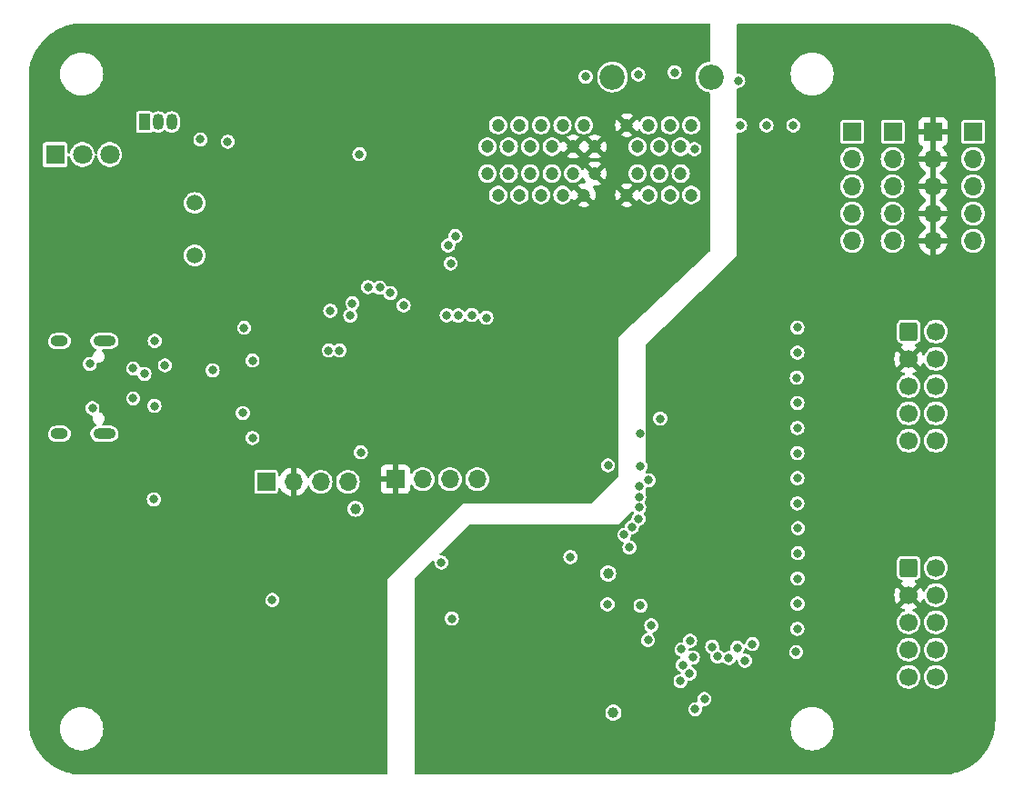
<source format=gbr>
%TF.GenerationSoftware,KiCad,Pcbnew,7.0.10-7.0.10~ubuntu22.04.1*%
%TF.CreationDate,2024-03-23T23:27:58+01:00*%
%TF.ProjectId,JTAGFinder,4a544147-4669-46e6-9465-722e6b696361,rev?*%
%TF.SameCoordinates,Original*%
%TF.FileFunction,Copper,L3,Inr*%
%TF.FilePolarity,Positive*%
%FSLAX46Y46*%
G04 Gerber Fmt 4.6, Leading zero omitted, Abs format (unit mm)*
G04 Created by KiCad (PCBNEW 7.0.10-7.0.10~ubuntu22.04.1) date 2024-03-23 23:27:58*
%MOMM*%
%LPD*%
G01*
G04 APERTURE LIST*
G04 Aperture macros list*
%AMRoundRect*
0 Rectangle with rounded corners*
0 $1 Rounding radius*
0 $2 $3 $4 $5 $6 $7 $8 $9 X,Y pos of 4 corners*
0 Add a 4 corners polygon primitive as box body*
4,1,4,$2,$3,$4,$5,$6,$7,$8,$9,$2,$3,0*
0 Add four circle primitives for the rounded corners*
1,1,$1+$1,$2,$3*
1,1,$1+$1,$4,$5*
1,1,$1+$1,$6,$7*
1,1,$1+$1,$8,$9*
0 Add four rect primitives between the rounded corners*
20,1,$1+$1,$2,$3,$4,$5,0*
20,1,$1+$1,$4,$5,$6,$7,0*
20,1,$1+$1,$6,$7,$8,$9,0*
20,1,$1+$1,$8,$9,$2,$3,0*%
G04 Aperture macros list end*
%TA.AperFunction,ComponentPad*%
%ADD10R,1.700000X1.700000*%
%TD*%
%TA.AperFunction,ComponentPad*%
%ADD11O,1.700000X1.700000*%
%TD*%
%TA.AperFunction,ComponentPad*%
%ADD12RoundRect,0.250000X-0.600000X-0.600000X0.600000X-0.600000X0.600000X0.600000X-0.600000X0.600000X0*%
%TD*%
%TA.AperFunction,ComponentPad*%
%ADD13C,1.700000*%
%TD*%
%TA.AperFunction,ComponentPad*%
%ADD14R,1.800000X1.800000*%
%TD*%
%TA.AperFunction,ComponentPad*%
%ADD15C,1.800000*%
%TD*%
%TA.AperFunction,ComponentPad*%
%ADD16R,1.050000X1.500000*%
%TD*%
%TA.AperFunction,ComponentPad*%
%ADD17O,1.050000X1.500000*%
%TD*%
%TA.AperFunction,ComponentPad*%
%ADD18C,1.500000*%
%TD*%
%TA.AperFunction,ComponentPad*%
%ADD19C,2.350000*%
%TD*%
%TA.AperFunction,ComponentPad*%
%ADD20C,1.200000*%
%TD*%
%TA.AperFunction,ComponentPad*%
%ADD21O,2.100000X1.000000*%
%TD*%
%TA.AperFunction,ComponentPad*%
%ADD22O,1.600000X1.000000*%
%TD*%
%TA.AperFunction,ViaPad*%
%ADD23C,1.000000*%
%TD*%
%TA.AperFunction,ViaPad*%
%ADD24C,0.800000*%
%TD*%
G04 APERTURE END LIST*
D10*
%TO.N,+3.3V*%
%TO.C,J5*%
X138200000Y-100750000D03*
D11*
%TO.N,GND*%
X140740000Y-100750000D03*
%TO.N,TXD*%
X143280000Y-100750000D03*
%TO.N,RXD*%
X145820000Y-100750000D03*
%TD*%
D10*
%TO.N,GND*%
%TO.C,J7*%
X192000000Y-68380000D03*
D11*
X192000000Y-70920000D03*
X192000000Y-73460000D03*
X192000000Y-76000000D03*
X192000000Y-78540000D03*
%TD*%
D10*
%TO.N,P19*%
%TO.C,J8*%
X180750000Y-68380000D03*
D11*
%TO.N,P20*%
X180750000Y-70920000D03*
%TO.N,P21*%
X180750000Y-73460000D03*
%TO.N,P22*%
X180750000Y-76000000D03*
%TO.N,P23*%
X180750000Y-78540000D03*
%TD*%
D12*
%TO.N,GND*%
%TO.C,J1*%
X186000000Y-109000000D03*
D13*
%TO.N,/Protected Output/C00*%
X188540000Y-109000000D03*
%TO.N,Vdrive*%
X186000000Y-111540000D03*
%TO.N,/Protected Output/C01*%
X188540000Y-111540000D03*
%TO.N,/Protected Output/C02*%
X186000000Y-114080000D03*
%TO.N,/Protected Output/C03*%
X188540000Y-114080000D03*
%TO.N,/Protected Output/C04*%
X186000000Y-116620000D03*
%TO.N,/Protected Output/C05*%
X188540000Y-116620000D03*
%TO.N,/Protected Output/C06*%
X186000000Y-119160000D03*
%TO.N,/Protected Output/C07*%
X188540000Y-119160000D03*
%TD*%
D10*
%TO.N,Vdrive*%
%TO.C,J10*%
X188250000Y-68380000D03*
D11*
X188250000Y-70920000D03*
X188250000Y-73460000D03*
X188250000Y-76000000D03*
X188250000Y-78540000D03*
%TD*%
D12*
%TO.N,GND*%
%TO.C,J2*%
X186000000Y-87000000D03*
D13*
%TO.N,/Protected Output/C08*%
X188540000Y-87000000D03*
%TO.N,Vdrive*%
X186000000Y-89540000D03*
%TO.N,/Protected Output/C09*%
X188540000Y-89540000D03*
%TO.N,/Protected Output/C10*%
X186000000Y-92080000D03*
%TO.N,/Protected Output/C11*%
X188540000Y-92080000D03*
%TO.N,/Protected Output/C12*%
X186000000Y-94620000D03*
%TO.N,/Protected Output/C13*%
X188540000Y-94620000D03*
%TO.N,/Protected Output/C14*%
X186000000Y-97160000D03*
%TO.N,/Protected Output/C15*%
X188540000Y-97160000D03*
%TD*%
D10*
%TO.N,+3.3V*%
%TO.C,J9*%
X184500000Y-68380000D03*
D11*
X184500000Y-70920000D03*
X184500000Y-73460000D03*
X184500000Y-76000000D03*
X184500000Y-78540000D03*
%TD*%
D10*
%TO.N,GND*%
%TO.C,J3*%
X126170000Y-101000000D03*
D11*
%TO.N,+3.3V*%
X128710000Y-101000000D03*
%TO.N,SCL*%
X131250000Y-101000000D03*
%TO.N,SDA*%
X133790000Y-101000000D03*
%TD*%
D14*
%TO.N,Net-(D2-A1)*%
%TO.C,D2*%
X106527600Y-70510400D03*
D15*
%TO.N,GND*%
X109067600Y-70510400D03*
%TO.N,Net-(D2-A2)*%
X111607600Y-70510400D03*
%TD*%
D16*
%TO.N,GND*%
%TO.C,Q1*%
X114834998Y-67475000D03*
D17*
%TO.N,Net-(Q1-B)*%
X116104998Y-67475000D03*
%TO.N,/uController/ ~RES*%
X117374998Y-67475000D03*
%TD*%
D18*
%TO.N,/uController/XO*%
%TO.C,Y1*%
X119522000Y-79895000D03*
%TO.N,/uController/XI*%
X119522000Y-75015000D03*
%TD*%
D19*
%TO.N,*%
%TO.C,J6*%
X167565000Y-63275000D03*
X158415000Y-63275000D03*
D20*
%TO.N,GND*%
X146765000Y-69775000D03*
X147765000Y-67775000D03*
%TO.N,P12*%
X148765000Y-69775000D03*
%TO.N,P13*%
X149765000Y-67775000D03*
%TO.N,P14*%
X150765000Y-69775000D03*
%TO.N,P15*%
X151765000Y-67775000D03*
%TO.N,P16*%
X152765000Y-69775000D03*
%TO.N,P17*%
X153765000Y-67775000D03*
%TO.N,P18*%
X155765000Y-67775000D03*
%TO.N,+3.3V*%
X154765000Y-69775000D03*
X156765000Y-69775000D03*
X159765000Y-67775000D03*
%TO.N,P19*%
X160765000Y-69775000D03*
%TO.N,P20*%
X161765000Y-67775000D03*
%TO.N,P21*%
X162765000Y-69775000D03*
%TO.N,P22*%
X163765000Y-67775000D03*
%TO.N,P23*%
X164765000Y-69775000D03*
%TO.N,GND*%
X165765000Y-67775000D03*
X146765000Y-72275000D03*
X147765000Y-74275000D03*
%TO.N,P0*%
X148765000Y-72275000D03*
%TO.N,P1*%
X149765000Y-74275000D03*
%TO.N,P2*%
X150765000Y-72275000D03*
%TO.N,P3*%
X151765000Y-74275000D03*
%TO.N,P4*%
X152765000Y-72275000D03*
%TO.N,P5*%
X153765000Y-74275000D03*
%TO.N,P6*%
X154765000Y-72275000D03*
%TO.N,+3.3V*%
X155765000Y-74275000D03*
X156765000Y-72275000D03*
X159765000Y-74275000D03*
%TO.N,P7*%
X160765000Y-72275000D03*
%TO.N,P8*%
X161765000Y-74275000D03*
%TO.N,P9*%
X162765000Y-72275000D03*
%TO.N,P10*%
X163765000Y-74275000D03*
%TO.N,P11*%
X164765000Y-72275000D03*
%TO.N,GND*%
X165765000Y-74275000D03*
%TD*%
D21*
%TO.N,/USB_input_interface/shield*%
%TO.C,J4*%
X111114000Y-87880000D03*
D22*
X106934000Y-87880000D03*
D21*
X111114000Y-96520000D03*
D22*
X106934000Y-96520000D03*
%TD*%
D23*
%TO.N,GND*%
X134500000Y-103500000D03*
%TO.N,+3.3V*%
X158000000Y-109525000D03*
X158500000Y-122500000D03*
X128500000Y-122000000D03*
D24*
%TO.N,~DTR*%
X124000000Y-94575000D03*
X120050000Y-69100000D03*
%TO.N,+3.3V*%
X164000000Y-81000000D03*
X126300000Y-83100000D03*
X122529600Y-66395600D03*
X146100000Y-80400000D03*
X157950000Y-96500000D03*
X134900000Y-73350000D03*
X138000000Y-91575000D03*
X136667000Y-115500000D03*
X134000000Y-115500000D03*
X139800000Y-104400000D03*
%TO.N,GND*%
X124125000Y-86650000D03*
X161025000Y-99525000D03*
X162864800Y-95097600D03*
X121200000Y-90600000D03*
X157950000Y-112400000D03*
X161025000Y-112525000D03*
X134850000Y-70475000D03*
X142500000Y-108500000D03*
X134000000Y-85500000D03*
X158000000Y-99450000D03*
%TO.N,SCL*%
X132000000Y-88750000D03*
%TO.N,SDA*%
X133000000Y-88750000D03*
%TO.N,VDD*%
X115775000Y-93925000D03*
X115800000Y-87862500D03*
X115722400Y-102619600D03*
%TO.N,VBUS*%
X110000000Y-94122691D03*
X109750000Y-90000000D03*
%TO.N,+5V*%
X143465000Y-113725000D03*
X126750000Y-112000000D03*
%TO.N,Vdrive*%
X145000000Y-111500000D03*
X166700000Y-98875000D03*
X161036000Y-109474000D03*
X148800000Y-122300000D03*
X144700000Y-113900000D03*
X167125000Y-115350000D03*
X166850000Y-94825000D03*
X161000000Y-96525000D03*
X144800000Y-118900000D03*
X161000000Y-122500000D03*
X167175000Y-108925000D03*
%TO.N,/uController/ ~RES*%
X143350000Y-80650000D03*
X122600000Y-69300000D03*
%TO.N,~EN_MIC2025*%
X124900000Y-96900000D03*
X124900000Y-89700000D03*
%TO.N,DACOUT*%
X135000000Y-98250000D03*
X132150000Y-85050000D03*
%TO.N,CH00*%
X171450000Y-116100000D03*
X164750000Y-119550000D03*
X175687800Y-105308400D03*
%TO.N,CH01*%
X165600000Y-118850000D03*
X170750000Y-117650000D03*
X175677100Y-107645200D03*
%TO.N,CH02*%
X170050000Y-116450000D03*
X175651700Y-110007400D03*
X164950000Y-118050000D03*
%TO.N,CH03*%
X169250000Y-117400000D03*
X175651700Y-112344200D03*
X165900000Y-117350000D03*
%TO.N,CH04*%
X168200000Y-117250000D03*
X164850000Y-116600000D03*
X175637000Y-114681000D03*
%TO.N,CH05*%
X175514000Y-116840000D03*
X165650000Y-115800000D03*
X167700000Y-116350000D03*
%TO.N,CH06*%
X161725000Y-115725000D03*
X166975000Y-121225000D03*
%TO.N,CH07*%
X166116000Y-122174000D03*
X162025000Y-114375000D03*
%TO.N,CH08*%
X175637000Y-102997000D03*
X159996913Y-107088598D03*
%TO.N,CH09*%
X175637000Y-100656568D03*
X159512000Y-105918000D03*
%TO.N,CH10*%
X160218755Y-105211245D03*
X175641000Y-86614000D03*
%TO.N,CH11*%
X175637000Y-98316140D03*
X160850669Y-104436848D03*
%TO.N,CH12*%
X175637000Y-88954428D03*
X160909000Y-103378000D03*
%TO.N,CH13*%
X160909000Y-102378497D03*
X175637000Y-95975712D03*
%TO.N,CH14*%
X160909000Y-101378994D03*
X175575500Y-91294856D03*
%TO.N,CH15*%
X175637000Y-93635284D03*
X161798000Y-100838000D03*
%TO.N,/USB_input_interface/USBN*%
X113792000Y-90424000D03*
X116750000Y-90137500D03*
%TO.N,/USB_input_interface/USBP*%
X113792000Y-93218000D03*
X114850000Y-90932000D03*
%TO.N,P7*%
X146675000Y-85700000D03*
%TO.N,P6*%
X145325000Y-85450000D03*
%TO.N,P5*%
X144050000Y-85500000D03*
%TO.N,P4*%
X142975000Y-85475000D03*
%TO.N,P3*%
X138975000Y-84550000D03*
%TO.N,P2*%
X137750000Y-83400000D03*
%TO.N,P1*%
X136750000Y-82900000D03*
%TO.N,TXSOE*%
X154500000Y-108000000D03*
X134200000Y-84350000D03*
%TO.N,P15*%
X170125000Y-63625000D03*
%TO.N,P14*%
X164200000Y-62850000D03*
%TO.N,P13*%
X160825000Y-63050000D03*
%TO.N,P12*%
X155925000Y-63250000D03*
%TO.N,P9*%
X143800000Y-78100000D03*
%TO.N,P22*%
X166048000Y-70000000D03*
%TO.N,P18*%
X170301548Y-67787500D03*
%TO.N,P17*%
X175250000Y-67787500D03*
%TO.N,P8*%
X143125000Y-78975000D03*
%TO.N,P16*%
X172750000Y-67787500D03*
%TO.N,P0*%
X135650000Y-82850000D03*
%TD*%
%TA.AperFunction,Conductor*%
%TO.N,Vdrive*%
G36*
X188500000Y-78104498D02*
G01*
X188392315Y-78055320D01*
X188285763Y-78040000D01*
X188214237Y-78040000D01*
X188107685Y-78055320D01*
X188000000Y-78104498D01*
X188000000Y-76435501D01*
X188107685Y-76484680D01*
X188214237Y-76500000D01*
X188285763Y-76500000D01*
X188392315Y-76484680D01*
X188500000Y-76435501D01*
X188500000Y-78104498D01*
G37*
%TD.AperFunction*%
%TA.AperFunction,Conductor*%
G36*
X188500000Y-75564498D02*
G01*
X188392315Y-75515320D01*
X188285763Y-75500000D01*
X188214237Y-75500000D01*
X188107685Y-75515320D01*
X188000000Y-75564498D01*
X188000000Y-73895501D01*
X188107685Y-73944680D01*
X188214237Y-73960000D01*
X188285763Y-73960000D01*
X188392315Y-73944680D01*
X188500000Y-73895501D01*
X188500000Y-75564498D01*
G37*
%TD.AperFunction*%
%TA.AperFunction,Conductor*%
G36*
X188500000Y-73024498D02*
G01*
X188392315Y-72975320D01*
X188285763Y-72960000D01*
X188214237Y-72960000D01*
X188107685Y-72975320D01*
X188000000Y-73024498D01*
X188000000Y-71355501D01*
X188107685Y-71404680D01*
X188214237Y-71420000D01*
X188285763Y-71420000D01*
X188392315Y-71404680D01*
X188500000Y-71355501D01*
X188500000Y-73024498D01*
G37*
%TD.AperFunction*%
%TA.AperFunction,Conductor*%
G36*
X188500000Y-70484498D02*
G01*
X188392315Y-70435320D01*
X188285763Y-70420000D01*
X188214237Y-70420000D01*
X188107685Y-70435320D01*
X188000000Y-70484498D01*
X188000000Y-68815501D01*
X188107685Y-68864680D01*
X188214237Y-68880000D01*
X188285763Y-68880000D01*
X188392315Y-68864680D01*
X188500000Y-68815501D01*
X188500000Y-70484498D01*
G37*
%TD.AperFunction*%
%TA.AperFunction,Conductor*%
G36*
X189067562Y-58275605D02*
G01*
X189282600Y-58284500D01*
X189478455Y-58293052D01*
X189488330Y-58293881D01*
X189701743Y-58320483D01*
X189701793Y-58320490D01*
X189899945Y-58346577D01*
X189909192Y-58348153D01*
X190118521Y-58392044D01*
X190119765Y-58392312D01*
X190315386Y-58435680D01*
X190323901Y-58437889D01*
X190528665Y-58498850D01*
X190530325Y-58499359D01*
X190721696Y-58559698D01*
X190729453Y-58562431D01*
X190928363Y-58640046D01*
X190930513Y-58640911D01*
X191116024Y-58717752D01*
X191122972Y-58720886D01*
X191290903Y-58802982D01*
X191314587Y-58814561D01*
X191317383Y-58815972D01*
X191495420Y-58908652D01*
X191501636Y-58912118D01*
X191684793Y-59021255D01*
X191687929Y-59023187D01*
X191751491Y-59063681D01*
X191857282Y-59131078D01*
X191862710Y-59134741D01*
X192036184Y-59258599D01*
X192039616Y-59261140D01*
X192198912Y-59383372D01*
X192203567Y-59387126D01*
X192366226Y-59524891D01*
X192369838Y-59528072D01*
X192517925Y-59663769D01*
X192521807Y-59667486D01*
X192672512Y-59818191D01*
X192676232Y-59822076D01*
X192811921Y-59970155D01*
X192815107Y-59973772D01*
X192952872Y-60136431D01*
X192956626Y-60141086D01*
X193078858Y-60300382D01*
X193081399Y-60303814D01*
X193205257Y-60477288D01*
X193208920Y-60482716D01*
X193316800Y-60652052D01*
X193318743Y-60655205D01*
X193427880Y-60838362D01*
X193431346Y-60844578D01*
X193524026Y-61022615D01*
X193525437Y-61025411D01*
X193619099Y-61216997D01*
X193622260Y-61224005D01*
X193699051Y-61409395D01*
X193699991Y-61411734D01*
X193742901Y-61521703D01*
X193777559Y-61610523D01*
X193780302Y-61618309D01*
X193840602Y-61809554D01*
X193841186Y-61811460D01*
X193902105Y-62016084D01*
X193904321Y-62024627D01*
X193947671Y-62220166D01*
X193947971Y-62221559D01*
X193991844Y-62430802D01*
X193993422Y-62440062D01*
X194019459Y-62637829D01*
X194019568Y-62638677D01*
X194046114Y-62851641D01*
X194046948Y-62861570D01*
X194055513Y-63057728D01*
X194055525Y-63058013D01*
X194064394Y-63272438D01*
X194064500Y-63277562D01*
X194064500Y-123272437D01*
X194064394Y-123277561D01*
X194055525Y-123491986D01*
X194055513Y-123492271D01*
X194046948Y-123688428D01*
X194046114Y-123698357D01*
X194019568Y-123911321D01*
X194019459Y-123912169D01*
X193993422Y-124109936D01*
X193991844Y-124119196D01*
X193947971Y-124328439D01*
X193947671Y-124329832D01*
X193904321Y-124525371D01*
X193902105Y-124533914D01*
X193841186Y-124738538D01*
X193840602Y-124740444D01*
X193780302Y-124931689D01*
X193777559Y-124939475D01*
X193700008Y-125138224D01*
X193699051Y-125140603D01*
X193622260Y-125325993D01*
X193619099Y-125333001D01*
X193525437Y-125524587D01*
X193524026Y-125527383D01*
X193431346Y-125705420D01*
X193427880Y-125711636D01*
X193318743Y-125894793D01*
X193316800Y-125897946D01*
X193208920Y-126067282D01*
X193205257Y-126072710D01*
X193081399Y-126246184D01*
X193078858Y-126249616D01*
X192956626Y-126408912D01*
X192952872Y-126413567D01*
X192815107Y-126576226D01*
X192811908Y-126579858D01*
X192676254Y-126727899D01*
X192672512Y-126731807D01*
X192521807Y-126882512D01*
X192517899Y-126886254D01*
X192369858Y-127021908D01*
X192366226Y-127025107D01*
X192203567Y-127162872D01*
X192198912Y-127166626D01*
X192039616Y-127288858D01*
X192036184Y-127291399D01*
X191862710Y-127415257D01*
X191857282Y-127418920D01*
X191687946Y-127526800D01*
X191684793Y-127528743D01*
X191501636Y-127637880D01*
X191495420Y-127641346D01*
X191317383Y-127734026D01*
X191314587Y-127735437D01*
X191123001Y-127829099D01*
X191115993Y-127832260D01*
X190930603Y-127909051D01*
X190928224Y-127910008D01*
X190729475Y-127987559D01*
X190721689Y-127990302D01*
X190530444Y-128050602D01*
X190528538Y-128051186D01*
X190323914Y-128112105D01*
X190315371Y-128114321D01*
X190119832Y-128157671D01*
X190118439Y-128157971D01*
X189909196Y-128201844D01*
X189899936Y-128203422D01*
X189702169Y-128229459D01*
X189701321Y-128229568D01*
X189488357Y-128256114D01*
X189478428Y-128256948D01*
X189282381Y-128265508D01*
X189282097Y-128265520D01*
X189067563Y-128274394D01*
X189062438Y-128274500D01*
X140124000Y-128274500D01*
X140056961Y-128254815D01*
X140011206Y-128202011D01*
X140000000Y-128150500D01*
X140000000Y-124000001D01*
X174994390Y-124000001D01*
X175014804Y-124285433D01*
X175075628Y-124565037D01*
X175075630Y-124565043D01*
X175075631Y-124565046D01*
X175141051Y-124740444D01*
X175175635Y-124833166D01*
X175312770Y-125084309D01*
X175312775Y-125084317D01*
X175484254Y-125313387D01*
X175484270Y-125313405D01*
X175686594Y-125515729D01*
X175686612Y-125515745D01*
X175915682Y-125687224D01*
X175915690Y-125687229D01*
X176166833Y-125824364D01*
X176166832Y-125824364D01*
X176166836Y-125824365D01*
X176166839Y-125824367D01*
X176434954Y-125924369D01*
X176434960Y-125924370D01*
X176434962Y-125924371D01*
X176714566Y-125985195D01*
X176714568Y-125985195D01*
X176714572Y-125985196D01*
X176928552Y-126000500D01*
X177071448Y-126000500D01*
X177285428Y-125985196D01*
X177565046Y-125924369D01*
X177833161Y-125824367D01*
X178084315Y-125687226D01*
X178313395Y-125515739D01*
X178515739Y-125313395D01*
X178687226Y-125084315D01*
X178824367Y-124833161D01*
X178924369Y-124565046D01*
X178985196Y-124285428D01*
X179005610Y-124000000D01*
X178985196Y-123714572D01*
X178934564Y-123481822D01*
X178924371Y-123434962D01*
X178924370Y-123434960D01*
X178924369Y-123434954D01*
X178824367Y-123166839D01*
X178784388Y-123093624D01*
X178687229Y-122915690D01*
X178687224Y-122915682D01*
X178515745Y-122686612D01*
X178515729Y-122686594D01*
X178313405Y-122484270D01*
X178313387Y-122484254D01*
X178084317Y-122312775D01*
X178084309Y-122312770D01*
X177833166Y-122175635D01*
X177833167Y-122175635D01*
X177725915Y-122135632D01*
X177565046Y-122075631D01*
X177565043Y-122075630D01*
X177565037Y-122075628D01*
X177285433Y-122014804D01*
X177071450Y-121999500D01*
X177071448Y-121999500D01*
X176928552Y-121999500D01*
X176928549Y-121999500D01*
X176714566Y-122014804D01*
X176434962Y-122075628D01*
X176166833Y-122175635D01*
X175915690Y-122312770D01*
X175915682Y-122312775D01*
X175686612Y-122484254D01*
X175686594Y-122484270D01*
X175484270Y-122686594D01*
X175484254Y-122686612D01*
X175312775Y-122915682D01*
X175312770Y-122915690D01*
X175175635Y-123166833D01*
X175075628Y-123434962D01*
X175014804Y-123714566D01*
X174994390Y-123999998D01*
X174994390Y-124000001D01*
X140000000Y-124000001D01*
X140000000Y-122500002D01*
X157740726Y-122500002D01*
X157759761Y-122668951D01*
X157802281Y-122790463D01*
X157815918Y-122829437D01*
X157906376Y-122973400D01*
X158026600Y-123093624D01*
X158170563Y-123184082D01*
X158292521Y-123226756D01*
X158331048Y-123240238D01*
X158499997Y-123259274D01*
X158500000Y-123259274D01*
X158500003Y-123259274D01*
X158668951Y-123240238D01*
X158668954Y-123240237D01*
X158829437Y-123184082D01*
X158973400Y-123093624D01*
X159093624Y-122973400D01*
X159184082Y-122829437D01*
X159240237Y-122668954D01*
X159240237Y-122668953D01*
X159240238Y-122668951D01*
X159259274Y-122500002D01*
X159259274Y-122499997D01*
X159240238Y-122331048D01*
X159226756Y-122292521D01*
X159185285Y-122174000D01*
X165456693Y-122174000D01*
X165475850Y-122331781D01*
X165532214Y-122480397D01*
X165608343Y-122590689D01*
X165622502Y-122611201D01*
X165622504Y-122611203D01*
X165622506Y-122611205D01*
X165741469Y-122716598D01*
X165741471Y-122716599D01*
X165882207Y-122790463D01*
X165959368Y-122809481D01*
X166036528Y-122828500D01*
X166036529Y-122828500D01*
X166195472Y-122828500D01*
X166246911Y-122815821D01*
X166349793Y-122790463D01*
X166490529Y-122716599D01*
X166609498Y-122611201D01*
X166699787Y-122480395D01*
X166756149Y-122331782D01*
X166775307Y-122174000D01*
X166756292Y-122017397D01*
X166767752Y-121948474D01*
X166814656Y-121896688D01*
X166882112Y-121878481D01*
X166894333Y-121879355D01*
X166895527Y-121879500D01*
X166895529Y-121879500D01*
X167054472Y-121879500D01*
X167105911Y-121866821D01*
X167208793Y-121841463D01*
X167349529Y-121767599D01*
X167468498Y-121662201D01*
X167558787Y-121531395D01*
X167615149Y-121382782D01*
X167634307Y-121225000D01*
X167615149Y-121067218D01*
X167558787Y-120918605D01*
X167468498Y-120787799D01*
X167468495Y-120787796D01*
X167468493Y-120787794D01*
X167349530Y-120682401D01*
X167208791Y-120608536D01*
X167054472Y-120570500D01*
X167054471Y-120570500D01*
X166895529Y-120570500D01*
X166895528Y-120570500D01*
X166741208Y-120608536D01*
X166600469Y-120682401D01*
X166481506Y-120787794D01*
X166481500Y-120787801D01*
X166391214Y-120918602D01*
X166334850Y-121067218D01*
X166315693Y-121224999D01*
X166315693Y-121225000D01*
X166334707Y-121381602D01*
X166323246Y-121450525D01*
X166276342Y-121502311D01*
X166208886Y-121520518D01*
X166196678Y-121519646D01*
X166195474Y-121519500D01*
X166195471Y-121519500D01*
X166036529Y-121519500D01*
X166036528Y-121519500D01*
X165882208Y-121557536D01*
X165741469Y-121631401D01*
X165622506Y-121736794D01*
X165622500Y-121736801D01*
X165532214Y-121867602D01*
X165475850Y-122016218D01*
X165456693Y-122173999D01*
X165456693Y-122174000D01*
X159185285Y-122174000D01*
X159184082Y-122170563D01*
X159093624Y-122026600D01*
X158973400Y-121906376D01*
X158930396Y-121879355D01*
X158829439Y-121815919D01*
X158829438Y-121815918D01*
X158829437Y-121815918D01*
X158790912Y-121802437D01*
X158668951Y-121759761D01*
X158500003Y-121740726D01*
X158499997Y-121740726D01*
X158331048Y-121759761D01*
X158170560Y-121815919D01*
X158026599Y-121906376D01*
X157906376Y-122026599D01*
X157815919Y-122170560D01*
X157759761Y-122331048D01*
X157740726Y-122499997D01*
X157740726Y-122500002D01*
X140000000Y-122500002D01*
X140000000Y-119550000D01*
X164090693Y-119550000D01*
X164109850Y-119707781D01*
X164123562Y-119743935D01*
X164166213Y-119856395D01*
X164256502Y-119987201D01*
X164256504Y-119987203D01*
X164256506Y-119987205D01*
X164375469Y-120092598D01*
X164375471Y-120092599D01*
X164516207Y-120166463D01*
X164593368Y-120185481D01*
X164670528Y-120204500D01*
X164670529Y-120204500D01*
X164829472Y-120204500D01*
X164880911Y-120191821D01*
X164983793Y-120166463D01*
X165124529Y-120092599D01*
X165243498Y-119987201D01*
X165333787Y-119856395D01*
X165390149Y-119707782D01*
X165401590Y-119613553D01*
X165429212Y-119549376D01*
X165487145Y-119510319D01*
X165524686Y-119504500D01*
X165679472Y-119504500D01*
X165730911Y-119491821D01*
X165833793Y-119466463D01*
X165974529Y-119392599D01*
X166093498Y-119287201D01*
X166181299Y-119160000D01*
X184890768Y-119160000D01*
X184909655Y-119363821D01*
X184965672Y-119560701D01*
X184965673Y-119560704D01*
X185056912Y-119743935D01*
X185180269Y-119907287D01*
X185331537Y-120045185D01*
X185331539Y-120045187D01*
X185505569Y-120152942D01*
X185505575Y-120152945D01*
X185540469Y-120166463D01*
X185696444Y-120226888D01*
X185897653Y-120264500D01*
X185897656Y-120264500D01*
X186102344Y-120264500D01*
X186102347Y-120264500D01*
X186303556Y-120226888D01*
X186494427Y-120152944D01*
X186668462Y-120045186D01*
X186819732Y-119907285D01*
X186943088Y-119743935D01*
X187034328Y-119560701D01*
X187090345Y-119363821D01*
X187109232Y-119160000D01*
X187430768Y-119160000D01*
X187449655Y-119363821D01*
X187505672Y-119560701D01*
X187505673Y-119560704D01*
X187596912Y-119743935D01*
X187720269Y-119907287D01*
X187871537Y-120045185D01*
X187871539Y-120045187D01*
X188045569Y-120152942D01*
X188045575Y-120152945D01*
X188080469Y-120166463D01*
X188236444Y-120226888D01*
X188437653Y-120264500D01*
X188437656Y-120264500D01*
X188642344Y-120264500D01*
X188642347Y-120264500D01*
X188843556Y-120226888D01*
X189034427Y-120152944D01*
X189208462Y-120045186D01*
X189359732Y-119907285D01*
X189483088Y-119743935D01*
X189574328Y-119560701D01*
X189630345Y-119363821D01*
X189649232Y-119160000D01*
X189630345Y-118956179D01*
X189574328Y-118759299D01*
X189483088Y-118576065D01*
X189359797Y-118412801D01*
X189359730Y-118412712D01*
X189208462Y-118274814D01*
X189208460Y-118274812D01*
X189034430Y-118167057D01*
X189034424Y-118167054D01*
X188883993Y-118108777D01*
X188843556Y-118093112D01*
X188642347Y-118055500D01*
X188437653Y-118055500D01*
X188236444Y-118093112D01*
X188236441Y-118093112D01*
X188236441Y-118093113D01*
X188045575Y-118167054D01*
X188045569Y-118167057D01*
X187871539Y-118274812D01*
X187871537Y-118274814D01*
X187720269Y-118412712D01*
X187596912Y-118576064D01*
X187505673Y-118759295D01*
X187505672Y-118759299D01*
X187456098Y-118933536D01*
X187449654Y-118956183D01*
X187431102Y-119156395D01*
X187430768Y-119160000D01*
X187109232Y-119160000D01*
X187090345Y-118956179D01*
X187034328Y-118759299D01*
X186943088Y-118576065D01*
X186819797Y-118412801D01*
X186819730Y-118412712D01*
X186668462Y-118274814D01*
X186668460Y-118274812D01*
X186494430Y-118167057D01*
X186494424Y-118167054D01*
X186343993Y-118108777D01*
X186303556Y-118093112D01*
X186102347Y-118055500D01*
X185897653Y-118055500D01*
X185696444Y-118093112D01*
X185696441Y-118093112D01*
X185696441Y-118093113D01*
X185505575Y-118167054D01*
X185505569Y-118167057D01*
X185331539Y-118274812D01*
X185331537Y-118274814D01*
X185180269Y-118412712D01*
X185056912Y-118576064D01*
X184965673Y-118759295D01*
X184965672Y-118759299D01*
X184916098Y-118933536D01*
X184909654Y-118956183D01*
X184891102Y-119156395D01*
X184890768Y-119160000D01*
X166181299Y-119160000D01*
X166183787Y-119156395D01*
X166240149Y-119007782D01*
X166259307Y-118850000D01*
X166240149Y-118692218D01*
X166183787Y-118543605D01*
X166093498Y-118412799D01*
X166093495Y-118412796D01*
X166093493Y-118412794D01*
X165974531Y-118307402D01*
X165966281Y-118303072D01*
X165842859Y-118238295D01*
X165792649Y-118189712D01*
X165776674Y-118121693D01*
X165800009Y-118055835D01*
X165855245Y-118013048D01*
X165900487Y-118004500D01*
X165979472Y-118004500D01*
X166030911Y-117991821D01*
X166133793Y-117966463D01*
X166274529Y-117892599D01*
X166393498Y-117787201D01*
X166483787Y-117656395D01*
X166540149Y-117507782D01*
X166559307Y-117350000D01*
X166540149Y-117192218D01*
X166483787Y-117043605D01*
X166393498Y-116912799D01*
X166393495Y-116912796D01*
X166393493Y-116912794D01*
X166274530Y-116807401D01*
X166133791Y-116733536D01*
X165979472Y-116695500D01*
X165979471Y-116695500D01*
X165820529Y-116695500D01*
X165820528Y-116695500D01*
X165662176Y-116734530D01*
X165592374Y-116731461D01*
X165535312Y-116691141D01*
X165509106Y-116626372D01*
X165509315Y-116607501D01*
X165509307Y-116607501D01*
X165509307Y-116600002D01*
X165508511Y-116593448D01*
X165519971Y-116524525D01*
X165566874Y-116472738D01*
X165631607Y-116454500D01*
X165729472Y-116454500D01*
X165780911Y-116441821D01*
X165883793Y-116416463D01*
X166010428Y-116350000D01*
X167040693Y-116350000D01*
X167059850Y-116507781D01*
X167073656Y-116544183D01*
X167110980Y-116642598D01*
X167116214Y-116656397D01*
X167186195Y-116757781D01*
X167206502Y-116787201D01*
X167206504Y-116787203D01*
X167206506Y-116787205D01*
X167325469Y-116892598D01*
X167325471Y-116892599D01*
X167466207Y-116966463D01*
X167466209Y-116966463D01*
X167466210Y-116966464D01*
X167473225Y-116969125D01*
X167472686Y-116970545D01*
X167525663Y-117001382D01*
X167557459Y-117063598D01*
X167558714Y-117101580D01*
X167540693Y-117249999D01*
X167540693Y-117250000D01*
X167559850Y-117407781D01*
X167616214Y-117556397D01*
X167692343Y-117666689D01*
X167706502Y-117687201D01*
X167706504Y-117687203D01*
X167706506Y-117687205D01*
X167825469Y-117792598D01*
X167825471Y-117792599D01*
X167966207Y-117866463D01*
X168043368Y-117885481D01*
X168120528Y-117904500D01*
X168120529Y-117904500D01*
X168279472Y-117904500D01*
X168330911Y-117891821D01*
X168433793Y-117866463D01*
X168574529Y-117792599D01*
X168574534Y-117792594D01*
X168574876Y-117792359D01*
X168575172Y-117792261D01*
X168581171Y-117789113D01*
X168581694Y-117790110D01*
X168641230Y-117770475D01*
X168708882Y-117787939D01*
X168747367Y-117823967D01*
X168756502Y-117837201D01*
X168756504Y-117837203D01*
X168756506Y-117837205D01*
X168875469Y-117942598D01*
X168875471Y-117942599D01*
X169016207Y-118016463D01*
X169093368Y-118035481D01*
X169170528Y-118054500D01*
X169170529Y-118054500D01*
X169329472Y-118054500D01*
X169380911Y-118041821D01*
X169483793Y-118016463D01*
X169624529Y-117942599D01*
X169743498Y-117837201D01*
X169833787Y-117706395D01*
X169855178Y-117649989D01*
X169897356Y-117594288D01*
X169962954Y-117570231D01*
X170031144Y-117585458D01*
X170080277Y-117635134D01*
X170094216Y-117679016D01*
X170109850Y-117807781D01*
X170132106Y-117866463D01*
X170160980Y-117942598D01*
X170166214Y-117956397D01*
X170205318Y-118013048D01*
X170256502Y-118087201D01*
X170256504Y-118087203D01*
X170256506Y-118087205D01*
X170375469Y-118192598D01*
X170375471Y-118192599D01*
X170516207Y-118266463D01*
X170593368Y-118285481D01*
X170670528Y-118304500D01*
X170670529Y-118304500D01*
X170829472Y-118304500D01*
X170880911Y-118291821D01*
X170983793Y-118266463D01*
X171124529Y-118192599D01*
X171243498Y-118087201D01*
X171333787Y-117956395D01*
X171390149Y-117807782D01*
X171409307Y-117650000D01*
X171404789Y-117612794D01*
X171390149Y-117492218D01*
X171375862Y-117454547D01*
X171333787Y-117343605D01*
X171243498Y-117212799D01*
X171243495Y-117212796D01*
X171243493Y-117212794D01*
X171124530Y-117107401D01*
X170983791Y-117033536D01*
X170829472Y-116995500D01*
X170829471Y-116995500D01*
X170705007Y-116995500D01*
X170637968Y-116975815D01*
X170592213Y-116923011D01*
X170582269Y-116853853D01*
X170587698Y-116840000D01*
X174854693Y-116840000D01*
X174873850Y-116997781D01*
X174901378Y-117070364D01*
X174928773Y-117142599D01*
X174930214Y-117146397D01*
X174984024Y-117224354D01*
X175020502Y-117277201D01*
X175020504Y-117277203D01*
X175020506Y-117277205D01*
X175139469Y-117382598D01*
X175139471Y-117382599D01*
X175280207Y-117456463D01*
X175312977Y-117464540D01*
X175434528Y-117494500D01*
X175434529Y-117494500D01*
X175593472Y-117494500D01*
X175688335Y-117471118D01*
X175747793Y-117456463D01*
X175888529Y-117382599D01*
X176007498Y-117277201D01*
X176097787Y-117146395D01*
X176154149Y-116997782D01*
X176173307Y-116840000D01*
X176154149Y-116682218D01*
X176130553Y-116620000D01*
X184890768Y-116620000D01*
X184909654Y-116823816D01*
X184909654Y-116823818D01*
X184909655Y-116823821D01*
X184960175Y-117001382D01*
X184965673Y-117020704D01*
X185056912Y-117203935D01*
X185180269Y-117367287D01*
X185331537Y-117505185D01*
X185331539Y-117505187D01*
X185505569Y-117612942D01*
X185505575Y-117612945D01*
X185546010Y-117628609D01*
X185696444Y-117686888D01*
X185897653Y-117724500D01*
X185897656Y-117724500D01*
X186102344Y-117724500D01*
X186102347Y-117724500D01*
X186303556Y-117686888D01*
X186494427Y-117612944D01*
X186668462Y-117505186D01*
X186802933Y-117382599D01*
X186819730Y-117367287D01*
X186819732Y-117367285D01*
X186943088Y-117203935D01*
X187034328Y-117020701D01*
X187090345Y-116823821D01*
X187109232Y-116620000D01*
X187430768Y-116620000D01*
X187449654Y-116823816D01*
X187449654Y-116823818D01*
X187449655Y-116823821D01*
X187500175Y-117001382D01*
X187505673Y-117020704D01*
X187596912Y-117203935D01*
X187720269Y-117367287D01*
X187871537Y-117505185D01*
X187871539Y-117505187D01*
X188045569Y-117612942D01*
X188045575Y-117612945D01*
X188086010Y-117628609D01*
X188236444Y-117686888D01*
X188437653Y-117724500D01*
X188437656Y-117724500D01*
X188642344Y-117724500D01*
X188642347Y-117724500D01*
X188843556Y-117686888D01*
X189034427Y-117612944D01*
X189208462Y-117505186D01*
X189342933Y-117382599D01*
X189359730Y-117367287D01*
X189359732Y-117367285D01*
X189483088Y-117203935D01*
X189574328Y-117020701D01*
X189630345Y-116823821D01*
X189649232Y-116620000D01*
X189630345Y-116416179D01*
X189574328Y-116219299D01*
X189483088Y-116036065D01*
X189400924Y-115927262D01*
X189359730Y-115872712D01*
X189208462Y-115734814D01*
X189208460Y-115734812D01*
X189034430Y-115627057D01*
X189034424Y-115627054D01*
X188854627Y-115557401D01*
X188843556Y-115553112D01*
X188642347Y-115515500D01*
X188437653Y-115515500D01*
X188236444Y-115553112D01*
X188236441Y-115553112D01*
X188236441Y-115553113D01*
X188045575Y-115627054D01*
X188045569Y-115627057D01*
X187871539Y-115734812D01*
X187871537Y-115734814D01*
X187720269Y-115872712D01*
X187596912Y-116036064D01*
X187505673Y-116219295D01*
X187484925Y-116292218D01*
X187468485Y-116350000D01*
X187449654Y-116416183D01*
X187430768Y-116619999D01*
X187430768Y-116620000D01*
X187109232Y-116620000D01*
X187090345Y-116416179D01*
X187034328Y-116219299D01*
X186943088Y-116036065D01*
X186860924Y-115927262D01*
X186819730Y-115872712D01*
X186668462Y-115734814D01*
X186668460Y-115734812D01*
X186494430Y-115627057D01*
X186494424Y-115627054D01*
X186314627Y-115557401D01*
X186303556Y-115553112D01*
X186102347Y-115515500D01*
X185897653Y-115515500D01*
X185696444Y-115553112D01*
X185696441Y-115553112D01*
X185696441Y-115553113D01*
X185505575Y-115627054D01*
X185505569Y-115627057D01*
X185331539Y-115734812D01*
X185331537Y-115734814D01*
X185180269Y-115872712D01*
X185056912Y-116036064D01*
X184965673Y-116219295D01*
X184944925Y-116292218D01*
X184928485Y-116350000D01*
X184909654Y-116416183D01*
X184890768Y-116619999D01*
X184890768Y-116620000D01*
X176130553Y-116620000D01*
X176097787Y-116533605D01*
X176007498Y-116402799D01*
X176007495Y-116402796D01*
X176007493Y-116402794D01*
X175888530Y-116297401D01*
X175747791Y-116223536D01*
X175593472Y-116185500D01*
X175593471Y-116185500D01*
X175434529Y-116185500D01*
X175434528Y-116185500D01*
X175280208Y-116223536D01*
X175139469Y-116297401D01*
X175020506Y-116402794D01*
X175020500Y-116402801D01*
X174930214Y-116533602D01*
X174873850Y-116682218D01*
X174854693Y-116839999D01*
X174854693Y-116840000D01*
X170587698Y-116840000D01*
X170602957Y-116801060D01*
X170615053Y-116783536D01*
X170633787Y-116756395D01*
X170690149Y-116607782D01*
X170697871Y-116544182D01*
X170725492Y-116480005D01*
X170783426Y-116440948D01*
X170853279Y-116439413D01*
X170912873Y-116475887D01*
X170923013Y-116488684D01*
X170937404Y-116509534D01*
X170956500Y-116537199D01*
X170956506Y-116537205D01*
X171075469Y-116642598D01*
X171075471Y-116642599D01*
X171216207Y-116716463D01*
X171277056Y-116731461D01*
X171370528Y-116754500D01*
X171370529Y-116754500D01*
X171529472Y-116754500D01*
X171610492Y-116734530D01*
X171683793Y-116716463D01*
X171824529Y-116642599D01*
X171943498Y-116537201D01*
X172033787Y-116406395D01*
X172090149Y-116257782D01*
X172109307Y-116100000D01*
X172102459Y-116043605D01*
X172090149Y-115942218D01*
X172078990Y-115912794D01*
X172033787Y-115793605D01*
X171943498Y-115662799D01*
X171943495Y-115662796D01*
X171943493Y-115662794D01*
X171824530Y-115557401D01*
X171683791Y-115483536D01*
X171529472Y-115445500D01*
X171529471Y-115445500D01*
X171370529Y-115445500D01*
X171370528Y-115445500D01*
X171216208Y-115483536D01*
X171075469Y-115557401D01*
X170956506Y-115662794D01*
X170956500Y-115662801D01*
X170866214Y-115793602D01*
X170809851Y-115942218D01*
X170802128Y-116005818D01*
X170774505Y-116069995D01*
X170716571Y-116109051D01*
X170646718Y-116110586D01*
X170587125Y-116074111D01*
X170576989Y-116061319D01*
X170543498Y-116012799D01*
X170543494Y-116012795D01*
X170543493Y-116012794D01*
X170424530Y-115907401D01*
X170283791Y-115833536D01*
X170129472Y-115795500D01*
X170129471Y-115795500D01*
X169970529Y-115795500D01*
X169970528Y-115795500D01*
X169816208Y-115833536D01*
X169675469Y-115907401D01*
X169556506Y-116012794D01*
X169556500Y-116012801D01*
X169466214Y-116143602D01*
X169409850Y-116292218D01*
X169391978Y-116439413D01*
X169390693Y-116450000D01*
X169408736Y-116598603D01*
X169409702Y-116606554D01*
X169398242Y-116675477D01*
X169351338Y-116727263D01*
X169286606Y-116745500D01*
X169170528Y-116745500D01*
X169016208Y-116783536D01*
X168875461Y-116857406D01*
X168875105Y-116857652D01*
X168874803Y-116857751D01*
X168868829Y-116860887D01*
X168868307Y-116859892D01*
X168808747Y-116879524D01*
X168741098Y-116862049D01*
X168702631Y-116826031D01*
X168693498Y-116812799D01*
X168693494Y-116812795D01*
X168693493Y-116812794D01*
X168574530Y-116707401D01*
X168433789Y-116633535D01*
X168426775Y-116630875D01*
X168427312Y-116629457D01*
X168374324Y-116598603D01*
X168342537Y-116536383D01*
X168341286Y-116498419D01*
X168359307Y-116350000D01*
X168359307Y-116349999D01*
X168340149Y-116192218D01*
X168321711Y-116143602D01*
X168283787Y-116043605D01*
X168193498Y-115912799D01*
X168193495Y-115912796D01*
X168193493Y-115912794D01*
X168074530Y-115807401D01*
X167933791Y-115733536D01*
X167779472Y-115695500D01*
X167779471Y-115695500D01*
X167620529Y-115695500D01*
X167620528Y-115695500D01*
X167466208Y-115733536D01*
X167325469Y-115807401D01*
X167206506Y-115912794D01*
X167206500Y-115912801D01*
X167116214Y-116043602D01*
X167059850Y-116192218D01*
X167040693Y-116349999D01*
X167040693Y-116350000D01*
X166010428Y-116350000D01*
X166024529Y-116342599D01*
X166143498Y-116237201D01*
X166233787Y-116106395D01*
X166290149Y-115957782D01*
X166309307Y-115800000D01*
X166300200Y-115725000D01*
X166290149Y-115642218D01*
X166261705Y-115567218D01*
X166233787Y-115493605D01*
X166143498Y-115362799D01*
X166143495Y-115362796D01*
X166143493Y-115362794D01*
X166024530Y-115257401D01*
X165883791Y-115183536D01*
X165729472Y-115145500D01*
X165729471Y-115145500D01*
X165570529Y-115145500D01*
X165570528Y-115145500D01*
X165416208Y-115183536D01*
X165275469Y-115257401D01*
X165156506Y-115362794D01*
X165156500Y-115362801D01*
X165066214Y-115493602D01*
X165009850Y-115642218D01*
X164990693Y-115799998D01*
X164991489Y-115806552D01*
X164980029Y-115875475D01*
X164933126Y-115927262D01*
X164868393Y-115945500D01*
X164770528Y-115945500D01*
X164616208Y-115983536D01*
X164475469Y-116057401D01*
X164356506Y-116162794D01*
X164356500Y-116162801D01*
X164266214Y-116293602D01*
X164209850Y-116442218D01*
X164190693Y-116599999D01*
X164190693Y-116600000D01*
X164209850Y-116757781D01*
X164235734Y-116826030D01*
X164260980Y-116892598D01*
X164266214Y-116906397D01*
X164314130Y-116975815D01*
X164356502Y-117037201D01*
X164356504Y-117037203D01*
X164356506Y-117037205D01*
X164475469Y-117142598D01*
X164475471Y-117142599D01*
X164616207Y-117216463D01*
X164648076Y-117224318D01*
X164648222Y-117224354D01*
X164708603Y-117259510D01*
X164740392Y-117321729D01*
X164733496Y-117391257D01*
X164690106Y-117446021D01*
X164676174Y-117454547D01*
X164575472Y-117507399D01*
X164575470Y-117507401D01*
X164456506Y-117612794D01*
X164456500Y-117612801D01*
X164366214Y-117743602D01*
X164309850Y-117892218D01*
X164290693Y-118049999D01*
X164290693Y-118050000D01*
X164309850Y-118207781D01*
X164332106Y-118266463D01*
X164366213Y-118356395D01*
X164456502Y-118487201D01*
X164456504Y-118487203D01*
X164456506Y-118487205D01*
X164575469Y-118592598D01*
X164575471Y-118592599D01*
X164709678Y-118663036D01*
X164759890Y-118711620D01*
X164775865Y-118779639D01*
X164752530Y-118845496D01*
X164697294Y-118888284D01*
X164677694Y-118893230D01*
X164677811Y-118893705D01*
X164516208Y-118933536D01*
X164375469Y-119007401D01*
X164256506Y-119112794D01*
X164256500Y-119112801D01*
X164166214Y-119243602D01*
X164109850Y-119392218D01*
X164090693Y-119549999D01*
X164090693Y-119550000D01*
X140000000Y-119550000D01*
X140000000Y-115725000D01*
X161065693Y-115725000D01*
X161084850Y-115882781D01*
X161113295Y-115957782D01*
X161134160Y-116012799D01*
X161141214Y-116031397D01*
X161170698Y-116074111D01*
X161231502Y-116162201D01*
X161231504Y-116162203D01*
X161231506Y-116162205D01*
X161350469Y-116267598D01*
X161350471Y-116267599D01*
X161491207Y-116341463D01*
X161525839Y-116349999D01*
X161645528Y-116379500D01*
X161645529Y-116379500D01*
X161804472Y-116379500D01*
X161855911Y-116366821D01*
X161958793Y-116341463D01*
X162099529Y-116267599D01*
X162218498Y-116162201D01*
X162308787Y-116031395D01*
X162365149Y-115882782D01*
X162384307Y-115725000D01*
X162365149Y-115567218D01*
X162308787Y-115418605D01*
X162218498Y-115287799D01*
X162218495Y-115287796D01*
X162218493Y-115287794D01*
X162163672Y-115239227D01*
X162142424Y-115220403D01*
X162105298Y-115161215D01*
X162106066Y-115091350D01*
X162144483Y-115032990D01*
X162194976Y-115007192D01*
X162258793Y-114991463D01*
X162399529Y-114917599D01*
X162518498Y-114812201D01*
X162608787Y-114681395D01*
X162608937Y-114681000D01*
X174977693Y-114681000D01*
X174996850Y-114838781D01*
X175053214Y-114987397D01*
X175082276Y-115029500D01*
X175143502Y-115118201D01*
X175143504Y-115118203D01*
X175143506Y-115118205D01*
X175262469Y-115223598D01*
X175262471Y-115223599D01*
X175403207Y-115297463D01*
X175480368Y-115316481D01*
X175557528Y-115335500D01*
X175557529Y-115335500D01*
X175716472Y-115335500D01*
X175767911Y-115322821D01*
X175870793Y-115297463D01*
X176011529Y-115223599D01*
X176130498Y-115118201D01*
X176220787Y-114987395D01*
X176277149Y-114838782D01*
X176296307Y-114681000D01*
X176277149Y-114523218D01*
X176220787Y-114374605D01*
X176130498Y-114243799D01*
X176130495Y-114243796D01*
X176130493Y-114243794D01*
X176011530Y-114138401D01*
X175870791Y-114064536D01*
X175716472Y-114026500D01*
X175716471Y-114026500D01*
X175557529Y-114026500D01*
X175557528Y-114026500D01*
X175403208Y-114064536D01*
X175262469Y-114138401D01*
X175143506Y-114243794D01*
X175143500Y-114243801D01*
X175053214Y-114374602D01*
X174996850Y-114523218D01*
X174977693Y-114680999D01*
X174977693Y-114681000D01*
X162608937Y-114681000D01*
X162665149Y-114532782D01*
X162684307Y-114375000D01*
X162668376Y-114243799D01*
X162665149Y-114217218D01*
X162644285Y-114162205D01*
X162608787Y-114068605D01*
X162518498Y-113937799D01*
X162518495Y-113937796D01*
X162518493Y-113937794D01*
X162399530Y-113832401D01*
X162258791Y-113758536D01*
X162104472Y-113720500D01*
X162104471Y-113720500D01*
X161945529Y-113720500D01*
X161945528Y-113720500D01*
X161791208Y-113758536D01*
X161650469Y-113832401D01*
X161531506Y-113937794D01*
X161531500Y-113937801D01*
X161441214Y-114068602D01*
X161384850Y-114217218D01*
X161365693Y-114374999D01*
X161365693Y-114375000D01*
X161384850Y-114532781D01*
X161425427Y-114639773D01*
X161441213Y-114681395D01*
X161531502Y-114812201D01*
X161607575Y-114879597D01*
X161644701Y-114938784D01*
X161643933Y-115008649D01*
X161605516Y-115067009D01*
X161555024Y-115092806D01*
X161491211Y-115108535D01*
X161491210Y-115108535D01*
X161350469Y-115182401D01*
X161231506Y-115287794D01*
X161231500Y-115287801D01*
X161141214Y-115418602D01*
X161084850Y-115567218D01*
X161065693Y-115724999D01*
X161065693Y-115725000D01*
X140000000Y-115725000D01*
X140000000Y-113725000D01*
X142805693Y-113725000D01*
X142824850Y-113882781D01*
X142881214Y-114031397D01*
X142955074Y-114138401D01*
X142971502Y-114162201D01*
X142971504Y-114162203D01*
X142971506Y-114162205D01*
X143090469Y-114267598D01*
X143090471Y-114267599D01*
X143231207Y-114341463D01*
X143308368Y-114360481D01*
X143385528Y-114379500D01*
X143385529Y-114379500D01*
X143544472Y-114379500D01*
X143595911Y-114366821D01*
X143698793Y-114341463D01*
X143839529Y-114267599D01*
X143958498Y-114162201D01*
X144048787Y-114031395D01*
X144105149Y-113882782D01*
X144124307Y-113725000D01*
X144118757Y-113679295D01*
X144105149Y-113567218D01*
X144078164Y-113496065D01*
X144048787Y-113418605D01*
X143958498Y-113287799D01*
X143958495Y-113287796D01*
X143958493Y-113287794D01*
X143839530Y-113182401D01*
X143698791Y-113108536D01*
X143544472Y-113070500D01*
X143544471Y-113070500D01*
X143385529Y-113070500D01*
X143385528Y-113070500D01*
X143231208Y-113108536D01*
X143090469Y-113182401D01*
X142971506Y-113287794D01*
X142971500Y-113287801D01*
X142881214Y-113418602D01*
X142824850Y-113567218D01*
X142805693Y-113724999D01*
X142805693Y-113725000D01*
X140000000Y-113725000D01*
X140000000Y-112400000D01*
X157290693Y-112400000D01*
X157309850Y-112557781D01*
X157366214Y-112706397D01*
X157371186Y-112713600D01*
X157456502Y-112837201D01*
X157456504Y-112837203D01*
X157456506Y-112837205D01*
X157575469Y-112942598D01*
X157575471Y-112942599D01*
X157716207Y-113016463D01*
X157793368Y-113035481D01*
X157870528Y-113054500D01*
X157870529Y-113054500D01*
X158029472Y-113054500D01*
X158080911Y-113041821D01*
X158183793Y-113016463D01*
X158324529Y-112942599D01*
X158443498Y-112837201D01*
X158533787Y-112706395D01*
X158590149Y-112557782D01*
X158594129Y-112525000D01*
X160365693Y-112525000D01*
X160384850Y-112682781D01*
X160441214Y-112831397D01*
X160503310Y-112921358D01*
X160531502Y-112962201D01*
X160531504Y-112962203D01*
X160531506Y-112962205D01*
X160650469Y-113067598D01*
X160650471Y-113067599D01*
X160791207Y-113141463D01*
X160868368Y-113160481D01*
X160945528Y-113179500D01*
X160945529Y-113179500D01*
X161104472Y-113179500D01*
X161155911Y-113166821D01*
X161258793Y-113141463D01*
X161399529Y-113067599D01*
X161518498Y-112962201D01*
X161608787Y-112831395D01*
X161665149Y-112682782D01*
X161684307Y-112525000D01*
X161665149Y-112367218D01*
X161656419Y-112344200D01*
X174992393Y-112344200D01*
X175011550Y-112501981D01*
X175032713Y-112557781D01*
X175065601Y-112644500D01*
X175067914Y-112650597D01*
X175111402Y-112713600D01*
X175158202Y-112781401D01*
X175158204Y-112781403D01*
X175158206Y-112781405D01*
X175277169Y-112886798D01*
X175277171Y-112886799D01*
X175417907Y-112960663D01*
X175478103Y-112975500D01*
X175572228Y-112998700D01*
X175572229Y-112998700D01*
X175731172Y-112998700D01*
X175782611Y-112986021D01*
X175885493Y-112960663D01*
X176026229Y-112886799D01*
X176145198Y-112781401D01*
X176235487Y-112650595D01*
X176291849Y-112501982D01*
X176311007Y-112344200D01*
X176291849Y-112186418D01*
X176235487Y-112037805D01*
X176145198Y-111906999D01*
X176145195Y-111906996D01*
X176145193Y-111906994D01*
X176026230Y-111801601D01*
X175885491Y-111727736D01*
X175731172Y-111689700D01*
X175731171Y-111689700D01*
X175572229Y-111689700D01*
X175572228Y-111689700D01*
X175417908Y-111727736D01*
X175277169Y-111801601D01*
X175158206Y-111906994D01*
X175158200Y-111907001D01*
X175067914Y-112037802D01*
X175011550Y-112186418D01*
X174992393Y-112344199D01*
X174992393Y-112344200D01*
X161656419Y-112344200D01*
X161608787Y-112218605D01*
X161518498Y-112087799D01*
X161518495Y-112087796D01*
X161518493Y-112087794D01*
X161399530Y-111982401D01*
X161258791Y-111908536D01*
X161104472Y-111870500D01*
X161104471Y-111870500D01*
X160945529Y-111870500D01*
X160945528Y-111870500D01*
X160791208Y-111908536D01*
X160650469Y-111982401D01*
X160531506Y-112087794D01*
X160531500Y-112087801D01*
X160441214Y-112218602D01*
X160384850Y-112367218D01*
X160365693Y-112524999D01*
X160365693Y-112525000D01*
X158594129Y-112525000D01*
X158609307Y-112400000D01*
X158590149Y-112242218D01*
X158533787Y-112093605D01*
X158443498Y-111962799D01*
X158443495Y-111962796D01*
X158443493Y-111962794D01*
X158324530Y-111857401D01*
X158183791Y-111783536D01*
X158029472Y-111745500D01*
X158029471Y-111745500D01*
X157870529Y-111745500D01*
X157870528Y-111745500D01*
X157716208Y-111783536D01*
X157575469Y-111857401D01*
X157456506Y-111962794D01*
X157456500Y-111962801D01*
X157366214Y-112093602D01*
X157309850Y-112242218D01*
X157290693Y-112399999D01*
X157290693Y-112400000D01*
X140000000Y-112400000D01*
X140000000Y-111540001D01*
X184644843Y-111540001D01*
X184665430Y-111775315D01*
X184665432Y-111775326D01*
X184726566Y-112003483D01*
X184726570Y-112003492D01*
X184826400Y-112217579D01*
X184826402Y-112217583D01*
X184885072Y-112301373D01*
X184885073Y-112301373D01*
X185516923Y-111669523D01*
X185540507Y-111749844D01*
X185618239Y-111870798D01*
X185726900Y-111964952D01*
X185857685Y-112024680D01*
X185867466Y-112026086D01*
X185238625Y-112654925D01*
X185322421Y-112713599D01*
X185536507Y-112813429D01*
X185536516Y-112813433D01*
X185569037Y-112822147D01*
X185628698Y-112858512D01*
X185659227Y-112921358D01*
X185650933Y-112990734D01*
X185606448Y-113044612D01*
X185581739Y-113057548D01*
X185505581Y-113087052D01*
X185505569Y-113087057D01*
X185331539Y-113194812D01*
X185331537Y-113194814D01*
X185180269Y-113332712D01*
X185056912Y-113496064D01*
X184965673Y-113679295D01*
X184909654Y-113876183D01*
X184890768Y-114079999D01*
X184890768Y-114080000D01*
X184909654Y-114283816D01*
X184909654Y-114283818D01*
X184909655Y-114283821D01*
X184935598Y-114375000D01*
X184965673Y-114480704D01*
X185056912Y-114663935D01*
X185180269Y-114827287D01*
X185331537Y-114965185D01*
X185331539Y-114965187D01*
X185505569Y-115072942D01*
X185505575Y-115072945D01*
X185546010Y-115088609D01*
X185696444Y-115146888D01*
X185897653Y-115184500D01*
X185897656Y-115184500D01*
X186102344Y-115184500D01*
X186102347Y-115184500D01*
X186303556Y-115146888D01*
X186494427Y-115072944D01*
X186668462Y-114965186D01*
X186819732Y-114827285D01*
X186943088Y-114663935D01*
X187034328Y-114480701D01*
X187090345Y-114283821D01*
X187109232Y-114080000D01*
X187430768Y-114080000D01*
X187449654Y-114283816D01*
X187449654Y-114283818D01*
X187449655Y-114283821D01*
X187475598Y-114375000D01*
X187505673Y-114480704D01*
X187596912Y-114663935D01*
X187720269Y-114827287D01*
X187871537Y-114965185D01*
X187871539Y-114965187D01*
X188045569Y-115072942D01*
X188045575Y-115072945D01*
X188086010Y-115088609D01*
X188236444Y-115146888D01*
X188437653Y-115184500D01*
X188437656Y-115184500D01*
X188642344Y-115184500D01*
X188642347Y-115184500D01*
X188843556Y-115146888D01*
X189034427Y-115072944D01*
X189208462Y-114965186D01*
X189359732Y-114827285D01*
X189483088Y-114663935D01*
X189574328Y-114480701D01*
X189630345Y-114283821D01*
X189649232Y-114080000D01*
X189630345Y-113876179D01*
X189574328Y-113679299D01*
X189483088Y-113496065D01*
X189359732Y-113332715D01*
X189359730Y-113332712D01*
X189208462Y-113194814D01*
X189208460Y-113194812D01*
X189034430Y-113087057D01*
X189034424Y-113087054D01*
X188883993Y-113028777D01*
X188843556Y-113013112D01*
X188642347Y-112975500D01*
X188437653Y-112975500D01*
X188236444Y-113013112D01*
X188236441Y-113013112D01*
X188236441Y-113013113D01*
X188045575Y-113087054D01*
X188045569Y-113087057D01*
X187871539Y-113194812D01*
X187871537Y-113194814D01*
X187720269Y-113332712D01*
X187596912Y-113496064D01*
X187505673Y-113679295D01*
X187449654Y-113876183D01*
X187430768Y-114079999D01*
X187430768Y-114080000D01*
X187109232Y-114080000D01*
X187090345Y-113876179D01*
X187034328Y-113679299D01*
X186943088Y-113496065D01*
X186819732Y-113332715D01*
X186819730Y-113332712D01*
X186668462Y-113194814D01*
X186668460Y-113194812D01*
X186494430Y-113087057D01*
X186494424Y-113087054D01*
X186418261Y-113057549D01*
X186362859Y-113014976D01*
X186339269Y-112949209D01*
X186354980Y-112881129D01*
X186405004Y-112832350D01*
X186430963Y-112822147D01*
X186463481Y-112813434D01*
X186463492Y-112813429D01*
X186677578Y-112713600D01*
X186677582Y-112713598D01*
X186761373Y-112654926D01*
X186761373Y-112654925D01*
X186132533Y-112026086D01*
X186142315Y-112024680D01*
X186273100Y-111964952D01*
X186381761Y-111870798D01*
X186459493Y-111749844D01*
X186483076Y-111669524D01*
X187114925Y-112301373D01*
X187114926Y-112301373D01*
X187173598Y-112217582D01*
X187173600Y-112217578D01*
X187273429Y-112003492D01*
X187273435Y-112003478D01*
X187280844Y-111975826D01*
X187317207Y-111916165D01*
X187380054Y-111885634D01*
X187449429Y-111893928D01*
X187503308Y-111938412D01*
X187511619Y-111952645D01*
X187596912Y-112123935D01*
X187720269Y-112287287D01*
X187871537Y-112425185D01*
X187871539Y-112425187D01*
X188045569Y-112532942D01*
X188045575Y-112532945D01*
X188086010Y-112548609D01*
X188236444Y-112606888D01*
X188437653Y-112644500D01*
X188437656Y-112644500D01*
X188642344Y-112644500D01*
X188642347Y-112644500D01*
X188843556Y-112606888D01*
X189034427Y-112532944D01*
X189208462Y-112425186D01*
X189359732Y-112287285D01*
X189483088Y-112123935D01*
X189574328Y-111940701D01*
X189630345Y-111743821D01*
X189649232Y-111540000D01*
X189630345Y-111336179D01*
X189574328Y-111139299D01*
X189483088Y-110956065D01*
X189359732Y-110792715D01*
X189359730Y-110792712D01*
X189208462Y-110654814D01*
X189208460Y-110654812D01*
X189034430Y-110547057D01*
X189034424Y-110547054D01*
X188883993Y-110488777D01*
X188843556Y-110473112D01*
X188642347Y-110435500D01*
X188437653Y-110435500D01*
X188236444Y-110473112D01*
X188236441Y-110473112D01*
X188236441Y-110473113D01*
X188045575Y-110547054D01*
X188045569Y-110547057D01*
X187871539Y-110654812D01*
X187871537Y-110654814D01*
X187720269Y-110792712D01*
X187596912Y-110956064D01*
X187511619Y-111127354D01*
X187464116Y-111178591D01*
X187396453Y-111196012D01*
X187330112Y-111174086D01*
X187286158Y-111119775D01*
X187280844Y-111104174D01*
X187273434Y-111076518D01*
X187273429Y-111076507D01*
X187173600Y-110862423D01*
X187173599Y-110862421D01*
X187114925Y-110778626D01*
X187114925Y-110778625D01*
X186483076Y-111410475D01*
X186459493Y-111330156D01*
X186381761Y-111209202D01*
X186273100Y-111115048D01*
X186142315Y-111055320D01*
X186132533Y-111053913D01*
X186761373Y-110425073D01*
X186761373Y-110425072D01*
X186677583Y-110366402D01*
X186619038Y-110339102D01*
X186566599Y-110292929D01*
X186547448Y-110225735D01*
X186567664Y-110158854D01*
X186620830Y-110113520D01*
X186658189Y-110103431D01*
X186708342Y-110098040D01*
X186844267Y-110047342D01*
X186960404Y-109960404D01*
X187047342Y-109844267D01*
X187098040Y-109708342D01*
X187100800Y-109682664D01*
X187104499Y-109648271D01*
X187104499Y-109648264D01*
X187104500Y-109648255D01*
X187104499Y-109000000D01*
X187430768Y-109000000D01*
X187449654Y-109203816D01*
X187449654Y-109203818D01*
X187449655Y-109203821D01*
X187492967Y-109356046D01*
X187505673Y-109400704D01*
X187596912Y-109583935D01*
X187720269Y-109747287D01*
X187871537Y-109885185D01*
X187871539Y-109885187D01*
X188045569Y-109992942D01*
X188045575Y-109992945D01*
X188082886Y-110007399D01*
X188236444Y-110066888D01*
X188437653Y-110104500D01*
X188437656Y-110104500D01*
X188642344Y-110104500D01*
X188642347Y-110104500D01*
X188843556Y-110066888D01*
X189034427Y-109992944D01*
X189208462Y-109885186D01*
X189359732Y-109747285D01*
X189483088Y-109583935D01*
X189574328Y-109400701D01*
X189630345Y-109203821D01*
X189649232Y-109000000D01*
X189630345Y-108796179D01*
X189574328Y-108599299D01*
X189483088Y-108416065D01*
X189395213Y-108299700D01*
X189359730Y-108252712D01*
X189208462Y-108114814D01*
X189208460Y-108114812D01*
X189034430Y-108007057D01*
X189034424Y-108007054D01*
X188883993Y-107948777D01*
X188843556Y-107933112D01*
X188642347Y-107895500D01*
X188437653Y-107895500D01*
X188236444Y-107933112D01*
X188236441Y-107933112D01*
X188236441Y-107933113D01*
X188045575Y-108007054D01*
X188045569Y-108007057D01*
X187871539Y-108114812D01*
X187871537Y-108114814D01*
X187720269Y-108252712D01*
X187596912Y-108416064D01*
X187505673Y-108599295D01*
X187449654Y-108796183D01*
X187430768Y-108999999D01*
X187430768Y-109000000D01*
X187104499Y-109000000D01*
X187104499Y-108351746D01*
X187098040Y-108291658D01*
X187047342Y-108155733D01*
X186977775Y-108062801D01*
X186960404Y-108039595D01*
X186883126Y-107981747D01*
X186844267Y-107952658D01*
X186708342Y-107901960D01*
X186708338Y-107901959D01*
X186648262Y-107895500D01*
X185351748Y-107895500D01*
X185351742Y-107895501D01*
X185291655Y-107901960D01*
X185155738Y-107952655D01*
X185155730Y-107952660D01*
X185039595Y-108039595D01*
X184952660Y-108155730D01*
X184952658Y-108155733D01*
X184901960Y-108291658D01*
X184901959Y-108291662D01*
X184895500Y-108351728D01*
X184895500Y-109648251D01*
X184895501Y-109648257D01*
X184901960Y-109708344D01*
X184952655Y-109844261D01*
X184952656Y-109844264D01*
X184952658Y-109844267D01*
X184956664Y-109849618D01*
X185039595Y-109960404D01*
X185071548Y-109984323D01*
X185155733Y-110047342D01*
X185291658Y-110098040D01*
X185341811Y-110103432D01*
X185406360Y-110130169D01*
X185446208Y-110187562D01*
X185448702Y-110257387D01*
X185413050Y-110317476D01*
X185380960Y-110339102D01*
X185322422Y-110366399D01*
X185322421Y-110366400D01*
X185238625Y-110425072D01*
X185867466Y-111053913D01*
X185857685Y-111055320D01*
X185726900Y-111115048D01*
X185618239Y-111209202D01*
X185540507Y-111330156D01*
X185516923Y-111410476D01*
X184885072Y-110778625D01*
X184826401Y-110862419D01*
X184726570Y-111076507D01*
X184726566Y-111076516D01*
X184665432Y-111304673D01*
X184665430Y-111304684D01*
X184644843Y-111539998D01*
X184644843Y-111540001D01*
X140000000Y-111540001D01*
X140000000Y-110051362D01*
X140019685Y-109984323D01*
X140036319Y-109963681D01*
X140474998Y-109525002D01*
X157240726Y-109525002D01*
X157259761Y-109693951D01*
X157302437Y-109815912D01*
X157312359Y-109844267D01*
X157315919Y-109854439D01*
X157402948Y-109992944D01*
X157406376Y-109998400D01*
X157526600Y-110118624D01*
X157670563Y-110209082D01*
X157792521Y-110251756D01*
X157831048Y-110265238D01*
X157999997Y-110284274D01*
X158000000Y-110284274D01*
X158000003Y-110284274D01*
X158168951Y-110265238D01*
X158191388Y-110257387D01*
X158329437Y-110209082D01*
X158473400Y-110118624D01*
X158584624Y-110007400D01*
X174992393Y-110007400D01*
X175011550Y-110165181D01*
X175028199Y-110209080D01*
X175059999Y-110292929D01*
X175067914Y-110313797D01*
X175104225Y-110366402D01*
X175158202Y-110444601D01*
X175158204Y-110444603D01*
X175158206Y-110444605D01*
X175277169Y-110549998D01*
X175277171Y-110549999D01*
X175417907Y-110623863D01*
X175495068Y-110642881D01*
X175572228Y-110661900D01*
X175572229Y-110661900D01*
X175731172Y-110661900D01*
X175782611Y-110649221D01*
X175885493Y-110623863D01*
X176026229Y-110549999D01*
X176145198Y-110444601D01*
X176235487Y-110313795D01*
X176291849Y-110165182D01*
X176311007Y-110007400D01*
X176309251Y-109992942D01*
X176291849Y-109849618D01*
X176289817Y-109844261D01*
X176235487Y-109701005D01*
X176145198Y-109570199D01*
X176145195Y-109570196D01*
X176145193Y-109570194D01*
X176026230Y-109464801D01*
X175885491Y-109390936D01*
X175731172Y-109352900D01*
X175731171Y-109352900D01*
X175572229Y-109352900D01*
X175572228Y-109352900D01*
X175417908Y-109390936D01*
X175277169Y-109464801D01*
X175158206Y-109570194D01*
X175158200Y-109570201D01*
X175067914Y-109701002D01*
X175011550Y-109849618D01*
X174992393Y-110007399D01*
X174992393Y-110007400D01*
X158584624Y-110007400D01*
X158593624Y-109998400D01*
X158684082Y-109854437D01*
X158740237Y-109693954D01*
X158740237Y-109693953D01*
X158740238Y-109693951D01*
X158759274Y-109525002D01*
X158759274Y-109524997D01*
X158740238Y-109356048D01*
X158726756Y-109317521D01*
X158684082Y-109195563D01*
X158593624Y-109051600D01*
X158473400Y-108931376D01*
X158329437Y-108840918D01*
X158290912Y-108827437D01*
X158168951Y-108784761D01*
X158000003Y-108765726D01*
X157999997Y-108765726D01*
X157831048Y-108784761D01*
X157670560Y-108840919D01*
X157526599Y-108931376D01*
X157406376Y-109051599D01*
X157315919Y-109195560D01*
X157259761Y-109356048D01*
X157240726Y-109524997D01*
X157240726Y-109525002D01*
X140474998Y-109525002D01*
X140804440Y-109195560D01*
X141633689Y-108366310D01*
X141695010Y-108332827D01*
X141764702Y-108337811D01*
X141820635Y-108379683D01*
X141845052Y-108445147D01*
X141844464Y-108468938D01*
X141840693Y-108499998D01*
X141840693Y-108500000D01*
X141859850Y-108657781D01*
X141916214Y-108806397D01*
X141940043Y-108840919D01*
X142006502Y-108937201D01*
X142006504Y-108937203D01*
X142006506Y-108937205D01*
X142125469Y-109042598D01*
X142125471Y-109042599D01*
X142266207Y-109116463D01*
X142343368Y-109135481D01*
X142420528Y-109154500D01*
X142420529Y-109154500D01*
X142579472Y-109154500D01*
X142630911Y-109141821D01*
X142733793Y-109116463D01*
X142874529Y-109042599D01*
X142993498Y-108937201D01*
X143083787Y-108806395D01*
X143140149Y-108657782D01*
X143159307Y-108500000D01*
X143155535Y-108468938D01*
X143140149Y-108342218D01*
X143109598Y-108261663D01*
X143083787Y-108193605D01*
X142993498Y-108062799D01*
X142993495Y-108062796D01*
X142993493Y-108062794D01*
X142922614Y-108000000D01*
X153840693Y-108000000D01*
X153859850Y-108157781D01*
X153895855Y-108252715D01*
X153910625Y-108291662D01*
X153916214Y-108306397D01*
X153947518Y-108351748D01*
X154006502Y-108437201D01*
X154006504Y-108437203D01*
X154006506Y-108437205D01*
X154125469Y-108542598D01*
X154125471Y-108542599D01*
X154266207Y-108616463D01*
X154343368Y-108635481D01*
X154420528Y-108654500D01*
X154420529Y-108654500D01*
X154579472Y-108654500D01*
X154630911Y-108641821D01*
X154733793Y-108616463D01*
X154874529Y-108542599D01*
X154993498Y-108437201D01*
X155083787Y-108306395D01*
X155140149Y-108157782D01*
X155159307Y-108000000D01*
X155140149Y-107842218D01*
X155083787Y-107693605D01*
X154993498Y-107562799D01*
X154993495Y-107562796D01*
X154993493Y-107562794D01*
X154874530Y-107457401D01*
X154733791Y-107383536D01*
X154579472Y-107345500D01*
X154579471Y-107345500D01*
X154420529Y-107345500D01*
X154420528Y-107345500D01*
X154266208Y-107383536D01*
X154125469Y-107457401D01*
X154006506Y-107562794D01*
X154006500Y-107562801D01*
X153916214Y-107693602D01*
X153859850Y-107842218D01*
X153840693Y-107999999D01*
X153840693Y-108000000D01*
X142922614Y-108000000D01*
X142874530Y-107957401D01*
X142733791Y-107883536D01*
X142579472Y-107845500D01*
X142579471Y-107845500D01*
X142453862Y-107845500D01*
X142386823Y-107825815D01*
X142341068Y-107773011D01*
X142331124Y-107703853D01*
X142360149Y-107640297D01*
X142366181Y-107633819D01*
X144963681Y-105036319D01*
X145025004Y-105002834D01*
X145051362Y-105000000D01*
X159000000Y-105000000D01*
X160216083Y-103783916D01*
X160277402Y-103750434D01*
X160347093Y-103755418D01*
X160403027Y-103797289D01*
X160405804Y-103801152D01*
X160409960Y-103807172D01*
X160431848Y-103873525D01*
X160414389Y-103941178D01*
X160390144Y-103970434D01*
X160357176Y-103999641D01*
X160357169Y-103999649D01*
X160266883Y-104130450D01*
X160210519Y-104279066D01*
X160191362Y-104436848D01*
X160191362Y-104444349D01*
X160188648Y-104444349D01*
X160179276Y-104500679D01*
X160132367Y-104552460D01*
X160097322Y-104567087D01*
X159984963Y-104594781D01*
X159844224Y-104668646D01*
X159725261Y-104774039D01*
X159725255Y-104774046D01*
X159634969Y-104904847D01*
X159578605Y-105053463D01*
X159574006Y-105091348D01*
X159566810Y-105150618D01*
X159566345Y-105154446D01*
X159538724Y-105218624D01*
X159480790Y-105257681D01*
X159443249Y-105263500D01*
X159432528Y-105263500D01*
X159278208Y-105301536D01*
X159137469Y-105375401D01*
X159018506Y-105480794D01*
X159018500Y-105480801D01*
X158928214Y-105611602D01*
X158871850Y-105760218D01*
X158852693Y-105917999D01*
X158852693Y-105918000D01*
X158871850Y-106075781D01*
X158928214Y-106224397D01*
X159004343Y-106334689D01*
X159018502Y-106355201D01*
X159018504Y-106355203D01*
X159018506Y-106355205D01*
X159137469Y-106460598D01*
X159137471Y-106460599D01*
X159278207Y-106534463D01*
X159365222Y-106555910D01*
X159425603Y-106591066D01*
X159457392Y-106653285D01*
X159450496Y-106722814D01*
X159437600Y-106746745D01*
X159413127Y-106782201D01*
X159356763Y-106930816D01*
X159337606Y-107088597D01*
X159337606Y-107088598D01*
X159356763Y-107246379D01*
X159394356Y-107345500D01*
X159413126Y-107394993D01*
X159503415Y-107525799D01*
X159503417Y-107525801D01*
X159503419Y-107525803D01*
X159622382Y-107631196D01*
X159622384Y-107631197D01*
X159763120Y-107705061D01*
X159840281Y-107724079D01*
X159917441Y-107743098D01*
X159917442Y-107743098D01*
X160076385Y-107743098D01*
X160127824Y-107730419D01*
X160230706Y-107705061D01*
X160344762Y-107645200D01*
X175017793Y-107645200D01*
X175036950Y-107802981D01*
X175093314Y-107951597D01*
X175131595Y-108007056D01*
X175183602Y-108082401D01*
X175183604Y-108082403D01*
X175183606Y-108082405D01*
X175302569Y-108187798D01*
X175302571Y-108187799D01*
X175443307Y-108261663D01*
X175520468Y-108280681D01*
X175597628Y-108299700D01*
X175597629Y-108299700D01*
X175756572Y-108299700D01*
X175808011Y-108287021D01*
X175910893Y-108261663D01*
X176051629Y-108187799D01*
X176170598Y-108082401D01*
X176260887Y-107951595D01*
X176317249Y-107802982D01*
X176336407Y-107645200D01*
X176317249Y-107487418D01*
X176260887Y-107338805D01*
X176170598Y-107207999D01*
X176170595Y-107207996D01*
X176170593Y-107207994D01*
X176051630Y-107102601D01*
X175910891Y-107028736D01*
X175756572Y-106990700D01*
X175756571Y-106990700D01*
X175597629Y-106990700D01*
X175597628Y-106990700D01*
X175443308Y-107028736D01*
X175302569Y-107102601D01*
X175183606Y-107207994D01*
X175183600Y-107208001D01*
X175093314Y-107338802D01*
X175036950Y-107487418D01*
X175017793Y-107645199D01*
X175017793Y-107645200D01*
X160344762Y-107645200D01*
X160371442Y-107631197D01*
X160490411Y-107525799D01*
X160580700Y-107394993D01*
X160637062Y-107246380D01*
X160656220Y-107088598D01*
X160637062Y-106930816D01*
X160580700Y-106782203D01*
X160490411Y-106651397D01*
X160490408Y-106651394D01*
X160490406Y-106651392D01*
X160371443Y-106545999D01*
X160304253Y-106510735D01*
X160230706Y-106472135D01*
X160230703Y-106472134D01*
X160143689Y-106450687D01*
X160083308Y-106415531D01*
X160051520Y-106353311D01*
X160058416Y-106283783D01*
X160071314Y-106259850D01*
X160095787Y-106224395D01*
X160152149Y-106075782D01*
X160164410Y-105974797D01*
X160192031Y-105910621D01*
X160249965Y-105871564D01*
X160287506Y-105865745D01*
X160298227Y-105865745D01*
X160358057Y-105850998D01*
X160452548Y-105827708D01*
X160593284Y-105753844D01*
X160712253Y-105648446D01*
X160802542Y-105517640D01*
X160858904Y-105369027D01*
X160866265Y-105308400D01*
X175028493Y-105308400D01*
X175047650Y-105466181D01*
X175104014Y-105614797D01*
X175127243Y-105648450D01*
X175194302Y-105745601D01*
X175194304Y-105745603D01*
X175194306Y-105745605D01*
X175313269Y-105850998D01*
X175313271Y-105850999D01*
X175454007Y-105924863D01*
X175531168Y-105943881D01*
X175608328Y-105962900D01*
X175608329Y-105962900D01*
X175767272Y-105962900D01*
X175818711Y-105950221D01*
X175921593Y-105924863D01*
X176062329Y-105850999D01*
X176181298Y-105745601D01*
X176271587Y-105614795D01*
X176327949Y-105466182D01*
X176347107Y-105308400D01*
X176327949Y-105150618D01*
X176271587Y-105002005D01*
X176181298Y-104871199D01*
X176181295Y-104871196D01*
X176181293Y-104871194D01*
X176062330Y-104765801D01*
X175921591Y-104691936D01*
X175767272Y-104653900D01*
X175767271Y-104653900D01*
X175608329Y-104653900D01*
X175608328Y-104653900D01*
X175454008Y-104691936D01*
X175313269Y-104765801D01*
X175194306Y-104871194D01*
X175194300Y-104871201D01*
X175104014Y-105002002D01*
X175047650Y-105150618D01*
X175028493Y-105308399D01*
X175028493Y-105308400D01*
X160866265Y-105308400D01*
X160878062Y-105211245D01*
X160878062Y-105211244D01*
X160878062Y-105203745D01*
X160880781Y-105203745D01*
X160890130Y-105147449D01*
X160937023Y-105095653D01*
X160972100Y-105081005D01*
X161084462Y-105053311D01*
X161225198Y-104979447D01*
X161344167Y-104874049D01*
X161434456Y-104743243D01*
X161490818Y-104594630D01*
X161509976Y-104436848D01*
X161490818Y-104279066D01*
X161434456Y-104130453D01*
X161349700Y-104007663D01*
X161327819Y-103941313D01*
X161345284Y-103873661D01*
X161369520Y-103844416D01*
X161402498Y-103815201D01*
X161492787Y-103684395D01*
X161549149Y-103535782D01*
X161568307Y-103378000D01*
X161549149Y-103220218D01*
X161492787Y-103071605D01*
X161441291Y-102997000D01*
X174977693Y-102997000D01*
X174996850Y-103154781D01*
X175053214Y-103303397D01*
X175104709Y-103378000D01*
X175143502Y-103434201D01*
X175143504Y-103434203D01*
X175143506Y-103434205D01*
X175262469Y-103539598D01*
X175262471Y-103539599D01*
X175403207Y-103613463D01*
X175480368Y-103632481D01*
X175557528Y-103651500D01*
X175557529Y-103651500D01*
X175716472Y-103651500D01*
X175767911Y-103638821D01*
X175870793Y-103613463D01*
X176011529Y-103539599D01*
X176130498Y-103434201D01*
X176220787Y-103303395D01*
X176277149Y-103154782D01*
X176296307Y-102997000D01*
X176277149Y-102839218D01*
X176220787Y-102690605D01*
X176130498Y-102559799D01*
X176130495Y-102559796D01*
X176130493Y-102559794D01*
X176011530Y-102454401D01*
X175870791Y-102380536D01*
X175716472Y-102342500D01*
X175716471Y-102342500D01*
X175557529Y-102342500D01*
X175557528Y-102342500D01*
X175403208Y-102380536D01*
X175262469Y-102454401D01*
X175143506Y-102559794D01*
X175143500Y-102559801D01*
X175053214Y-102690602D01*
X174996850Y-102839218D01*
X174977693Y-102996999D01*
X174977693Y-102997000D01*
X161441291Y-102997000D01*
X161407942Y-102948686D01*
X161386060Y-102882334D01*
X161403525Y-102814682D01*
X161407919Y-102807844D01*
X161492787Y-102684892D01*
X161549149Y-102536279D01*
X161568307Y-102378497D01*
X161549149Y-102220715D01*
X161508058Y-102112367D01*
X161500000Y-102068396D01*
X161500000Y-101689094D01*
X161508058Y-101645124D01*
X161540029Y-101560822D01*
X161582206Y-101505119D01*
X161647804Y-101481061D01*
X161685645Y-101484394D01*
X161718529Y-101492500D01*
X161718530Y-101492500D01*
X161877472Y-101492500D01*
X161928911Y-101479821D01*
X162031793Y-101454463D01*
X162172529Y-101380599D01*
X162291498Y-101275201D01*
X162381787Y-101144395D01*
X162438149Y-100995782D01*
X162457307Y-100838000D01*
X162454435Y-100814350D01*
X162438149Y-100680218D01*
X162429179Y-100656568D01*
X174977693Y-100656568D01*
X174996850Y-100814349D01*
X175053214Y-100962965D01*
X175075866Y-100995782D01*
X175143502Y-101093769D01*
X175143504Y-101093771D01*
X175143506Y-101093773D01*
X175262469Y-101199166D01*
X175262471Y-101199167D01*
X175403207Y-101273031D01*
X175480368Y-101292049D01*
X175557528Y-101311068D01*
X175557529Y-101311068D01*
X175716472Y-101311068D01*
X175767911Y-101298389D01*
X175870793Y-101273031D01*
X176011529Y-101199167D01*
X176130498Y-101093769D01*
X176220787Y-100962963D01*
X176277149Y-100814350D01*
X176296307Y-100656568D01*
X176282903Y-100546179D01*
X176277149Y-100498786D01*
X176220787Y-100350173D01*
X176130498Y-100219367D01*
X176130495Y-100219364D01*
X176130493Y-100219362D01*
X176011530Y-100113969D01*
X175870791Y-100040104D01*
X175716472Y-100002068D01*
X175716471Y-100002068D01*
X175557529Y-100002068D01*
X175557528Y-100002068D01*
X175403208Y-100040104D01*
X175262469Y-100113969D01*
X175143506Y-100219362D01*
X175143500Y-100219369D01*
X175053214Y-100350170D01*
X174996850Y-100498786D01*
X174977693Y-100656567D01*
X174977693Y-100656568D01*
X162429179Y-100656568D01*
X162429179Y-100656567D01*
X162381787Y-100531605D01*
X162291498Y-100400799D01*
X162291495Y-100400796D01*
X162291493Y-100400794D01*
X162172530Y-100295401D01*
X162031791Y-100221536D01*
X161877472Y-100183500D01*
X161877471Y-100183500D01*
X161718529Y-100183500D01*
X161718527Y-100183500D01*
X161653674Y-100199484D01*
X161583871Y-100196414D01*
X161526810Y-100156094D01*
X161500605Y-100091324D01*
X161500000Y-100079087D01*
X161500000Y-100027640D01*
X161519685Y-99960601D01*
X161521950Y-99957200D01*
X161585719Y-99864814D01*
X161608787Y-99831395D01*
X161665149Y-99682782D01*
X161684307Y-99525000D01*
X161675200Y-99450000D01*
X161665149Y-99367218D01*
X161636705Y-99292218D01*
X161608787Y-99218605D01*
X161521950Y-99092800D01*
X161500067Y-99026446D01*
X161500000Y-99022360D01*
X161500000Y-98316140D01*
X174977693Y-98316140D01*
X174996850Y-98473921D01*
X175037427Y-98580913D01*
X175053213Y-98622535D01*
X175143502Y-98753341D01*
X175143504Y-98753343D01*
X175143506Y-98753345D01*
X175262469Y-98858738D01*
X175262471Y-98858739D01*
X175403207Y-98932603D01*
X175480368Y-98951621D01*
X175557528Y-98970640D01*
X175557529Y-98970640D01*
X175716472Y-98970640D01*
X175767911Y-98957961D01*
X175870793Y-98932603D01*
X176011529Y-98858739D01*
X176130498Y-98753341D01*
X176220787Y-98622535D01*
X176277149Y-98473922D01*
X176296307Y-98316140D01*
X176277149Y-98158358D01*
X176220787Y-98009745D01*
X176130498Y-97878939D01*
X176130495Y-97878936D01*
X176130493Y-97878934D01*
X176011530Y-97773541D01*
X175870791Y-97699676D01*
X175716472Y-97661640D01*
X175716471Y-97661640D01*
X175557529Y-97661640D01*
X175557528Y-97661640D01*
X175403208Y-97699676D01*
X175262469Y-97773541D01*
X175143506Y-97878934D01*
X175143500Y-97878941D01*
X175053214Y-98009742D01*
X174996850Y-98158358D01*
X174977693Y-98316139D01*
X174977693Y-98316140D01*
X161500000Y-98316140D01*
X161500000Y-97160000D01*
X184890768Y-97160000D01*
X184909654Y-97363816D01*
X184965673Y-97560704D01*
X185056912Y-97743935D01*
X185180269Y-97907287D01*
X185331537Y-98045185D01*
X185331539Y-98045187D01*
X185505569Y-98152942D01*
X185505575Y-98152945D01*
X185519548Y-98158358D01*
X185696444Y-98226888D01*
X185897653Y-98264500D01*
X185897656Y-98264500D01*
X186102344Y-98264500D01*
X186102347Y-98264500D01*
X186303556Y-98226888D01*
X186494427Y-98152944D01*
X186668462Y-98045186D01*
X186819732Y-97907285D01*
X186943088Y-97743935D01*
X187034328Y-97560701D01*
X187090345Y-97363821D01*
X187109232Y-97160000D01*
X187430768Y-97160000D01*
X187449654Y-97363816D01*
X187505673Y-97560704D01*
X187596912Y-97743935D01*
X187720269Y-97907287D01*
X187871537Y-98045185D01*
X187871539Y-98045187D01*
X188045569Y-98152942D01*
X188045575Y-98152945D01*
X188059548Y-98158358D01*
X188236444Y-98226888D01*
X188437653Y-98264500D01*
X188437656Y-98264500D01*
X188642344Y-98264500D01*
X188642347Y-98264500D01*
X188843556Y-98226888D01*
X189034427Y-98152944D01*
X189208462Y-98045186D01*
X189359732Y-97907285D01*
X189483088Y-97743935D01*
X189574328Y-97560701D01*
X189630345Y-97363821D01*
X189649232Y-97160000D01*
X189630345Y-96956179D01*
X189574328Y-96759299D01*
X189483088Y-96576065D01*
X189359882Y-96412913D01*
X189359730Y-96412712D01*
X189208462Y-96274814D01*
X189208460Y-96274812D01*
X189034430Y-96167057D01*
X189034424Y-96167054D01*
X188883993Y-96108777D01*
X188843556Y-96093112D01*
X188642347Y-96055500D01*
X188437653Y-96055500D01*
X188236444Y-96093112D01*
X188236441Y-96093112D01*
X188236441Y-96093113D01*
X188045575Y-96167054D01*
X188045569Y-96167057D01*
X187871539Y-96274812D01*
X187871537Y-96274814D01*
X187720269Y-96412712D01*
X187596912Y-96576064D01*
X187505673Y-96759295D01*
X187449654Y-96956183D01*
X187430768Y-97159999D01*
X187430768Y-97160000D01*
X187109232Y-97160000D01*
X187090345Y-96956179D01*
X187034328Y-96759299D01*
X186943088Y-96576065D01*
X186819882Y-96412913D01*
X186819730Y-96412712D01*
X186668462Y-96274814D01*
X186668460Y-96274812D01*
X186494430Y-96167057D01*
X186494424Y-96167054D01*
X186343993Y-96108777D01*
X186303556Y-96093112D01*
X186102347Y-96055500D01*
X185897653Y-96055500D01*
X185696444Y-96093112D01*
X185696441Y-96093112D01*
X185696441Y-96093113D01*
X185505575Y-96167054D01*
X185505569Y-96167057D01*
X185331539Y-96274812D01*
X185331537Y-96274814D01*
X185180269Y-96412712D01*
X185056912Y-96576064D01*
X184965673Y-96759295D01*
X184909654Y-96956183D01*
X184890768Y-97159999D01*
X184890768Y-97160000D01*
X161500000Y-97160000D01*
X161500000Y-95975712D01*
X174977693Y-95975712D01*
X174996850Y-96133493D01*
X175019648Y-96193605D01*
X175053213Y-96282107D01*
X175143502Y-96412913D01*
X175143504Y-96412915D01*
X175143506Y-96412917D01*
X175262469Y-96518310D01*
X175262471Y-96518311D01*
X175403207Y-96592175D01*
X175480368Y-96611193D01*
X175557528Y-96630212D01*
X175557529Y-96630212D01*
X175716472Y-96630212D01*
X175767911Y-96617533D01*
X175870793Y-96592175D01*
X176011529Y-96518311D01*
X176130498Y-96412913D01*
X176220787Y-96282107D01*
X176277149Y-96133494D01*
X176296307Y-95975712D01*
X176277149Y-95817930D01*
X176220787Y-95669317D01*
X176130498Y-95538511D01*
X176130495Y-95538508D01*
X176130493Y-95538506D01*
X176011530Y-95433113D01*
X175870791Y-95359248D01*
X175716472Y-95321212D01*
X175716471Y-95321212D01*
X175557529Y-95321212D01*
X175557528Y-95321212D01*
X175403208Y-95359248D01*
X175262469Y-95433113D01*
X175143506Y-95538506D01*
X175143500Y-95538513D01*
X175053214Y-95669314D01*
X174996850Y-95817930D01*
X174977693Y-95975711D01*
X174977693Y-95975712D01*
X161500000Y-95975712D01*
X161500000Y-95097600D01*
X162205493Y-95097600D01*
X162224650Y-95255381D01*
X162281014Y-95403997D01*
X162350860Y-95505186D01*
X162371302Y-95534801D01*
X162371304Y-95534803D01*
X162371306Y-95534805D01*
X162490269Y-95640198D01*
X162490271Y-95640199D01*
X162631007Y-95714063D01*
X162673352Y-95724500D01*
X162785328Y-95752100D01*
X162785329Y-95752100D01*
X162944272Y-95752100D01*
X162995711Y-95739421D01*
X163098593Y-95714063D01*
X163239329Y-95640199D01*
X163358298Y-95534801D01*
X163448587Y-95403995D01*
X163504949Y-95255382D01*
X163524107Y-95097600D01*
X163504949Y-94939818D01*
X163448587Y-94791205D01*
X163358298Y-94660399D01*
X163358295Y-94660396D01*
X163358293Y-94660394D01*
X163312698Y-94620000D01*
X184890768Y-94620000D01*
X184909654Y-94823816D01*
X184965673Y-95020704D01*
X185056912Y-95203935D01*
X185180269Y-95367287D01*
X185331537Y-95505185D01*
X185331539Y-95505187D01*
X185505569Y-95612942D01*
X185505575Y-95612945D01*
X185546010Y-95628609D01*
X185696444Y-95686888D01*
X185897653Y-95724500D01*
X185897656Y-95724500D01*
X186102344Y-95724500D01*
X186102347Y-95724500D01*
X186303556Y-95686888D01*
X186494427Y-95612944D01*
X186668462Y-95505186D01*
X186819732Y-95367285D01*
X186943088Y-95203935D01*
X187034328Y-95020701D01*
X187090345Y-94823821D01*
X187109232Y-94620000D01*
X187430768Y-94620000D01*
X187449654Y-94823816D01*
X187505673Y-95020704D01*
X187596912Y-95203935D01*
X187720269Y-95367287D01*
X187871537Y-95505185D01*
X187871539Y-95505187D01*
X188045569Y-95612942D01*
X188045575Y-95612945D01*
X188086010Y-95628609D01*
X188236444Y-95686888D01*
X188437653Y-95724500D01*
X188437656Y-95724500D01*
X188642344Y-95724500D01*
X188642347Y-95724500D01*
X188843556Y-95686888D01*
X189034427Y-95612944D01*
X189208462Y-95505186D01*
X189359732Y-95367285D01*
X189483088Y-95203935D01*
X189574328Y-95020701D01*
X189630345Y-94823821D01*
X189649232Y-94620000D01*
X189630345Y-94416179D01*
X189574328Y-94219299D01*
X189483088Y-94036065D01*
X189359732Y-93872715D01*
X189359730Y-93872712D01*
X189208462Y-93734814D01*
X189208460Y-93734812D01*
X189034430Y-93627057D01*
X189034424Y-93627054D01*
X188883993Y-93568777D01*
X188843556Y-93553112D01*
X188642347Y-93515500D01*
X188437653Y-93515500D01*
X188236444Y-93553112D01*
X188236441Y-93553112D01*
X188236441Y-93553113D01*
X188045575Y-93627054D01*
X188045569Y-93627057D01*
X187871539Y-93734812D01*
X187871537Y-93734814D01*
X187720269Y-93872712D01*
X187596912Y-94036064D01*
X187505673Y-94219295D01*
X187449654Y-94416183D01*
X187430768Y-94619999D01*
X187430768Y-94620000D01*
X187109232Y-94620000D01*
X187090345Y-94416179D01*
X187034328Y-94219299D01*
X186943088Y-94036065D01*
X186819732Y-93872715D01*
X186819730Y-93872712D01*
X186668462Y-93734814D01*
X186668460Y-93734812D01*
X186494430Y-93627057D01*
X186494424Y-93627054D01*
X186343993Y-93568777D01*
X186303556Y-93553112D01*
X186102347Y-93515500D01*
X185897653Y-93515500D01*
X185696444Y-93553112D01*
X185696441Y-93553112D01*
X185696441Y-93553113D01*
X185505575Y-93627054D01*
X185505569Y-93627057D01*
X185331539Y-93734812D01*
X185331537Y-93734814D01*
X185180269Y-93872712D01*
X185056912Y-94036064D01*
X184965673Y-94219295D01*
X184909654Y-94416183D01*
X184890768Y-94619999D01*
X184890768Y-94620000D01*
X163312698Y-94620000D01*
X163239330Y-94555001D01*
X163098591Y-94481136D01*
X162944272Y-94443100D01*
X162944271Y-94443100D01*
X162785329Y-94443100D01*
X162785328Y-94443100D01*
X162631008Y-94481136D01*
X162490269Y-94555001D01*
X162371306Y-94660394D01*
X162371300Y-94660401D01*
X162281014Y-94791202D01*
X162224650Y-94939818D01*
X162205493Y-95097599D01*
X162205493Y-95097600D01*
X161500000Y-95097600D01*
X161500000Y-93635284D01*
X174977693Y-93635284D01*
X174996850Y-93793065D01*
X175027057Y-93872712D01*
X175053213Y-93941679D01*
X175143502Y-94072485D01*
X175143504Y-94072487D01*
X175143506Y-94072489D01*
X175262469Y-94177882D01*
X175262471Y-94177883D01*
X175403207Y-94251747D01*
X175480368Y-94270765D01*
X175557528Y-94289784D01*
X175557529Y-94289784D01*
X175716472Y-94289784D01*
X175767911Y-94277105D01*
X175870793Y-94251747D01*
X176011529Y-94177883D01*
X176130498Y-94072485D01*
X176220787Y-93941679D01*
X176277149Y-93793066D01*
X176296307Y-93635284D01*
X176277149Y-93477502D01*
X176220787Y-93328889D01*
X176130498Y-93198083D01*
X176130495Y-93198080D01*
X176130493Y-93198078D01*
X176011530Y-93092685D01*
X175870791Y-93018820D01*
X175716472Y-92980784D01*
X175716471Y-92980784D01*
X175557529Y-92980784D01*
X175557528Y-92980784D01*
X175403208Y-93018820D01*
X175262469Y-93092685D01*
X175143506Y-93198078D01*
X175143500Y-93198085D01*
X175053214Y-93328886D01*
X174996850Y-93477502D01*
X174977693Y-93635283D01*
X174977693Y-93635284D01*
X161500000Y-93635284D01*
X161500000Y-91294856D01*
X174916193Y-91294856D01*
X174935350Y-91452637D01*
X174975927Y-91559629D01*
X174991713Y-91601251D01*
X175082002Y-91732057D01*
X175082004Y-91732059D01*
X175082006Y-91732061D01*
X175200969Y-91837454D01*
X175200971Y-91837455D01*
X175341707Y-91911319D01*
X175418868Y-91930337D01*
X175496028Y-91949356D01*
X175496029Y-91949356D01*
X175654972Y-91949356D01*
X175706411Y-91936677D01*
X175809293Y-91911319D01*
X175950029Y-91837455D01*
X176068998Y-91732057D01*
X176159287Y-91601251D01*
X176215649Y-91452638D01*
X176234807Y-91294856D01*
X176215649Y-91137074D01*
X176159287Y-90988461D01*
X176068998Y-90857655D01*
X176068995Y-90857652D01*
X176068993Y-90857650D01*
X175950030Y-90752257D01*
X175809291Y-90678392D01*
X175654972Y-90640356D01*
X175654971Y-90640356D01*
X175496029Y-90640356D01*
X175496028Y-90640356D01*
X175341708Y-90678392D01*
X175200969Y-90752257D01*
X175082006Y-90857650D01*
X175082000Y-90857657D01*
X174991714Y-90988458D01*
X174935350Y-91137074D01*
X174916193Y-91294855D01*
X174916193Y-91294856D01*
X161500000Y-91294856D01*
X161500000Y-88954428D01*
X174977693Y-88954428D01*
X174996850Y-89112209D01*
X175053214Y-89260825D01*
X175105230Y-89336183D01*
X175143502Y-89391629D01*
X175143504Y-89391631D01*
X175143506Y-89391633D01*
X175262469Y-89497026D01*
X175262471Y-89497027D01*
X175403207Y-89570891D01*
X175480368Y-89589909D01*
X175557528Y-89608928D01*
X175557529Y-89608928D01*
X175716472Y-89608928D01*
X175767911Y-89596249D01*
X175870793Y-89570891D01*
X175929649Y-89540001D01*
X184644843Y-89540001D01*
X184665430Y-89775315D01*
X184665432Y-89775326D01*
X184726566Y-90003483D01*
X184726570Y-90003492D01*
X184826400Y-90217579D01*
X184826402Y-90217583D01*
X184885072Y-90301373D01*
X184885073Y-90301373D01*
X185516923Y-89669523D01*
X185540507Y-89749844D01*
X185618239Y-89870798D01*
X185726900Y-89964952D01*
X185857685Y-90024680D01*
X185867466Y-90026086D01*
X185238625Y-90654925D01*
X185322421Y-90713599D01*
X185536507Y-90813429D01*
X185536516Y-90813433D01*
X185569037Y-90822147D01*
X185628698Y-90858512D01*
X185659227Y-90921358D01*
X185650933Y-90990734D01*
X185606448Y-91044612D01*
X185581739Y-91057548D01*
X185505581Y-91087052D01*
X185505569Y-91087057D01*
X185331539Y-91194812D01*
X185331537Y-91194814D01*
X185180269Y-91332712D01*
X185056912Y-91496064D01*
X184965673Y-91679295D01*
X184909654Y-91876183D01*
X184890768Y-92079999D01*
X184890768Y-92080000D01*
X184909654Y-92283816D01*
X184965673Y-92480704D01*
X185056912Y-92663935D01*
X185180269Y-92827287D01*
X185331537Y-92965185D01*
X185331539Y-92965187D01*
X185505569Y-93072942D01*
X185505575Y-93072945D01*
X185546010Y-93088609D01*
X185696444Y-93146888D01*
X185897653Y-93184500D01*
X185897656Y-93184500D01*
X186102344Y-93184500D01*
X186102347Y-93184500D01*
X186303556Y-93146888D01*
X186494427Y-93072944D01*
X186668462Y-92965186D01*
X186819732Y-92827285D01*
X186943088Y-92663935D01*
X187034328Y-92480701D01*
X187090345Y-92283821D01*
X187109232Y-92080000D01*
X187430768Y-92080000D01*
X187449654Y-92283816D01*
X187505673Y-92480704D01*
X187596912Y-92663935D01*
X187720269Y-92827287D01*
X187871537Y-92965185D01*
X187871539Y-92965187D01*
X188045569Y-93072942D01*
X188045575Y-93072945D01*
X188086010Y-93088609D01*
X188236444Y-93146888D01*
X188437653Y-93184500D01*
X188437656Y-93184500D01*
X188642344Y-93184500D01*
X188642347Y-93184500D01*
X188843556Y-93146888D01*
X189034427Y-93072944D01*
X189208462Y-92965186D01*
X189359732Y-92827285D01*
X189483088Y-92663935D01*
X189574328Y-92480701D01*
X189630345Y-92283821D01*
X189649232Y-92080000D01*
X189630345Y-91876179D01*
X189574328Y-91679299D01*
X189483088Y-91496065D01*
X189359732Y-91332715D01*
X189359730Y-91332712D01*
X189208462Y-91194814D01*
X189208460Y-91194812D01*
X189034430Y-91087057D01*
X189034424Y-91087054D01*
X188883993Y-91028777D01*
X188843556Y-91013112D01*
X188642347Y-90975500D01*
X188437653Y-90975500D01*
X188236444Y-91013112D01*
X188236441Y-91013112D01*
X188236441Y-91013113D01*
X188045575Y-91087054D01*
X188045569Y-91087057D01*
X187871539Y-91194812D01*
X187871537Y-91194814D01*
X187720269Y-91332712D01*
X187596912Y-91496064D01*
X187505673Y-91679295D01*
X187449654Y-91876183D01*
X187430768Y-92079999D01*
X187430768Y-92080000D01*
X187109232Y-92080000D01*
X187090345Y-91876179D01*
X187034328Y-91679299D01*
X186943088Y-91496065D01*
X186819732Y-91332715D01*
X186819730Y-91332712D01*
X186668462Y-91194814D01*
X186668460Y-91194812D01*
X186494430Y-91087057D01*
X186494424Y-91087054D01*
X186418261Y-91057549D01*
X186362859Y-91014976D01*
X186339269Y-90949209D01*
X186354980Y-90881129D01*
X186405004Y-90832350D01*
X186430963Y-90822147D01*
X186463481Y-90813434D01*
X186463492Y-90813429D01*
X186677578Y-90713600D01*
X186677582Y-90713598D01*
X186761373Y-90654926D01*
X186761373Y-90654925D01*
X186132533Y-90026086D01*
X186142315Y-90024680D01*
X186273100Y-89964952D01*
X186381761Y-89870798D01*
X186459493Y-89749844D01*
X186483076Y-89669524D01*
X187114925Y-90301373D01*
X187114926Y-90301373D01*
X187173598Y-90217582D01*
X187173600Y-90217578D01*
X187273429Y-90003492D01*
X187273435Y-90003478D01*
X187280844Y-89975826D01*
X187317207Y-89916165D01*
X187380054Y-89885634D01*
X187449429Y-89893928D01*
X187503308Y-89938412D01*
X187511619Y-89952645D01*
X187596912Y-90123935D01*
X187720269Y-90287287D01*
X187871537Y-90425185D01*
X187871539Y-90425187D01*
X188045569Y-90532942D01*
X188045575Y-90532945D01*
X188086010Y-90548609D01*
X188236444Y-90606888D01*
X188437653Y-90644500D01*
X188437656Y-90644500D01*
X188642344Y-90644500D01*
X188642347Y-90644500D01*
X188843556Y-90606888D01*
X189034427Y-90532944D01*
X189208462Y-90425186D01*
X189359732Y-90287285D01*
X189483088Y-90123935D01*
X189574328Y-89940701D01*
X189630345Y-89743821D01*
X189649232Y-89540000D01*
X189630345Y-89336179D01*
X189574328Y-89139299D01*
X189483088Y-88956065D01*
X189359732Y-88792715D01*
X189359730Y-88792712D01*
X189208462Y-88654814D01*
X189208460Y-88654812D01*
X189034430Y-88547057D01*
X189034424Y-88547054D01*
X188883993Y-88488777D01*
X188843556Y-88473112D01*
X188642347Y-88435500D01*
X188437653Y-88435500D01*
X188236444Y-88473112D01*
X188236441Y-88473112D01*
X188236441Y-88473113D01*
X188045575Y-88547054D01*
X188045569Y-88547057D01*
X187871539Y-88654812D01*
X187871537Y-88654814D01*
X187720269Y-88792712D01*
X187596912Y-88956064D01*
X187511619Y-89127354D01*
X187464116Y-89178591D01*
X187396453Y-89196012D01*
X187330112Y-89174086D01*
X187286158Y-89119775D01*
X187280844Y-89104174D01*
X187273434Y-89076518D01*
X187273429Y-89076507D01*
X187173600Y-88862423D01*
X187173599Y-88862421D01*
X187114925Y-88778626D01*
X187114925Y-88778625D01*
X186483076Y-89410475D01*
X186459493Y-89330156D01*
X186381761Y-89209202D01*
X186273100Y-89115048D01*
X186142315Y-89055320D01*
X186132533Y-89053913D01*
X186761373Y-88425073D01*
X186761373Y-88425072D01*
X186677583Y-88366402D01*
X186619038Y-88339102D01*
X186566599Y-88292929D01*
X186547448Y-88225735D01*
X186567664Y-88158854D01*
X186620830Y-88113520D01*
X186658189Y-88103431D01*
X186708342Y-88098040D01*
X186844267Y-88047342D01*
X186960404Y-87960404D01*
X187047342Y-87844267D01*
X187098040Y-87708342D01*
X187100800Y-87682664D01*
X187104499Y-87648271D01*
X187104499Y-87648264D01*
X187104500Y-87648255D01*
X187104499Y-87000000D01*
X187430768Y-87000000D01*
X187449654Y-87203816D01*
X187449654Y-87203818D01*
X187449655Y-87203821D01*
X187468058Y-87268500D01*
X187505673Y-87400704D01*
X187596912Y-87583935D01*
X187720269Y-87747287D01*
X187871537Y-87885185D01*
X187871539Y-87885187D01*
X188045569Y-87992942D01*
X188045575Y-87992945D01*
X188086010Y-88008609D01*
X188236444Y-88066888D01*
X188437653Y-88104500D01*
X188437656Y-88104500D01*
X188642344Y-88104500D01*
X188642347Y-88104500D01*
X188843556Y-88066888D01*
X189034427Y-87992944D01*
X189208462Y-87885186D01*
X189359732Y-87747285D01*
X189483088Y-87583935D01*
X189574328Y-87400701D01*
X189630345Y-87203821D01*
X189649232Y-87000000D01*
X189630345Y-86796179D01*
X189574328Y-86599299D01*
X189483088Y-86416065D01*
X189401181Y-86307602D01*
X189359730Y-86252712D01*
X189208462Y-86114814D01*
X189208460Y-86114812D01*
X189034430Y-86007057D01*
X189034424Y-86007054D01*
X188883993Y-85948777D01*
X188843556Y-85933112D01*
X188642347Y-85895500D01*
X188437653Y-85895500D01*
X188236444Y-85933112D01*
X188236441Y-85933112D01*
X188236441Y-85933113D01*
X188045575Y-86007054D01*
X188045569Y-86007057D01*
X187871539Y-86114812D01*
X187871537Y-86114814D01*
X187720269Y-86252712D01*
X187596912Y-86416064D01*
X187505673Y-86599295D01*
X187449654Y-86796183D01*
X187430768Y-86999999D01*
X187430768Y-87000000D01*
X187104499Y-87000000D01*
X187104499Y-86351746D01*
X187098040Y-86291658D01*
X187055199Y-86176799D01*
X187047344Y-86155738D01*
X187047343Y-86155737D01*
X187047342Y-86155733D01*
X186984213Y-86071401D01*
X186960404Y-86039595D01*
X186883126Y-85981747D01*
X186844267Y-85952658D01*
X186708342Y-85901960D01*
X186708338Y-85901959D01*
X186648262Y-85895500D01*
X185351748Y-85895500D01*
X185351742Y-85895501D01*
X185291655Y-85901960D01*
X185155738Y-85952655D01*
X185155730Y-85952660D01*
X185039595Y-86039595D01*
X184953581Y-86154500D01*
X184952658Y-86155733D01*
X184901960Y-86291658D01*
X184901959Y-86291662D01*
X184895500Y-86351728D01*
X184895500Y-87648251D01*
X184895501Y-87648257D01*
X184901960Y-87708344D01*
X184952655Y-87844261D01*
X184952656Y-87844264D01*
X184952658Y-87844267D01*
X184981747Y-87883126D01*
X185039595Y-87960404D01*
X185083062Y-87992942D01*
X185155733Y-88047342D01*
X185291658Y-88098040D01*
X185341811Y-88103432D01*
X185406360Y-88130169D01*
X185446208Y-88187562D01*
X185448702Y-88257387D01*
X185413050Y-88317476D01*
X185380960Y-88339102D01*
X185322422Y-88366399D01*
X185322421Y-88366400D01*
X185238625Y-88425072D01*
X185867466Y-89053913D01*
X185857685Y-89055320D01*
X185726900Y-89115048D01*
X185618239Y-89209202D01*
X185540507Y-89330156D01*
X185516923Y-89410476D01*
X184885072Y-88778625D01*
X184826401Y-88862419D01*
X184726570Y-89076507D01*
X184726566Y-89076516D01*
X184665432Y-89304673D01*
X184665430Y-89304684D01*
X184644843Y-89539998D01*
X184644843Y-89540001D01*
X175929649Y-89540001D01*
X176011529Y-89497027D01*
X176130498Y-89391629D01*
X176220787Y-89260823D01*
X176277149Y-89112210D01*
X176296307Y-88954428D01*
X176277149Y-88796646D01*
X176220787Y-88648033D01*
X176130498Y-88517227D01*
X176130495Y-88517224D01*
X176130493Y-88517222D01*
X176011530Y-88411829D01*
X175870791Y-88337964D01*
X175716472Y-88299928D01*
X175716471Y-88299928D01*
X175557529Y-88299928D01*
X175557528Y-88299928D01*
X175403208Y-88337964D01*
X175262469Y-88411829D01*
X175143506Y-88517222D01*
X175143500Y-88517229D01*
X175053214Y-88648030D01*
X174996850Y-88796646D01*
X174977693Y-88954427D01*
X174977693Y-88954428D01*
X161500000Y-88954428D01*
X161500000Y-88277561D01*
X161519685Y-88210522D01*
X161537772Y-88188450D01*
X161773443Y-87960404D01*
X163164863Y-86614000D01*
X174981693Y-86614000D01*
X175000850Y-86771781D01*
X175010105Y-86796183D01*
X175057213Y-86920395D01*
X175147502Y-87051201D01*
X175147504Y-87051203D01*
X175147506Y-87051205D01*
X175266469Y-87156598D01*
X175266471Y-87156599D01*
X175407207Y-87230463D01*
X175484368Y-87249481D01*
X175561528Y-87268500D01*
X175561529Y-87268500D01*
X175720472Y-87268500D01*
X175771911Y-87255821D01*
X175874793Y-87230463D01*
X176015529Y-87156599D01*
X176134498Y-87051201D01*
X176224787Y-86920395D01*
X176281149Y-86771782D01*
X176300307Y-86614000D01*
X176281149Y-86456218D01*
X176224787Y-86307605D01*
X176213777Y-86291655D01*
X176186897Y-86252712D01*
X176134498Y-86176799D01*
X176134495Y-86176796D01*
X176134493Y-86176794D01*
X176015530Y-86071401D01*
X175874791Y-85997536D01*
X175720472Y-85959500D01*
X175720471Y-85959500D01*
X175561529Y-85959500D01*
X175561528Y-85959500D01*
X175407208Y-85997536D01*
X175266469Y-86071401D01*
X175147506Y-86176794D01*
X175147500Y-86176801D01*
X175057214Y-86307602D01*
X175000850Y-86456218D01*
X174981693Y-86613999D01*
X174981693Y-86614000D01*
X163164863Y-86614000D01*
X170000000Y-80000000D01*
X170000000Y-78540000D01*
X179640768Y-78540000D01*
X179659654Y-78743816D01*
X179659654Y-78743818D01*
X179659655Y-78743821D01*
X179672794Y-78790000D01*
X179715673Y-78940704D01*
X179806912Y-79123935D01*
X179930269Y-79287287D01*
X180081537Y-79425185D01*
X180081539Y-79425187D01*
X180255569Y-79532942D01*
X180255575Y-79532945D01*
X180296010Y-79548609D01*
X180446444Y-79606888D01*
X180647653Y-79644500D01*
X180647656Y-79644500D01*
X180852344Y-79644500D01*
X180852347Y-79644500D01*
X181053556Y-79606888D01*
X181244427Y-79532944D01*
X181418462Y-79425186D01*
X181569732Y-79287285D01*
X181693088Y-79123935D01*
X181784328Y-78940701D01*
X181840345Y-78743821D01*
X181859232Y-78540000D01*
X183390768Y-78540000D01*
X183409654Y-78743816D01*
X183409654Y-78743818D01*
X183409655Y-78743821D01*
X183422794Y-78790000D01*
X183465673Y-78940704D01*
X183556912Y-79123935D01*
X183680269Y-79287287D01*
X183831537Y-79425185D01*
X183831539Y-79425187D01*
X184005569Y-79532942D01*
X184005575Y-79532945D01*
X184046010Y-79548609D01*
X184196444Y-79606888D01*
X184397653Y-79644500D01*
X184397656Y-79644500D01*
X184602344Y-79644500D01*
X184602347Y-79644500D01*
X184803556Y-79606888D01*
X184994427Y-79532944D01*
X185168462Y-79425186D01*
X185319732Y-79287285D01*
X185443088Y-79123935D01*
X185534328Y-78940701D01*
X185590345Y-78743821D01*
X185609232Y-78540000D01*
X185590345Y-78336179D01*
X185534328Y-78139299D01*
X185443088Y-77956065D01*
X185319732Y-77792715D01*
X185319730Y-77792712D01*
X185168462Y-77654814D01*
X185168460Y-77654812D01*
X184994430Y-77547057D01*
X184994424Y-77547054D01*
X184830466Y-77483537D01*
X184803556Y-77473112D01*
X184602347Y-77435500D01*
X184397653Y-77435500D01*
X184196444Y-77473112D01*
X184196441Y-77473112D01*
X184196441Y-77473113D01*
X184005575Y-77547054D01*
X184005569Y-77547057D01*
X183831539Y-77654812D01*
X183831537Y-77654814D01*
X183680269Y-77792712D01*
X183556912Y-77956064D01*
X183465673Y-78139295D01*
X183409654Y-78336183D01*
X183390768Y-78539999D01*
X183390768Y-78540000D01*
X181859232Y-78540000D01*
X181840345Y-78336179D01*
X181784328Y-78139299D01*
X181693088Y-77956065D01*
X181569732Y-77792715D01*
X181569730Y-77792712D01*
X181418462Y-77654814D01*
X181418460Y-77654812D01*
X181244430Y-77547057D01*
X181244424Y-77547054D01*
X181080466Y-77483537D01*
X181053556Y-77473112D01*
X180852347Y-77435500D01*
X180647653Y-77435500D01*
X180446444Y-77473112D01*
X180446441Y-77473112D01*
X180446441Y-77473113D01*
X180255575Y-77547054D01*
X180255569Y-77547057D01*
X180081539Y-77654812D01*
X180081537Y-77654814D01*
X179930269Y-77792712D01*
X179806912Y-77956064D01*
X179715673Y-78139295D01*
X179659654Y-78336183D01*
X179640768Y-78539999D01*
X179640768Y-78540000D01*
X170000000Y-78540000D01*
X170000000Y-76000000D01*
X179640768Y-76000000D01*
X179659654Y-76203816D01*
X179715673Y-76400704D01*
X179806912Y-76583935D01*
X179930269Y-76747287D01*
X180081537Y-76885185D01*
X180081539Y-76885187D01*
X180255569Y-76992942D01*
X180255575Y-76992945D01*
X180296010Y-77008609D01*
X180446444Y-77066888D01*
X180647653Y-77104500D01*
X180647656Y-77104500D01*
X180852344Y-77104500D01*
X180852347Y-77104500D01*
X181053556Y-77066888D01*
X181244427Y-76992944D01*
X181418462Y-76885186D01*
X181569732Y-76747285D01*
X181693088Y-76583935D01*
X181784328Y-76400701D01*
X181840345Y-76203821D01*
X181859232Y-76000000D01*
X183390768Y-76000000D01*
X183409654Y-76203816D01*
X183465673Y-76400704D01*
X183556912Y-76583935D01*
X183680269Y-76747287D01*
X183831537Y-76885185D01*
X183831539Y-76885187D01*
X184005569Y-76992942D01*
X184005575Y-76992945D01*
X184046010Y-77008609D01*
X184196444Y-77066888D01*
X184397653Y-77104500D01*
X184397656Y-77104500D01*
X184602344Y-77104500D01*
X184602347Y-77104500D01*
X184803556Y-77066888D01*
X184994427Y-76992944D01*
X185168462Y-76885186D01*
X185319732Y-76747285D01*
X185443088Y-76583935D01*
X185534328Y-76400701D01*
X185590345Y-76203821D01*
X185609232Y-76000000D01*
X185590345Y-75796179D01*
X185534328Y-75599299D01*
X185443088Y-75416065D01*
X185319732Y-75252715D01*
X185319730Y-75252712D01*
X185168462Y-75114814D01*
X185168460Y-75114812D01*
X184994430Y-75007057D01*
X184994424Y-75007054D01*
X184843993Y-74948777D01*
X184803556Y-74933112D01*
X184602347Y-74895500D01*
X184397653Y-74895500D01*
X184196444Y-74933112D01*
X184196441Y-74933112D01*
X184196441Y-74933113D01*
X184005575Y-75007054D01*
X184005569Y-75007057D01*
X183831539Y-75114812D01*
X183831537Y-75114814D01*
X183680269Y-75252712D01*
X183556912Y-75416064D01*
X183465673Y-75599295D01*
X183409654Y-75796183D01*
X183390768Y-75999999D01*
X183390768Y-76000000D01*
X181859232Y-76000000D01*
X181840345Y-75796179D01*
X181784328Y-75599299D01*
X181693088Y-75416065D01*
X181569732Y-75252715D01*
X181569730Y-75252712D01*
X181418462Y-75114814D01*
X181418460Y-75114812D01*
X181244430Y-75007057D01*
X181244424Y-75007054D01*
X181093993Y-74948777D01*
X181053556Y-74933112D01*
X180852347Y-74895500D01*
X180647653Y-74895500D01*
X180446444Y-74933112D01*
X180446441Y-74933112D01*
X180446441Y-74933113D01*
X180255575Y-75007054D01*
X180255569Y-75007057D01*
X180081539Y-75114812D01*
X180081537Y-75114814D01*
X179930269Y-75252712D01*
X179806912Y-75416064D01*
X179715673Y-75599295D01*
X179659654Y-75796183D01*
X179640768Y-75999999D01*
X179640768Y-76000000D01*
X170000000Y-76000000D01*
X170000000Y-73460000D01*
X179640768Y-73460000D01*
X179659654Y-73663816D01*
X179715673Y-73860704D01*
X179806912Y-74043935D01*
X179930269Y-74207287D01*
X180081537Y-74345185D01*
X180081539Y-74345187D01*
X180255569Y-74452942D01*
X180255575Y-74452945D01*
X180296010Y-74468609D01*
X180446444Y-74526888D01*
X180647653Y-74564500D01*
X180647656Y-74564500D01*
X180852344Y-74564500D01*
X180852347Y-74564500D01*
X181053556Y-74526888D01*
X181244427Y-74452944D01*
X181418462Y-74345186D01*
X181569732Y-74207285D01*
X181693088Y-74043935D01*
X181784328Y-73860701D01*
X181840345Y-73663821D01*
X181859232Y-73460000D01*
X183390768Y-73460000D01*
X183409654Y-73663816D01*
X183465673Y-73860704D01*
X183556912Y-74043935D01*
X183680269Y-74207287D01*
X183831537Y-74345185D01*
X183831539Y-74345187D01*
X184005569Y-74452942D01*
X184005575Y-74452945D01*
X184046010Y-74468609D01*
X184196444Y-74526888D01*
X184397653Y-74564500D01*
X184397656Y-74564500D01*
X184602344Y-74564500D01*
X184602347Y-74564500D01*
X184803556Y-74526888D01*
X184994427Y-74452944D01*
X185168462Y-74345186D01*
X185319732Y-74207285D01*
X185443088Y-74043935D01*
X185534328Y-73860701D01*
X185590345Y-73663821D01*
X185609232Y-73460000D01*
X185590345Y-73256179D01*
X185534328Y-73059299D01*
X185443088Y-72876065D01*
X185319732Y-72712715D01*
X185319730Y-72712712D01*
X185168462Y-72574814D01*
X185168460Y-72574812D01*
X184994430Y-72467057D01*
X184994424Y-72467054D01*
X184843993Y-72408777D01*
X184803556Y-72393112D01*
X184602347Y-72355500D01*
X184397653Y-72355500D01*
X184196444Y-72393112D01*
X184196441Y-72393112D01*
X184196441Y-72393113D01*
X184005575Y-72467054D01*
X184005569Y-72467057D01*
X183831539Y-72574812D01*
X183831537Y-72574814D01*
X183680269Y-72712712D01*
X183556912Y-72876064D01*
X183465673Y-73059295D01*
X183409654Y-73256183D01*
X183390768Y-73459999D01*
X183390768Y-73460000D01*
X181859232Y-73460000D01*
X181840345Y-73256179D01*
X181784328Y-73059299D01*
X181693088Y-72876065D01*
X181569732Y-72712715D01*
X181569730Y-72712712D01*
X181418462Y-72574814D01*
X181418460Y-72574812D01*
X181244430Y-72467057D01*
X181244424Y-72467054D01*
X181093993Y-72408777D01*
X181053556Y-72393112D01*
X180852347Y-72355500D01*
X180647653Y-72355500D01*
X180446444Y-72393112D01*
X180446441Y-72393112D01*
X180446441Y-72393113D01*
X180255575Y-72467054D01*
X180255569Y-72467057D01*
X180081539Y-72574812D01*
X180081537Y-72574814D01*
X179930269Y-72712712D01*
X179806912Y-72876064D01*
X179715673Y-73059295D01*
X179659654Y-73256183D01*
X179640768Y-73459999D01*
X179640768Y-73460000D01*
X170000000Y-73460000D01*
X170000000Y-70920000D01*
X179640768Y-70920000D01*
X179659654Y-71123816D01*
X179715673Y-71320704D01*
X179806912Y-71503935D01*
X179930269Y-71667287D01*
X180081537Y-71805185D01*
X180081539Y-71805187D01*
X180255569Y-71912942D01*
X180255575Y-71912945D01*
X180296010Y-71928609D01*
X180446444Y-71986888D01*
X180647653Y-72024500D01*
X180647656Y-72024500D01*
X180852344Y-72024500D01*
X180852347Y-72024500D01*
X181053556Y-71986888D01*
X181244427Y-71912944D01*
X181418462Y-71805186D01*
X181569732Y-71667285D01*
X181693088Y-71503935D01*
X181784328Y-71320701D01*
X181840345Y-71123821D01*
X181859232Y-70920000D01*
X183390768Y-70920000D01*
X183409654Y-71123816D01*
X183465673Y-71320704D01*
X183556912Y-71503935D01*
X183680269Y-71667287D01*
X183831537Y-71805185D01*
X183831539Y-71805187D01*
X184005569Y-71912942D01*
X184005575Y-71912945D01*
X184046010Y-71928609D01*
X184196444Y-71986888D01*
X184397653Y-72024500D01*
X184397656Y-72024500D01*
X184602344Y-72024500D01*
X184602347Y-72024500D01*
X184803556Y-71986888D01*
X184994427Y-71912944D01*
X185168462Y-71805186D01*
X185319732Y-71667285D01*
X185443088Y-71503935D01*
X185534328Y-71320701D01*
X185590345Y-71123821D01*
X185609232Y-70920000D01*
X185590345Y-70716179D01*
X185534328Y-70519299D01*
X185443088Y-70336065D01*
X185319732Y-70172715D01*
X185319730Y-70172712D01*
X185168462Y-70034814D01*
X185168460Y-70034812D01*
X184994430Y-69927057D01*
X184994424Y-69927054D01*
X184834640Y-69865154D01*
X184803556Y-69853112D01*
X184602347Y-69815500D01*
X184397653Y-69815500D01*
X184196444Y-69853112D01*
X184196441Y-69853112D01*
X184196441Y-69853113D01*
X184005575Y-69927054D01*
X184005569Y-69927057D01*
X183831539Y-70034812D01*
X183831537Y-70034814D01*
X183680269Y-70172712D01*
X183556912Y-70336064D01*
X183465673Y-70519295D01*
X183409654Y-70716183D01*
X183390768Y-70919999D01*
X183390768Y-70920000D01*
X181859232Y-70920000D01*
X181840345Y-70716179D01*
X181784328Y-70519299D01*
X181693088Y-70336065D01*
X181569732Y-70172715D01*
X181569730Y-70172712D01*
X181418462Y-70034814D01*
X181418460Y-70034812D01*
X181244430Y-69927057D01*
X181244424Y-69927054D01*
X181084640Y-69865154D01*
X181053556Y-69853112D01*
X180852347Y-69815500D01*
X180647653Y-69815500D01*
X180446444Y-69853112D01*
X180446441Y-69853112D01*
X180446441Y-69853113D01*
X180255575Y-69927054D01*
X180255569Y-69927057D01*
X180081539Y-70034812D01*
X180081537Y-70034814D01*
X179930269Y-70172712D01*
X179806912Y-70336064D01*
X179715673Y-70519295D01*
X179659654Y-70716183D01*
X179640768Y-70919999D01*
X179640768Y-70920000D01*
X170000000Y-70920000D01*
X170000000Y-69255063D01*
X179645500Y-69255063D01*
X179660266Y-69329301D01*
X179716515Y-69413484D01*
X179734542Y-69425529D01*
X179800699Y-69469734D01*
X179800702Y-69469734D01*
X179800703Y-69469735D01*
X179825666Y-69474700D01*
X179874933Y-69484500D01*
X181625066Y-69484499D01*
X181699301Y-69469734D01*
X181783484Y-69413484D01*
X181839734Y-69329301D01*
X181854500Y-69255067D01*
X181854500Y-69255063D01*
X183395500Y-69255063D01*
X183410266Y-69329301D01*
X183466515Y-69413484D01*
X183484542Y-69425529D01*
X183550699Y-69469734D01*
X183550702Y-69469734D01*
X183550703Y-69469735D01*
X183575666Y-69474700D01*
X183624933Y-69484500D01*
X185375066Y-69484499D01*
X185449301Y-69469734D01*
X185533484Y-69413484D01*
X185589734Y-69329301D01*
X185599969Y-69277844D01*
X186900000Y-69277844D01*
X186906401Y-69337372D01*
X186906403Y-69337379D01*
X186956645Y-69472086D01*
X186956649Y-69472093D01*
X187042809Y-69587187D01*
X187042812Y-69587190D01*
X187157906Y-69673350D01*
X187157913Y-69673354D01*
X187289986Y-69722614D01*
X187345920Y-69764485D01*
X187370337Y-69829949D01*
X187355486Y-69898222D01*
X187334335Y-69926477D01*
X187211886Y-70048926D01*
X187076400Y-70242420D01*
X187076399Y-70242422D01*
X186976570Y-70456507D01*
X186976567Y-70456513D01*
X186919364Y-70669999D01*
X186919364Y-70670000D01*
X187816314Y-70670000D01*
X187790507Y-70710156D01*
X187750000Y-70848111D01*
X187750000Y-70991889D01*
X187790507Y-71129844D01*
X187816314Y-71170000D01*
X186919364Y-71170000D01*
X186976567Y-71383486D01*
X186976570Y-71383492D01*
X187076399Y-71597578D01*
X187211894Y-71791082D01*
X187378917Y-71958105D01*
X187565031Y-72088425D01*
X187608656Y-72143003D01*
X187615848Y-72212501D01*
X187584326Y-72274856D01*
X187565031Y-72291575D01*
X187378922Y-72421890D01*
X187378920Y-72421891D01*
X187211891Y-72588920D01*
X187211886Y-72588926D01*
X187076400Y-72782420D01*
X187076399Y-72782422D01*
X186976570Y-72996507D01*
X186976567Y-72996513D01*
X186919364Y-73209999D01*
X186919364Y-73210000D01*
X187816314Y-73210000D01*
X187790507Y-73250156D01*
X187750000Y-73388111D01*
X187750000Y-73531889D01*
X187790507Y-73669844D01*
X187816314Y-73710000D01*
X186919364Y-73710000D01*
X186976567Y-73923486D01*
X186976570Y-73923492D01*
X187076399Y-74137578D01*
X187211894Y-74331082D01*
X187378917Y-74498105D01*
X187565031Y-74628425D01*
X187608656Y-74683003D01*
X187615848Y-74752501D01*
X187584326Y-74814856D01*
X187565031Y-74831575D01*
X187378922Y-74961890D01*
X187378920Y-74961891D01*
X187211891Y-75128920D01*
X187211886Y-75128926D01*
X187076400Y-75322420D01*
X187076399Y-75322422D01*
X186976570Y-75536507D01*
X186976567Y-75536513D01*
X186919364Y-75749999D01*
X186919364Y-75750000D01*
X187816314Y-75750000D01*
X187790507Y-75790156D01*
X187750000Y-75928111D01*
X187750000Y-76071889D01*
X187790507Y-76209844D01*
X187816314Y-76250000D01*
X186919364Y-76250000D01*
X186976567Y-76463486D01*
X186976570Y-76463492D01*
X187076399Y-76677578D01*
X187211894Y-76871082D01*
X187378917Y-77038105D01*
X187565031Y-77168425D01*
X187608656Y-77223003D01*
X187615848Y-77292501D01*
X187584326Y-77354856D01*
X187565031Y-77371575D01*
X187378922Y-77501890D01*
X187378920Y-77501891D01*
X187211891Y-77668920D01*
X187211886Y-77668926D01*
X187076400Y-77862420D01*
X187076399Y-77862422D01*
X186976570Y-78076507D01*
X186976567Y-78076513D01*
X186919364Y-78289999D01*
X186919364Y-78290000D01*
X187816314Y-78290000D01*
X187790507Y-78330156D01*
X187750000Y-78468111D01*
X187750000Y-78611889D01*
X187790507Y-78749844D01*
X187816314Y-78790000D01*
X186919364Y-78790000D01*
X186976567Y-79003486D01*
X186976570Y-79003492D01*
X187076399Y-79217578D01*
X187211894Y-79411082D01*
X187378917Y-79578105D01*
X187572421Y-79713600D01*
X187786507Y-79813429D01*
X187786516Y-79813433D01*
X188000000Y-79870634D01*
X188000000Y-78975501D01*
X188107685Y-79024680D01*
X188214237Y-79040000D01*
X188285763Y-79040000D01*
X188392315Y-79024680D01*
X188500000Y-78975501D01*
X188500000Y-79870633D01*
X188713483Y-79813433D01*
X188713492Y-79813429D01*
X188927578Y-79713600D01*
X189121082Y-79578105D01*
X189288105Y-79411082D01*
X189423600Y-79217578D01*
X189523429Y-79003492D01*
X189523432Y-79003486D01*
X189580636Y-78790000D01*
X188683686Y-78790000D01*
X188709493Y-78749844D01*
X188750000Y-78611889D01*
X188750000Y-78540000D01*
X190890768Y-78540000D01*
X190909654Y-78743816D01*
X190909654Y-78743818D01*
X190909655Y-78743821D01*
X190922794Y-78790000D01*
X190965673Y-78940704D01*
X191056912Y-79123935D01*
X191180269Y-79287287D01*
X191331537Y-79425185D01*
X191331539Y-79425187D01*
X191505569Y-79532942D01*
X191505575Y-79532945D01*
X191546010Y-79548609D01*
X191696444Y-79606888D01*
X191897653Y-79644500D01*
X191897656Y-79644500D01*
X192102344Y-79644500D01*
X192102347Y-79644500D01*
X192303556Y-79606888D01*
X192494427Y-79532944D01*
X192668462Y-79425186D01*
X192819732Y-79287285D01*
X192943088Y-79123935D01*
X193034328Y-78940701D01*
X193090345Y-78743821D01*
X193109232Y-78540000D01*
X193090345Y-78336179D01*
X193034328Y-78139299D01*
X192943088Y-77956065D01*
X192819732Y-77792715D01*
X192819730Y-77792712D01*
X192668462Y-77654814D01*
X192668460Y-77654812D01*
X192494430Y-77547057D01*
X192494424Y-77547054D01*
X192330466Y-77483537D01*
X192303556Y-77473112D01*
X192102347Y-77435500D01*
X191897653Y-77435500D01*
X191696444Y-77473112D01*
X191696441Y-77473112D01*
X191696441Y-77473113D01*
X191505575Y-77547054D01*
X191505569Y-77547057D01*
X191331539Y-77654812D01*
X191331537Y-77654814D01*
X191180269Y-77792712D01*
X191056912Y-77956064D01*
X190965673Y-78139295D01*
X190909654Y-78336183D01*
X190890768Y-78539999D01*
X190890768Y-78540000D01*
X188750000Y-78540000D01*
X188750000Y-78468111D01*
X188709493Y-78330156D01*
X188683686Y-78290000D01*
X189580636Y-78290000D01*
X189580635Y-78289999D01*
X189523432Y-78076513D01*
X189523429Y-78076507D01*
X189423600Y-77862422D01*
X189423599Y-77862420D01*
X189288113Y-77668926D01*
X189288108Y-77668920D01*
X189121082Y-77501894D01*
X188934968Y-77371575D01*
X188891344Y-77316998D01*
X188884151Y-77247499D01*
X188915673Y-77185145D01*
X188934968Y-77168425D01*
X189121082Y-77038105D01*
X189288105Y-76871082D01*
X189423600Y-76677578D01*
X189523429Y-76463492D01*
X189523432Y-76463486D01*
X189580636Y-76250000D01*
X188683686Y-76250000D01*
X188709493Y-76209844D01*
X188750000Y-76071889D01*
X188750000Y-76000000D01*
X190890768Y-76000000D01*
X190909654Y-76203816D01*
X190965673Y-76400704D01*
X191056912Y-76583935D01*
X191180269Y-76747287D01*
X191331537Y-76885185D01*
X191331539Y-76885187D01*
X191505569Y-76992942D01*
X191505575Y-76992945D01*
X191546010Y-77008609D01*
X191696444Y-77066888D01*
X191897653Y-77104500D01*
X191897656Y-77104500D01*
X192102344Y-77104500D01*
X192102347Y-77104500D01*
X192303556Y-77066888D01*
X192494427Y-76992944D01*
X192668462Y-76885186D01*
X192819732Y-76747285D01*
X192943088Y-76583935D01*
X193034328Y-76400701D01*
X193090345Y-76203821D01*
X193109232Y-76000000D01*
X193090345Y-75796179D01*
X193034328Y-75599299D01*
X192943088Y-75416065D01*
X192819732Y-75252715D01*
X192819730Y-75252712D01*
X192668462Y-75114814D01*
X192668460Y-75114812D01*
X192494430Y-75007057D01*
X192494424Y-75007054D01*
X192343993Y-74948777D01*
X192303556Y-74933112D01*
X192102347Y-74895500D01*
X191897653Y-74895500D01*
X191696444Y-74933112D01*
X191696441Y-74933112D01*
X191696441Y-74933113D01*
X191505575Y-75007054D01*
X191505569Y-75007057D01*
X191331539Y-75114812D01*
X191331537Y-75114814D01*
X191180269Y-75252712D01*
X191056912Y-75416064D01*
X190965673Y-75599295D01*
X190909654Y-75796183D01*
X190890768Y-75999999D01*
X190890768Y-76000000D01*
X188750000Y-76000000D01*
X188750000Y-75928111D01*
X188709493Y-75790156D01*
X188683686Y-75750000D01*
X189580636Y-75750000D01*
X189580635Y-75749999D01*
X189523432Y-75536513D01*
X189523429Y-75536507D01*
X189423600Y-75322422D01*
X189423599Y-75322420D01*
X189288113Y-75128926D01*
X189288108Y-75128920D01*
X189121082Y-74961894D01*
X188934968Y-74831575D01*
X188891344Y-74776998D01*
X188884151Y-74707499D01*
X188915673Y-74645145D01*
X188934968Y-74628425D01*
X189121082Y-74498105D01*
X189288105Y-74331082D01*
X189423600Y-74137578D01*
X189523429Y-73923492D01*
X189523432Y-73923486D01*
X189580636Y-73710000D01*
X188683686Y-73710000D01*
X188709493Y-73669844D01*
X188750000Y-73531889D01*
X188750000Y-73460000D01*
X190890768Y-73460000D01*
X190909654Y-73663816D01*
X190965673Y-73860704D01*
X191056912Y-74043935D01*
X191180269Y-74207287D01*
X191331537Y-74345185D01*
X191331539Y-74345187D01*
X191505569Y-74452942D01*
X191505575Y-74452945D01*
X191546010Y-74468609D01*
X191696444Y-74526888D01*
X191897653Y-74564500D01*
X191897656Y-74564500D01*
X192102344Y-74564500D01*
X192102347Y-74564500D01*
X192303556Y-74526888D01*
X192494427Y-74452944D01*
X192668462Y-74345186D01*
X192819732Y-74207285D01*
X192943088Y-74043935D01*
X193034328Y-73860701D01*
X193090345Y-73663821D01*
X193109232Y-73460000D01*
X193090345Y-73256179D01*
X193034328Y-73059299D01*
X192943088Y-72876065D01*
X192819732Y-72712715D01*
X192819730Y-72712712D01*
X192668462Y-72574814D01*
X192668460Y-72574812D01*
X192494430Y-72467057D01*
X192494424Y-72467054D01*
X192343993Y-72408777D01*
X192303556Y-72393112D01*
X192102347Y-72355500D01*
X191897653Y-72355500D01*
X191696444Y-72393112D01*
X191696441Y-72393112D01*
X191696441Y-72393113D01*
X191505575Y-72467054D01*
X191505569Y-72467057D01*
X191331539Y-72574812D01*
X191331537Y-72574814D01*
X191180269Y-72712712D01*
X191056912Y-72876064D01*
X190965673Y-73059295D01*
X190909654Y-73256183D01*
X190890768Y-73459999D01*
X190890768Y-73460000D01*
X188750000Y-73460000D01*
X188750000Y-73388111D01*
X188709493Y-73250156D01*
X188683686Y-73210000D01*
X189580636Y-73210000D01*
X189580635Y-73209999D01*
X189523432Y-72996513D01*
X189523429Y-72996507D01*
X189423600Y-72782422D01*
X189423599Y-72782420D01*
X189288113Y-72588926D01*
X189288108Y-72588920D01*
X189121082Y-72421894D01*
X188934968Y-72291575D01*
X188891344Y-72236998D01*
X188884151Y-72167499D01*
X188915673Y-72105145D01*
X188934968Y-72088425D01*
X189121082Y-71958105D01*
X189288105Y-71791082D01*
X189423600Y-71597578D01*
X189523429Y-71383492D01*
X189523432Y-71383486D01*
X189580636Y-71170000D01*
X188683686Y-71170000D01*
X188709493Y-71129844D01*
X188750000Y-70991889D01*
X188750000Y-70920000D01*
X190890768Y-70920000D01*
X190909654Y-71123816D01*
X190965673Y-71320704D01*
X191056912Y-71503935D01*
X191180269Y-71667287D01*
X191331537Y-71805185D01*
X191331539Y-71805187D01*
X191505569Y-71912942D01*
X191505575Y-71912945D01*
X191546010Y-71928609D01*
X191696444Y-71986888D01*
X191897653Y-72024500D01*
X191897656Y-72024500D01*
X192102344Y-72024500D01*
X192102347Y-72024500D01*
X192303556Y-71986888D01*
X192494427Y-71912944D01*
X192668462Y-71805186D01*
X192819732Y-71667285D01*
X192943088Y-71503935D01*
X193034328Y-71320701D01*
X193090345Y-71123821D01*
X193109232Y-70920000D01*
X193090345Y-70716179D01*
X193034328Y-70519299D01*
X192943088Y-70336065D01*
X192819732Y-70172715D01*
X192819730Y-70172712D01*
X192668462Y-70034814D01*
X192668460Y-70034812D01*
X192494430Y-69927057D01*
X192494424Y-69927054D01*
X192334640Y-69865154D01*
X192303556Y-69853112D01*
X192102347Y-69815500D01*
X191897653Y-69815500D01*
X191696444Y-69853112D01*
X191696441Y-69853112D01*
X191696441Y-69853113D01*
X191505575Y-69927054D01*
X191505569Y-69927057D01*
X191331539Y-70034812D01*
X191331537Y-70034814D01*
X191180269Y-70172712D01*
X191056912Y-70336064D01*
X190965673Y-70519295D01*
X190909654Y-70716183D01*
X190890768Y-70919999D01*
X190890768Y-70920000D01*
X188750000Y-70920000D01*
X188750000Y-70848111D01*
X188709493Y-70710156D01*
X188683686Y-70670000D01*
X189580636Y-70670000D01*
X189580635Y-70669999D01*
X189523432Y-70456513D01*
X189523429Y-70456507D01*
X189423600Y-70242422D01*
X189423599Y-70242420D01*
X189288113Y-70048926D01*
X189288108Y-70048920D01*
X189165665Y-69926477D01*
X189132180Y-69865154D01*
X189137164Y-69795462D01*
X189179036Y-69739529D01*
X189210013Y-69722614D01*
X189342086Y-69673354D01*
X189342093Y-69673350D01*
X189457187Y-69587190D01*
X189457190Y-69587187D01*
X189543350Y-69472093D01*
X189543354Y-69472086D01*
X189593596Y-69337379D01*
X189593598Y-69337372D01*
X189599999Y-69277844D01*
X189600000Y-69277827D01*
X189600000Y-69255063D01*
X190895500Y-69255063D01*
X190910266Y-69329301D01*
X190966515Y-69413484D01*
X190984542Y-69425529D01*
X191050699Y-69469734D01*
X191050702Y-69469734D01*
X191050703Y-69469735D01*
X191075666Y-69474700D01*
X191124933Y-69484500D01*
X192875066Y-69484499D01*
X192949301Y-69469734D01*
X193033484Y-69413484D01*
X193089734Y-69329301D01*
X193104500Y-69255067D01*
X193104499Y-67504934D01*
X193089734Y-67430699D01*
X193071068Y-67402765D01*
X193033484Y-67346515D01*
X192983019Y-67312796D01*
X192949301Y-67290266D01*
X192949299Y-67290265D01*
X192949296Y-67290264D01*
X192875069Y-67275500D01*
X191124936Y-67275500D01*
X191050698Y-67290266D01*
X190966515Y-67346515D01*
X190910266Y-67430699D01*
X190910264Y-67430703D01*
X190895500Y-67504928D01*
X190895500Y-69255063D01*
X189600000Y-69255063D01*
X189600000Y-68630000D01*
X188683686Y-68630000D01*
X188709493Y-68589844D01*
X188750000Y-68451889D01*
X188750000Y-68308111D01*
X188709493Y-68170156D01*
X188683686Y-68130000D01*
X189600000Y-68130000D01*
X189600000Y-67482172D01*
X189599999Y-67482155D01*
X189593598Y-67422627D01*
X189593596Y-67422620D01*
X189543354Y-67287913D01*
X189543350Y-67287906D01*
X189457190Y-67172812D01*
X189457187Y-67172809D01*
X189342093Y-67086649D01*
X189342086Y-67086645D01*
X189207379Y-67036403D01*
X189207372Y-67036401D01*
X189147844Y-67030000D01*
X188500000Y-67030000D01*
X188500000Y-67944498D01*
X188392315Y-67895320D01*
X188285763Y-67880000D01*
X188214237Y-67880000D01*
X188107685Y-67895320D01*
X188000000Y-67944498D01*
X188000000Y-67030000D01*
X187352155Y-67030000D01*
X187292627Y-67036401D01*
X187292620Y-67036403D01*
X187157913Y-67086645D01*
X187157906Y-67086649D01*
X187042812Y-67172809D01*
X187042809Y-67172812D01*
X186956649Y-67287906D01*
X186956645Y-67287913D01*
X186906403Y-67422620D01*
X186906401Y-67422627D01*
X186900000Y-67482155D01*
X186900000Y-68130000D01*
X187816314Y-68130000D01*
X187790507Y-68170156D01*
X187750000Y-68308111D01*
X187750000Y-68451889D01*
X187790507Y-68589844D01*
X187816314Y-68630000D01*
X186900000Y-68630000D01*
X186900000Y-69277844D01*
X185599969Y-69277844D01*
X185604500Y-69255067D01*
X185604499Y-67504934D01*
X185589734Y-67430699D01*
X185571068Y-67402765D01*
X185533484Y-67346515D01*
X185483019Y-67312796D01*
X185449301Y-67290266D01*
X185449299Y-67290265D01*
X185449296Y-67290264D01*
X185375069Y-67275500D01*
X183624936Y-67275500D01*
X183550698Y-67290266D01*
X183466515Y-67346515D01*
X183410266Y-67430699D01*
X183410264Y-67430703D01*
X183395500Y-67504928D01*
X183395500Y-69255063D01*
X181854500Y-69255063D01*
X181854499Y-67504934D01*
X181839734Y-67430699D01*
X181821068Y-67402765D01*
X181783484Y-67346515D01*
X181733019Y-67312796D01*
X181699301Y-67290266D01*
X181699299Y-67290265D01*
X181699296Y-67290264D01*
X181625069Y-67275500D01*
X179874936Y-67275500D01*
X179800698Y-67290266D01*
X179716515Y-67346515D01*
X179660266Y-67430699D01*
X179660264Y-67430703D01*
X179645500Y-67504928D01*
X179645500Y-69255063D01*
X170000000Y-69255063D01*
X170000000Y-68545537D01*
X170019685Y-68478498D01*
X170072489Y-68432743D01*
X170141647Y-68422799D01*
X170153663Y-68425137D01*
X170222077Y-68442000D01*
X170222078Y-68442000D01*
X170381020Y-68442000D01*
X170432459Y-68429321D01*
X170535341Y-68403963D01*
X170676077Y-68330099D01*
X170795046Y-68224701D01*
X170885335Y-68093895D01*
X170941697Y-67945282D01*
X170960855Y-67787500D01*
X172090693Y-67787500D01*
X172109850Y-67945281D01*
X172166214Y-68093897D01*
X172218852Y-68170156D01*
X172256502Y-68224701D01*
X172256504Y-68224703D01*
X172256506Y-68224705D01*
X172375469Y-68330098D01*
X172375471Y-68330099D01*
X172516207Y-68403963D01*
X172554961Y-68413515D01*
X172670528Y-68442000D01*
X172670529Y-68442000D01*
X172829472Y-68442000D01*
X172880911Y-68429321D01*
X172983793Y-68403963D01*
X173124529Y-68330099D01*
X173243498Y-68224701D01*
X173333787Y-68093895D01*
X173390149Y-67945282D01*
X173409307Y-67787500D01*
X174590693Y-67787500D01*
X174609850Y-67945281D01*
X174666214Y-68093897D01*
X174718852Y-68170156D01*
X174756502Y-68224701D01*
X174756504Y-68224703D01*
X174756506Y-68224705D01*
X174875469Y-68330098D01*
X174875471Y-68330099D01*
X175016207Y-68403963D01*
X175054961Y-68413515D01*
X175170528Y-68442000D01*
X175170529Y-68442000D01*
X175329472Y-68442000D01*
X175380911Y-68429321D01*
X175483793Y-68403963D01*
X175624529Y-68330099D01*
X175743498Y-68224701D01*
X175833787Y-68093895D01*
X175890149Y-67945282D01*
X175909307Y-67787500D01*
X175890149Y-67629718D01*
X175833787Y-67481105D01*
X175743498Y-67350299D01*
X175743495Y-67350296D01*
X175743493Y-67350294D01*
X175624530Y-67244901D01*
X175483791Y-67171036D01*
X175329472Y-67133000D01*
X175329471Y-67133000D01*
X175170529Y-67133000D01*
X175170528Y-67133000D01*
X175016208Y-67171036D01*
X174875469Y-67244901D01*
X174756506Y-67350294D01*
X174756500Y-67350301D01*
X174666214Y-67481102D01*
X174609850Y-67629718D01*
X174590693Y-67787499D01*
X174590693Y-67787500D01*
X173409307Y-67787500D01*
X173390149Y-67629718D01*
X173333787Y-67481105D01*
X173243498Y-67350299D01*
X173243495Y-67350296D01*
X173243493Y-67350294D01*
X173124530Y-67244901D01*
X172983791Y-67171036D01*
X172829472Y-67133000D01*
X172829471Y-67133000D01*
X172670529Y-67133000D01*
X172670528Y-67133000D01*
X172516208Y-67171036D01*
X172375469Y-67244901D01*
X172256506Y-67350294D01*
X172256500Y-67350301D01*
X172166214Y-67481102D01*
X172109850Y-67629718D01*
X172090693Y-67787499D01*
X172090693Y-67787500D01*
X170960855Y-67787500D01*
X170941697Y-67629718D01*
X170885335Y-67481105D01*
X170795046Y-67350299D01*
X170795043Y-67350296D01*
X170795041Y-67350294D01*
X170676078Y-67244901D01*
X170535339Y-67171036D01*
X170381020Y-67133000D01*
X170381019Y-67133000D01*
X170222077Y-67133000D01*
X170222075Y-67133000D01*
X170153674Y-67149859D01*
X170083872Y-67146790D01*
X170026810Y-67106470D01*
X170000605Y-67041700D01*
X170000000Y-67029462D01*
X170000000Y-64403500D01*
X170019685Y-64336461D01*
X170072489Y-64290706D01*
X170124000Y-64279500D01*
X170204472Y-64279500D01*
X170255911Y-64266821D01*
X170358793Y-64241463D01*
X170499529Y-64167599D01*
X170618498Y-64062201D01*
X170708787Y-63931395D01*
X170765149Y-63782782D01*
X170784307Y-63625000D01*
X170777459Y-63568605D01*
X170765149Y-63467218D01*
X170759366Y-63451969D01*
X170708787Y-63318605D01*
X170618498Y-63187799D01*
X170618495Y-63187796D01*
X170618493Y-63187794D01*
X170499530Y-63082401D01*
X170358791Y-63008536D01*
X170324163Y-63000001D01*
X174994390Y-63000001D01*
X175014804Y-63285433D01*
X175075628Y-63565037D01*
X175075630Y-63565043D01*
X175075631Y-63565046D01*
X175175633Y-63833161D01*
X175175635Y-63833166D01*
X175312770Y-64084309D01*
X175312775Y-64084317D01*
X175484254Y-64313387D01*
X175484270Y-64313405D01*
X175686594Y-64515729D01*
X175686612Y-64515745D01*
X175915682Y-64687224D01*
X175915690Y-64687229D01*
X176166833Y-64824364D01*
X176166832Y-64824364D01*
X176166836Y-64824365D01*
X176166839Y-64824367D01*
X176434954Y-64924369D01*
X176434960Y-64924370D01*
X176434962Y-64924371D01*
X176714566Y-64985195D01*
X176714568Y-64985195D01*
X176714572Y-64985196D01*
X176928552Y-65000500D01*
X177071448Y-65000500D01*
X177285428Y-64985196D01*
X177565046Y-64924369D01*
X177833161Y-64824367D01*
X178084315Y-64687226D01*
X178313395Y-64515739D01*
X178515739Y-64313395D01*
X178687226Y-64084315D01*
X178824367Y-63833161D01*
X178924369Y-63565046D01*
X178961697Y-63393452D01*
X178985195Y-63285433D01*
X178985195Y-63285432D01*
X178985196Y-63285428D01*
X179004999Y-63008537D01*
X179005610Y-63000001D01*
X179005610Y-62999998D01*
X178997901Y-62892218D01*
X178985196Y-62714572D01*
X178980333Y-62692218D01*
X178924371Y-62434962D01*
X178924370Y-62434960D01*
X178924369Y-62434954D01*
X178824367Y-62166839D01*
X178758344Y-62045928D01*
X178687229Y-61915690D01*
X178687224Y-61915682D01*
X178515745Y-61686612D01*
X178515729Y-61686594D01*
X178313405Y-61484270D01*
X178313387Y-61484254D01*
X178084317Y-61312775D01*
X178084309Y-61312770D01*
X177833166Y-61175635D01*
X177833167Y-61175635D01*
X177725915Y-61135632D01*
X177565046Y-61075631D01*
X177565043Y-61075630D01*
X177565037Y-61075628D01*
X177285433Y-61014804D01*
X177071450Y-60999500D01*
X177071448Y-60999500D01*
X176928552Y-60999500D01*
X176928549Y-60999500D01*
X176714566Y-61014804D01*
X176434962Y-61075628D01*
X176166833Y-61175635D01*
X175915690Y-61312770D01*
X175915682Y-61312775D01*
X175686612Y-61484254D01*
X175686594Y-61484270D01*
X175484270Y-61686594D01*
X175484254Y-61686612D01*
X175312775Y-61915682D01*
X175312770Y-61915690D01*
X175175635Y-62166833D01*
X175075628Y-62434962D01*
X175014804Y-62714566D01*
X174994390Y-62999998D01*
X174994390Y-63000001D01*
X170324163Y-63000001D01*
X170204472Y-62970500D01*
X170204471Y-62970500D01*
X170124000Y-62970500D01*
X170056961Y-62950815D01*
X170011206Y-62898011D01*
X170000000Y-62846500D01*
X170000000Y-58399500D01*
X170019685Y-58332461D01*
X170072489Y-58286706D01*
X170124000Y-58275500D01*
X189062439Y-58275500D01*
X189067562Y-58275605D01*
G37*
%TD.AperFunction*%
%TD*%
%TA.AperFunction,Conductor*%
%TO.N,+3.3V*%
G36*
X167443039Y-58295185D02*
G01*
X167488794Y-58347989D01*
X167500000Y-58399500D01*
X167500000Y-61731557D01*
X167480315Y-61798596D01*
X167427511Y-61844351D01*
X167396391Y-61853869D01*
X167393068Y-61854423D01*
X167382919Y-61855687D01*
X167328915Y-61860162D01*
X167328899Y-61860165D01*
X167276360Y-61873469D01*
X167266335Y-61875571D01*
X167212881Y-61884492D01*
X167212870Y-61884494D01*
X167161602Y-61902095D01*
X167151793Y-61905015D01*
X167128442Y-61910928D01*
X167099252Y-61918320D01*
X167099248Y-61918321D01*
X167049612Y-61940092D01*
X167040074Y-61943814D01*
X166988816Y-61961412D01*
X166988803Y-61961418D01*
X166941127Y-61987217D01*
X166931928Y-61991714D01*
X166882306Y-62013481D01*
X166882301Y-62013484D01*
X166836929Y-62043126D01*
X166828131Y-62048368D01*
X166780459Y-62074168D01*
X166737674Y-62107468D01*
X166729337Y-62113420D01*
X166683973Y-62143058D01*
X166644098Y-62179765D01*
X166636281Y-62186385D01*
X166593511Y-62219674D01*
X166593507Y-62219678D01*
X166556795Y-62259556D01*
X166549556Y-62266795D01*
X166509678Y-62303507D01*
X166509674Y-62303511D01*
X166476385Y-62346281D01*
X166469765Y-62354098D01*
X166433058Y-62393973D01*
X166403420Y-62439337D01*
X166397468Y-62447674D01*
X166364168Y-62490459D01*
X166338368Y-62538131D01*
X166333126Y-62546929D01*
X166303484Y-62592301D01*
X166303481Y-62592306D01*
X166281714Y-62641928D01*
X166277217Y-62651127D01*
X166251418Y-62698803D01*
X166251412Y-62698816D01*
X166233814Y-62750074D01*
X166230092Y-62759612D01*
X166208321Y-62809248D01*
X166208320Y-62809252D01*
X166200928Y-62838442D01*
X166195017Y-62861786D01*
X166192095Y-62871602D01*
X166174494Y-62922870D01*
X166174492Y-62922881D01*
X166165571Y-62976335D01*
X166163469Y-62986360D01*
X166150165Y-63038899D01*
X166150162Y-63038915D01*
X166145687Y-63092919D01*
X166144420Y-63103084D01*
X166135500Y-63156546D01*
X166135500Y-63210741D01*
X166135077Y-63220979D01*
X166130610Y-63274901D01*
X166130601Y-63275004D01*
X166135076Y-63329005D01*
X166135500Y-63339246D01*
X166135500Y-63393453D01*
X166144420Y-63446915D01*
X166145687Y-63457080D01*
X166150163Y-63511090D01*
X166150164Y-63511098D01*
X166163469Y-63563641D01*
X166165571Y-63573666D01*
X166168731Y-63592598D01*
X166174493Y-63627124D01*
X166192089Y-63678378D01*
X166195012Y-63688198D01*
X166208318Y-63740741D01*
X166208320Y-63740746D01*
X166208321Y-63740749D01*
X166208323Y-63740754D01*
X166230089Y-63790375D01*
X166233814Y-63799921D01*
X166251414Y-63851187D01*
X166251420Y-63851202D01*
X166277210Y-63898856D01*
X166281709Y-63908057D01*
X166290580Y-63928281D01*
X166303484Y-63957699D01*
X166333125Y-64003068D01*
X166338370Y-64011871D01*
X166364164Y-64059534D01*
X166364172Y-64059546D01*
X166397463Y-64102319D01*
X166403416Y-64110656D01*
X166433058Y-64156026D01*
X166433062Y-64156030D01*
X166469767Y-64195903D01*
X166476371Y-64203700D01*
X166509678Y-64246492D01*
X166549559Y-64283205D01*
X166556791Y-64290437D01*
X166593508Y-64330322D01*
X166636273Y-64363607D01*
X166636281Y-64363613D01*
X166644098Y-64370233D01*
X166683974Y-64406942D01*
X166683976Y-64406943D01*
X166683978Y-64406945D01*
X166729338Y-64436580D01*
X166737681Y-64442536D01*
X166780458Y-64475831D01*
X166828151Y-64501641D01*
X166836917Y-64506865D01*
X166882302Y-64536516D01*
X166931945Y-64558291D01*
X166941133Y-64562784D01*
X166988797Y-64588579D01*
X166988802Y-64588580D01*
X166988808Y-64588584D01*
X167040078Y-64606185D01*
X167049616Y-64609907D01*
X167099251Y-64631679D01*
X167151790Y-64644983D01*
X167161603Y-64647904D01*
X167212876Y-64665507D01*
X167212878Y-64665507D01*
X167212880Y-64665508D01*
X167241190Y-64670231D01*
X167266338Y-64674428D01*
X167276365Y-64676531D01*
X167328899Y-64689835D01*
X167328903Y-64689835D01*
X167328906Y-64689836D01*
X167382936Y-64694312D01*
X167393090Y-64695579D01*
X167396421Y-64696135D01*
X167459304Y-64726592D01*
X167495738Y-64786210D01*
X167500000Y-64818442D01*
X167500000Y-79446278D01*
X167480315Y-79513317D01*
X167460809Y-79536741D01*
X161415200Y-85204500D01*
X160307896Y-86242598D01*
X159499982Y-87000017D01*
X159000000Y-87499999D01*
X159000000Y-100448638D01*
X158980315Y-100515677D01*
X158963681Y-100536319D01*
X156536319Y-102963681D01*
X156474996Y-102997166D01*
X156448638Y-103000000D01*
X144499999Y-103000000D01*
X137500000Y-109999999D01*
X137500000Y-128150500D01*
X137480315Y-128217539D01*
X137427511Y-128263294D01*
X137376000Y-128274500D01*
X109067562Y-128274500D01*
X109062437Y-128274394D01*
X108847901Y-128265520D01*
X108847617Y-128265508D01*
X108651570Y-128256948D01*
X108641641Y-128256114D01*
X108428677Y-128229568D01*
X108427829Y-128229459D01*
X108230062Y-128203422D01*
X108220802Y-128201844D01*
X108011559Y-128157971D01*
X108010166Y-128157671D01*
X107814627Y-128114321D01*
X107806084Y-128112105D01*
X107601460Y-128051186D01*
X107599554Y-128050602D01*
X107408309Y-127990302D01*
X107400523Y-127987559D01*
X107271985Y-127937404D01*
X107201734Y-127909991D01*
X107199395Y-127909051D01*
X107014005Y-127832260D01*
X107006997Y-127829099D01*
X106815411Y-127735437D01*
X106812615Y-127734026D01*
X106634578Y-127641346D01*
X106628362Y-127637880D01*
X106445205Y-127528743D01*
X106442052Y-127526800D01*
X106272716Y-127418920D01*
X106267288Y-127415257D01*
X106093814Y-127291399D01*
X106090382Y-127288858D01*
X105931086Y-127166626D01*
X105926431Y-127162872D01*
X105763772Y-127025107D01*
X105760155Y-127021921D01*
X105612076Y-126886232D01*
X105608191Y-126882512D01*
X105457486Y-126731807D01*
X105453769Y-126727925D01*
X105318072Y-126579838D01*
X105314891Y-126576226D01*
X105177126Y-126413567D01*
X105173372Y-126408912D01*
X105051140Y-126249616D01*
X105048599Y-126246184D01*
X104924741Y-126072710D01*
X104921078Y-126067282D01*
X104813198Y-125897946D01*
X104811255Y-125894793D01*
X104702118Y-125711636D01*
X104698652Y-125705420D01*
X104605972Y-125527383D01*
X104604561Y-125524587D01*
X104592982Y-125500903D01*
X104510886Y-125332972D01*
X104507752Y-125326024D01*
X104430911Y-125140513D01*
X104430046Y-125138363D01*
X104352431Y-124939453D01*
X104349696Y-124931689D01*
X104289359Y-124740325D01*
X104288850Y-124738665D01*
X104227889Y-124533901D01*
X104225680Y-124525386D01*
X104182312Y-124329765D01*
X104182027Y-124328439D01*
X104176495Y-124302057D01*
X104138153Y-124119192D01*
X104136576Y-124109936D01*
X104122103Y-124000001D01*
X106994390Y-124000001D01*
X107014804Y-124285433D01*
X107075628Y-124565037D01*
X107075630Y-124565043D01*
X107075631Y-124565046D01*
X107141007Y-124740325D01*
X107175635Y-124833166D01*
X107312770Y-125084309D01*
X107312775Y-125084317D01*
X107484254Y-125313387D01*
X107484270Y-125313405D01*
X107686594Y-125515729D01*
X107686612Y-125515745D01*
X107915682Y-125687224D01*
X107915690Y-125687229D01*
X108166833Y-125824364D01*
X108166832Y-125824364D01*
X108166836Y-125824365D01*
X108166839Y-125824367D01*
X108434954Y-125924369D01*
X108434960Y-125924370D01*
X108434962Y-125924371D01*
X108714566Y-125985195D01*
X108714568Y-125985195D01*
X108714572Y-125985196D01*
X108928552Y-126000500D01*
X109071448Y-126000500D01*
X109285428Y-125985196D01*
X109565046Y-125924369D01*
X109833161Y-125824367D01*
X110084315Y-125687226D01*
X110313395Y-125515739D01*
X110515739Y-125313395D01*
X110687226Y-125084315D01*
X110824367Y-124833161D01*
X110924369Y-124565046D01*
X110931141Y-124533914D01*
X110985195Y-124285433D01*
X110985195Y-124285432D01*
X110985196Y-124285428D01*
X111005610Y-124000000D01*
X110985196Y-123714572D01*
X110934564Y-123481822D01*
X110924371Y-123434962D01*
X110924370Y-123434960D01*
X110924369Y-123434954D01*
X110824367Y-123166839D01*
X110817629Y-123154500D01*
X110687229Y-122915690D01*
X110687224Y-122915682D01*
X110515745Y-122686612D01*
X110515729Y-122686594D01*
X110313405Y-122484270D01*
X110313387Y-122484254D01*
X110084317Y-122312775D01*
X110084309Y-122312770D01*
X109833166Y-122175635D01*
X109833167Y-122175635D01*
X109725915Y-122135632D01*
X109565046Y-122075631D01*
X109565043Y-122075630D01*
X109565037Y-122075628D01*
X109285433Y-122014804D01*
X109071450Y-121999500D01*
X109071448Y-121999500D01*
X108928552Y-121999500D01*
X108928549Y-121999500D01*
X108714566Y-122014804D01*
X108434962Y-122075628D01*
X108166833Y-122175635D01*
X107915690Y-122312770D01*
X107915682Y-122312775D01*
X107686612Y-122484254D01*
X107686594Y-122484270D01*
X107484270Y-122686594D01*
X107484254Y-122686612D01*
X107312775Y-122915682D01*
X107312770Y-122915690D01*
X107175635Y-123166833D01*
X107075628Y-123434962D01*
X107014804Y-123714566D01*
X106994390Y-123999998D01*
X106994390Y-124000001D01*
X104122103Y-124000001D01*
X104110490Y-123911793D01*
X104110483Y-123911743D01*
X104083881Y-123698330D01*
X104083052Y-123688455D01*
X104074487Y-123492291D01*
X104065606Y-123277562D01*
X104065500Y-123272438D01*
X104065500Y-112000000D01*
X126090693Y-112000000D01*
X126109850Y-112157781D01*
X126132918Y-112218605D01*
X126166213Y-112306395D01*
X126256502Y-112437201D01*
X126256504Y-112437203D01*
X126256506Y-112437205D01*
X126375469Y-112542598D01*
X126375471Y-112542599D01*
X126516207Y-112616463D01*
X126593368Y-112635481D01*
X126670528Y-112654500D01*
X126670529Y-112654500D01*
X126829472Y-112654500D01*
X126880911Y-112641821D01*
X126983793Y-112616463D01*
X127124529Y-112542599D01*
X127243498Y-112437201D01*
X127333787Y-112306395D01*
X127390149Y-112157782D01*
X127409307Y-112000000D01*
X127398201Y-111908537D01*
X127390149Y-111842218D01*
X127353468Y-111745500D01*
X127333787Y-111693605D01*
X127243498Y-111562799D01*
X127243495Y-111562796D01*
X127243493Y-111562794D01*
X127124530Y-111457401D01*
X126983791Y-111383536D01*
X126829472Y-111345500D01*
X126829471Y-111345500D01*
X126670529Y-111345500D01*
X126670528Y-111345500D01*
X126516208Y-111383536D01*
X126375469Y-111457401D01*
X126256506Y-111562794D01*
X126256500Y-111562801D01*
X126166214Y-111693602D01*
X126109850Y-111842218D01*
X126090693Y-111999999D01*
X126090693Y-112000000D01*
X104065500Y-112000000D01*
X104065500Y-103500002D01*
X133740726Y-103500002D01*
X133759761Y-103668951D01*
X133802437Y-103790912D01*
X133815918Y-103829437D01*
X133906376Y-103973400D01*
X134026600Y-104093624D01*
X134170563Y-104184082D01*
X134292521Y-104226756D01*
X134331048Y-104240238D01*
X134499997Y-104259274D01*
X134500000Y-104259274D01*
X134500003Y-104259274D01*
X134668951Y-104240238D01*
X134668954Y-104240237D01*
X134829437Y-104184082D01*
X134973400Y-104093624D01*
X135093624Y-103973400D01*
X135184082Y-103829437D01*
X135240237Y-103668954D01*
X135240237Y-103668953D01*
X135240238Y-103668951D01*
X135259274Y-103500002D01*
X135259274Y-103499997D01*
X135240238Y-103331048D01*
X135207001Y-103236063D01*
X135184082Y-103170563D01*
X135093624Y-103026600D01*
X134973400Y-102906376D01*
X134829437Y-102815918D01*
X134790912Y-102802437D01*
X134668951Y-102759761D01*
X134500003Y-102740726D01*
X134499997Y-102740726D01*
X134331048Y-102759761D01*
X134170560Y-102815919D01*
X134026599Y-102906376D01*
X133906376Y-103026599D01*
X133815919Y-103170560D01*
X133759761Y-103331048D01*
X133740726Y-103499997D01*
X133740726Y-103500002D01*
X104065500Y-103500002D01*
X104065500Y-102619600D01*
X115063093Y-102619600D01*
X115082250Y-102777381D01*
X115096782Y-102815698D01*
X115138613Y-102925995D01*
X115228902Y-103056801D01*
X115228904Y-103056803D01*
X115228906Y-103056805D01*
X115347869Y-103162198D01*
X115347871Y-103162199D01*
X115488607Y-103236063D01*
X115565768Y-103255081D01*
X115642928Y-103274100D01*
X115642929Y-103274100D01*
X115801872Y-103274100D01*
X115853311Y-103261421D01*
X115956193Y-103236063D01*
X116096929Y-103162199D01*
X116215898Y-103056801D01*
X116306187Y-102925995D01*
X116362549Y-102777382D01*
X116381707Y-102619600D01*
X116362549Y-102461818D01*
X116306187Y-102313205D01*
X116215898Y-102182399D01*
X116215895Y-102182396D01*
X116215893Y-102182394D01*
X116096930Y-102077001D01*
X115956191Y-102003136D01*
X115801872Y-101965100D01*
X115801871Y-101965100D01*
X115642929Y-101965100D01*
X115642928Y-101965100D01*
X115488608Y-102003136D01*
X115347869Y-102077001D01*
X115228906Y-102182394D01*
X115228900Y-102182401D01*
X115138614Y-102313202D01*
X115082250Y-102461818D01*
X115063093Y-102619599D01*
X115063093Y-102619600D01*
X104065500Y-102619600D01*
X104065500Y-101875063D01*
X125065500Y-101875063D01*
X125080266Y-101949301D01*
X125136515Y-102033484D01*
X125151281Y-102043350D01*
X125220699Y-102089734D01*
X125220702Y-102089734D01*
X125220703Y-102089735D01*
X125245666Y-102094700D01*
X125294933Y-102104500D01*
X127045066Y-102104499D01*
X127119301Y-102089734D01*
X127203484Y-102033484D01*
X127259734Y-101949301D01*
X127274500Y-101875067D01*
X127274499Y-101675256D01*
X127294183Y-101608220D01*
X127346987Y-101562465D01*
X127416145Y-101552521D01*
X127479701Y-101581546D01*
X127510881Y-101622853D01*
X127536401Y-101677580D01*
X127671894Y-101871082D01*
X127838917Y-102038105D01*
X128032421Y-102173600D01*
X128246507Y-102273429D01*
X128246516Y-102273433D01*
X128460000Y-102330634D01*
X128460000Y-101435501D01*
X128567685Y-101484680D01*
X128674237Y-101500000D01*
X128745763Y-101500000D01*
X128852315Y-101484680D01*
X128960000Y-101435501D01*
X128960000Y-102330633D01*
X129173483Y-102273433D01*
X129173492Y-102273429D01*
X129387578Y-102173600D01*
X129581082Y-102038105D01*
X129748105Y-101871082D01*
X129883600Y-101677578D01*
X129983429Y-101463492D01*
X129983435Y-101463478D01*
X129990844Y-101435826D01*
X130027207Y-101376165D01*
X130090054Y-101345634D01*
X130159429Y-101353928D01*
X130213308Y-101398412D01*
X130221619Y-101412645D01*
X130306912Y-101583935D01*
X130430269Y-101747287D01*
X130581537Y-101885185D01*
X130581539Y-101885187D01*
X130755569Y-101992942D01*
X130755575Y-101992945D01*
X130781884Y-102003137D01*
X130946444Y-102066888D01*
X131147653Y-102104500D01*
X131147656Y-102104500D01*
X131352344Y-102104500D01*
X131352347Y-102104500D01*
X131553556Y-102066888D01*
X131744427Y-101992944D01*
X131918462Y-101885186D01*
X132069732Y-101747285D01*
X132193088Y-101583935D01*
X132284328Y-101400701D01*
X132340345Y-101203821D01*
X132359232Y-101000000D01*
X132680768Y-101000000D01*
X132699654Y-101203816D01*
X132699654Y-101203818D01*
X132699655Y-101203821D01*
X132736676Y-101333937D01*
X132755673Y-101400704D01*
X132846912Y-101583935D01*
X132970269Y-101747287D01*
X133121537Y-101885185D01*
X133121539Y-101885187D01*
X133295569Y-101992942D01*
X133295575Y-101992945D01*
X133321884Y-102003137D01*
X133486444Y-102066888D01*
X133687653Y-102104500D01*
X133687656Y-102104500D01*
X133892344Y-102104500D01*
X133892347Y-102104500D01*
X134093556Y-102066888D01*
X134284427Y-101992944D01*
X134458462Y-101885186D01*
X134609732Y-101747285D01*
X134684826Y-101647844D01*
X136850000Y-101647844D01*
X136856401Y-101707372D01*
X136856403Y-101707379D01*
X136906645Y-101842086D01*
X136906649Y-101842093D01*
X136992809Y-101957187D01*
X136992812Y-101957190D01*
X137107906Y-102043350D01*
X137107913Y-102043354D01*
X137242620Y-102093596D01*
X137242627Y-102093598D01*
X137302155Y-102099999D01*
X137302172Y-102100000D01*
X137950000Y-102100000D01*
X137950000Y-101185501D01*
X138057685Y-101234680D01*
X138164237Y-101250000D01*
X138235763Y-101250000D01*
X138342315Y-101234680D01*
X138450000Y-101185501D01*
X138450000Y-102100000D01*
X139097828Y-102100000D01*
X139097844Y-102099999D01*
X139157372Y-102093598D01*
X139157379Y-102093596D01*
X139292086Y-102043354D01*
X139292093Y-102043350D01*
X139407187Y-101957190D01*
X139407190Y-101957187D01*
X139493350Y-101842093D01*
X139493354Y-101842086D01*
X139543596Y-101707379D01*
X139543598Y-101707372D01*
X139549999Y-101647844D01*
X139550000Y-101647827D01*
X139550000Y-101365284D01*
X139569685Y-101298245D01*
X139622489Y-101252490D01*
X139691647Y-101242546D01*
X139755203Y-101271571D01*
X139784998Y-101310010D01*
X139795350Y-101330798D01*
X139796913Y-101333937D01*
X139920269Y-101497287D01*
X140071537Y-101635185D01*
X140071539Y-101635187D01*
X140245569Y-101742942D01*
X140245575Y-101742945D01*
X140286010Y-101758609D01*
X140436444Y-101816888D01*
X140637653Y-101854500D01*
X140637656Y-101854500D01*
X140842344Y-101854500D01*
X140842347Y-101854500D01*
X141043556Y-101816888D01*
X141234427Y-101742944D01*
X141408462Y-101635186D01*
X141559732Y-101497285D01*
X141683088Y-101333935D01*
X141774328Y-101150701D01*
X141830345Y-100953821D01*
X141849232Y-100750000D01*
X142170768Y-100750000D01*
X142189654Y-100953816D01*
X142245673Y-101150704D01*
X142336912Y-101333935D01*
X142460269Y-101497287D01*
X142611537Y-101635185D01*
X142611539Y-101635187D01*
X142785569Y-101742942D01*
X142785575Y-101742945D01*
X142826010Y-101758609D01*
X142976444Y-101816888D01*
X143177653Y-101854500D01*
X143177656Y-101854500D01*
X143382344Y-101854500D01*
X143382347Y-101854500D01*
X143583556Y-101816888D01*
X143774427Y-101742944D01*
X143948462Y-101635186D01*
X144099732Y-101497285D01*
X144223088Y-101333935D01*
X144314328Y-101150701D01*
X144370345Y-100953821D01*
X144389232Y-100750000D01*
X144710768Y-100750000D01*
X144729654Y-100953816D01*
X144785673Y-101150704D01*
X144876912Y-101333935D01*
X145000269Y-101497287D01*
X145151537Y-101635185D01*
X145151539Y-101635187D01*
X145325569Y-101742942D01*
X145325575Y-101742945D01*
X145366010Y-101758609D01*
X145516444Y-101816888D01*
X145717653Y-101854500D01*
X145717656Y-101854500D01*
X145922344Y-101854500D01*
X145922347Y-101854500D01*
X146123556Y-101816888D01*
X146314427Y-101742944D01*
X146488462Y-101635186D01*
X146639732Y-101497285D01*
X146763088Y-101333935D01*
X146854328Y-101150701D01*
X146910345Y-100953821D01*
X146929232Y-100750000D01*
X146926868Y-100724494D01*
X146913020Y-100575048D01*
X146910345Y-100546179D01*
X146854328Y-100349299D01*
X146763088Y-100166065D01*
X146639732Y-100002715D01*
X146639730Y-100002712D01*
X146488462Y-99864814D01*
X146488460Y-99864812D01*
X146314430Y-99757057D01*
X146314424Y-99757054D01*
X146163993Y-99698777D01*
X146123556Y-99683112D01*
X145922347Y-99645500D01*
X145717653Y-99645500D01*
X145516444Y-99683112D01*
X145516441Y-99683112D01*
X145516441Y-99683113D01*
X145325575Y-99757054D01*
X145325569Y-99757057D01*
X145151539Y-99864812D01*
X145151537Y-99864814D01*
X145000269Y-100002712D01*
X144876912Y-100166064D01*
X144785673Y-100349295D01*
X144771019Y-100400799D01*
X144732461Y-100536319D01*
X144729654Y-100546183D01*
X144710768Y-100749999D01*
X144710768Y-100750000D01*
X144389232Y-100750000D01*
X144386868Y-100724494D01*
X144373020Y-100575048D01*
X144370345Y-100546179D01*
X144314328Y-100349299D01*
X144223088Y-100166065D01*
X144099732Y-100002715D01*
X144099730Y-100002712D01*
X143948462Y-99864814D01*
X143948460Y-99864812D01*
X143774430Y-99757057D01*
X143774424Y-99757054D01*
X143623993Y-99698777D01*
X143583556Y-99683112D01*
X143382347Y-99645500D01*
X143177653Y-99645500D01*
X142976444Y-99683112D01*
X142976441Y-99683112D01*
X142976441Y-99683113D01*
X142785575Y-99757054D01*
X142785569Y-99757057D01*
X142611539Y-99864812D01*
X142611537Y-99864814D01*
X142460269Y-100002712D01*
X142336912Y-100166064D01*
X142245673Y-100349295D01*
X142231019Y-100400799D01*
X142192461Y-100536319D01*
X142189654Y-100546183D01*
X142170768Y-100749999D01*
X142170768Y-100750000D01*
X141849232Y-100750000D01*
X141846868Y-100724494D01*
X141833020Y-100575048D01*
X141830345Y-100546179D01*
X141774328Y-100349299D01*
X141683088Y-100166065D01*
X141559732Y-100002715D01*
X141559730Y-100002712D01*
X141408462Y-99864814D01*
X141408460Y-99864812D01*
X141234430Y-99757057D01*
X141234424Y-99757054D01*
X141083993Y-99698777D01*
X141043556Y-99683112D01*
X140842347Y-99645500D01*
X140637653Y-99645500D01*
X140436444Y-99683112D01*
X140436441Y-99683112D01*
X140436441Y-99683113D01*
X140245575Y-99757054D01*
X140245569Y-99757057D01*
X140071539Y-99864812D01*
X140071537Y-99864814D01*
X139920269Y-100002712D01*
X139796913Y-100166062D01*
X139785000Y-100189988D01*
X139737496Y-100241224D01*
X139669833Y-100258645D01*
X139603493Y-100236719D01*
X139559538Y-100182407D01*
X139550000Y-100134715D01*
X139550000Y-99852172D01*
X139549999Y-99852155D01*
X139543598Y-99792627D01*
X139543596Y-99792620D01*
X139493354Y-99657913D01*
X139493350Y-99657906D01*
X139407190Y-99542812D01*
X139407187Y-99542809D01*
X139292093Y-99456649D01*
X139292086Y-99456645D01*
X139274270Y-99450000D01*
X157340693Y-99450000D01*
X157359850Y-99607781D01*
X157416214Y-99756397D01*
X157416669Y-99757056D01*
X157506502Y-99887201D01*
X157506504Y-99887203D01*
X157506506Y-99887205D01*
X157625469Y-99992598D01*
X157625471Y-99992599D01*
X157766207Y-100066463D01*
X157843368Y-100085481D01*
X157920528Y-100104500D01*
X157920529Y-100104500D01*
X158079472Y-100104500D01*
X158130911Y-100091821D01*
X158233793Y-100066463D01*
X158374529Y-99992599D01*
X158493498Y-99887201D01*
X158583787Y-99756395D01*
X158640149Y-99607782D01*
X158659307Y-99450000D01*
X158654013Y-99406403D01*
X158640149Y-99292218D01*
X158612231Y-99218605D01*
X158583787Y-99143605D01*
X158493498Y-99012799D01*
X158493495Y-99012796D01*
X158493493Y-99012794D01*
X158374530Y-98907401D01*
X158233791Y-98833536D01*
X158079472Y-98795500D01*
X158079471Y-98795500D01*
X157920529Y-98795500D01*
X157920528Y-98795500D01*
X157766208Y-98833536D01*
X157625469Y-98907401D01*
X157506506Y-99012794D01*
X157506500Y-99012801D01*
X157416214Y-99143602D01*
X157359850Y-99292218D01*
X157340693Y-99449999D01*
X157340693Y-99450000D01*
X139274270Y-99450000D01*
X139157379Y-99406403D01*
X139157372Y-99406401D01*
X139097844Y-99400000D01*
X138450000Y-99400000D01*
X138450000Y-100314498D01*
X138342315Y-100265320D01*
X138235763Y-100250000D01*
X138164237Y-100250000D01*
X138057685Y-100265320D01*
X137950000Y-100314498D01*
X137950000Y-99400000D01*
X137302155Y-99400000D01*
X137242627Y-99406401D01*
X137242620Y-99406403D01*
X137107913Y-99456645D01*
X137107906Y-99456649D01*
X136992812Y-99542809D01*
X136992809Y-99542812D01*
X136906649Y-99657906D01*
X136906645Y-99657913D01*
X136856403Y-99792620D01*
X136856401Y-99792627D01*
X136850000Y-99852155D01*
X136850000Y-100500000D01*
X137766314Y-100500000D01*
X137740507Y-100540156D01*
X137700000Y-100678111D01*
X137700000Y-100821889D01*
X137740507Y-100959844D01*
X137766314Y-101000000D01*
X136850000Y-101000000D01*
X136850000Y-101647844D01*
X134684826Y-101647844D01*
X134733088Y-101583935D01*
X134824328Y-101400701D01*
X134880345Y-101203821D01*
X134899232Y-101000000D01*
X134880345Y-100796179D01*
X134824328Y-100599299D01*
X134733088Y-100416065D01*
X134609732Y-100252715D01*
X134609730Y-100252712D01*
X134458462Y-100114814D01*
X134458460Y-100114812D01*
X134284430Y-100007057D01*
X134284424Y-100007054D01*
X134133993Y-99948777D01*
X134093556Y-99933112D01*
X133892347Y-99895500D01*
X133687653Y-99895500D01*
X133486444Y-99933112D01*
X133486441Y-99933112D01*
X133486441Y-99933113D01*
X133295575Y-100007054D01*
X133295569Y-100007057D01*
X133121539Y-100114812D01*
X133121537Y-100114814D01*
X132970269Y-100252712D01*
X132846912Y-100416064D01*
X132755673Y-100599295D01*
X132699654Y-100796183D01*
X132680768Y-100999999D01*
X132680768Y-101000000D01*
X132359232Y-101000000D01*
X132340345Y-100796179D01*
X132284328Y-100599299D01*
X132193088Y-100416065D01*
X132069732Y-100252715D01*
X132069730Y-100252712D01*
X131918462Y-100114814D01*
X131918460Y-100114812D01*
X131744430Y-100007057D01*
X131744424Y-100007054D01*
X131593993Y-99948777D01*
X131553556Y-99933112D01*
X131352347Y-99895500D01*
X131147653Y-99895500D01*
X130946444Y-99933112D01*
X130946441Y-99933112D01*
X130946441Y-99933113D01*
X130755575Y-100007054D01*
X130755569Y-100007057D01*
X130581539Y-100114812D01*
X130581537Y-100114814D01*
X130430269Y-100252712D01*
X130306912Y-100416064D01*
X130221619Y-100587354D01*
X130174116Y-100638591D01*
X130106453Y-100656012D01*
X130040112Y-100634086D01*
X129996158Y-100579775D01*
X129990844Y-100564174D01*
X129983434Y-100536518D01*
X129983429Y-100536507D01*
X129883600Y-100322422D01*
X129883599Y-100322420D01*
X129748113Y-100128926D01*
X129748108Y-100128920D01*
X129581082Y-99961894D01*
X129387578Y-99826399D01*
X129173492Y-99726570D01*
X129173486Y-99726567D01*
X128960000Y-99669364D01*
X128960000Y-100564498D01*
X128852315Y-100515320D01*
X128745763Y-100500000D01*
X128674237Y-100500000D01*
X128567685Y-100515320D01*
X128460000Y-100564498D01*
X128460000Y-99669364D01*
X128459999Y-99669364D01*
X128246513Y-99726567D01*
X128246507Y-99726570D01*
X128032422Y-99826399D01*
X128032420Y-99826400D01*
X127838926Y-99961886D01*
X127838920Y-99961891D01*
X127671891Y-100128920D01*
X127671886Y-100128926D01*
X127536401Y-100322419D01*
X127510881Y-100377147D01*
X127464708Y-100429586D01*
X127397514Y-100448737D01*
X127330633Y-100428521D01*
X127285299Y-100375355D01*
X127274499Y-100324741D01*
X127274499Y-100124936D01*
X127274499Y-100124934D01*
X127259734Y-100050699D01*
X127227670Y-100002712D01*
X127203484Y-99966515D01*
X127153019Y-99932796D01*
X127119301Y-99910266D01*
X127119299Y-99910265D01*
X127119296Y-99910264D01*
X127045069Y-99895500D01*
X125294936Y-99895500D01*
X125220698Y-99910266D01*
X125136515Y-99966515D01*
X125080266Y-100050699D01*
X125080264Y-100050703D01*
X125065500Y-100124928D01*
X125065500Y-101875063D01*
X104065500Y-101875063D01*
X104065500Y-98250000D01*
X134340693Y-98250000D01*
X134359850Y-98407781D01*
X134371235Y-98437799D01*
X134416213Y-98556395D01*
X134506502Y-98687201D01*
X134506504Y-98687203D01*
X134506506Y-98687205D01*
X134625469Y-98792598D01*
X134625471Y-98792599D01*
X134766207Y-98866463D01*
X134800843Y-98875000D01*
X134920528Y-98904500D01*
X134920529Y-98904500D01*
X135079472Y-98904500D01*
X135130911Y-98891821D01*
X135233793Y-98866463D01*
X135374529Y-98792599D01*
X135493498Y-98687201D01*
X135583787Y-98556395D01*
X135640149Y-98407782D01*
X135659307Y-98250000D01*
X135640149Y-98092218D01*
X135583787Y-97943605D01*
X135493498Y-97812799D01*
X135493495Y-97812796D01*
X135493493Y-97812794D01*
X135374530Y-97707401D01*
X135233791Y-97633536D01*
X135079472Y-97595500D01*
X135079471Y-97595500D01*
X134920529Y-97595500D01*
X134920528Y-97595500D01*
X134766208Y-97633536D01*
X134625469Y-97707401D01*
X134506506Y-97812794D01*
X134506500Y-97812801D01*
X134416214Y-97943602D01*
X134359850Y-98092218D01*
X134340693Y-98249999D01*
X134340693Y-98250000D01*
X104065500Y-98250000D01*
X104065500Y-96564169D01*
X105875649Y-96564169D01*
X105906277Y-96737866D01*
X105976136Y-96899818D01*
X105976138Y-96899820D01*
X105976142Y-96899828D01*
X106081453Y-97041285D01*
X106081461Y-97041294D01*
X106216573Y-97154667D01*
X106374189Y-97233824D01*
X106374191Y-97233825D01*
X106545811Y-97274500D01*
X106545812Y-97274500D01*
X107277934Y-97274500D01*
X107277941Y-97274500D01*
X107409184Y-97259160D01*
X107574924Y-97198836D01*
X107722285Y-97101915D01*
X107843322Y-96973623D01*
X107931510Y-96820876D01*
X107982095Y-96651909D01*
X107992351Y-96475831D01*
X107961723Y-96302134D01*
X107891864Y-96140182D01*
X107891860Y-96140176D01*
X107891857Y-96140171D01*
X107786546Y-95998714D01*
X107786538Y-95998705D01*
X107651429Y-95885335D01*
X107651427Y-95885333D01*
X107521857Y-95820261D01*
X107493808Y-95806174D01*
X107322189Y-95765500D01*
X107322188Y-95765500D01*
X106590059Y-95765500D01*
X106475221Y-95778922D01*
X106458815Y-95780840D01*
X106458812Y-95780841D01*
X106293078Y-95841162D01*
X106145714Y-95938085D01*
X106024680Y-96066373D01*
X105936491Y-96219121D01*
X105885905Y-96388089D01*
X105885904Y-96388095D01*
X105881553Y-96462799D01*
X105875649Y-96564169D01*
X104065500Y-96564169D01*
X104065500Y-94122691D01*
X109340693Y-94122691D01*
X109359850Y-94280472D01*
X109416214Y-94429088D01*
X109452141Y-94481137D01*
X109506502Y-94559892D01*
X109506504Y-94559894D01*
X109506506Y-94559896D01*
X109625469Y-94665289D01*
X109625471Y-94665290D01*
X109766207Y-94739154D01*
X109867653Y-94764158D01*
X109927811Y-94778986D01*
X109927507Y-94780215D01*
X109984638Y-94804801D01*
X110023697Y-94862734D01*
X110025295Y-94932365D01*
X110023313Y-94939762D01*
X110003534Y-95089999D01*
X110003534Y-95090000D01*
X110023312Y-95240234D01*
X110023313Y-95240236D01*
X110076068Y-95367599D01*
X110081302Y-95380233D01*
X110173549Y-95500451D01*
X110293767Y-95592698D01*
X110293768Y-95592698D01*
X110293773Y-95592702D01*
X110300098Y-95596354D01*
X110348312Y-95646922D01*
X110361533Y-95715530D01*
X110335563Y-95780394D01*
X110280506Y-95820261D01*
X110223077Y-95841163D01*
X110075714Y-95938085D01*
X109954680Y-96066373D01*
X109866491Y-96219121D01*
X109815905Y-96388089D01*
X109815904Y-96388095D01*
X109811553Y-96462799D01*
X109805649Y-96564169D01*
X109836277Y-96737866D01*
X109906136Y-96899818D01*
X109906138Y-96899820D01*
X109906142Y-96899828D01*
X110011453Y-97041285D01*
X110011461Y-97041294D01*
X110146573Y-97154667D01*
X110304189Y-97233824D01*
X110304191Y-97233825D01*
X110475811Y-97274500D01*
X110475812Y-97274500D01*
X111707934Y-97274500D01*
X111707941Y-97274500D01*
X111839184Y-97259160D01*
X112004924Y-97198836D01*
X112152285Y-97101915D01*
X112273322Y-96973623D01*
X112315828Y-96900000D01*
X124240693Y-96900000D01*
X124259850Y-97057781D01*
X124316214Y-97206397D01*
X124392343Y-97316689D01*
X124406502Y-97337201D01*
X124406504Y-97337203D01*
X124406506Y-97337205D01*
X124525469Y-97442598D01*
X124525471Y-97442599D01*
X124666207Y-97516463D01*
X124743368Y-97535481D01*
X124820528Y-97554500D01*
X124820529Y-97554500D01*
X124979472Y-97554500D01*
X125030911Y-97541821D01*
X125133793Y-97516463D01*
X125274529Y-97442599D01*
X125393498Y-97337201D01*
X125483787Y-97206395D01*
X125540149Y-97057782D01*
X125559307Y-96900000D01*
X125540149Y-96742218D01*
X125483787Y-96593605D01*
X125393498Y-96462799D01*
X125393495Y-96462796D01*
X125393493Y-96462794D01*
X125274530Y-96357401D01*
X125133791Y-96283536D01*
X124979472Y-96245500D01*
X124979471Y-96245500D01*
X124820529Y-96245500D01*
X124820528Y-96245500D01*
X124666208Y-96283536D01*
X124525469Y-96357401D01*
X124406506Y-96462794D01*
X124406500Y-96462801D01*
X124316214Y-96593602D01*
X124259850Y-96742218D01*
X124240693Y-96899999D01*
X124240693Y-96900000D01*
X112315828Y-96900000D01*
X112361510Y-96820876D01*
X112412095Y-96651909D01*
X112422351Y-96475831D01*
X112391723Y-96302134D01*
X112321864Y-96140182D01*
X112321860Y-96140176D01*
X112321857Y-96140171D01*
X112216546Y-95998714D01*
X112216538Y-95998705D01*
X112081429Y-95885335D01*
X112081427Y-95885333D01*
X111951857Y-95820261D01*
X111923808Y-95806174D01*
X111752189Y-95765500D01*
X111752188Y-95765500D01*
X111014325Y-95765500D01*
X110947286Y-95745815D01*
X110901531Y-95693011D01*
X110891587Y-95623853D01*
X110920612Y-95560297D01*
X110938838Y-95543125D01*
X110952407Y-95532712D01*
X110994451Y-95500451D01*
X111086698Y-95380233D01*
X111144687Y-95240236D01*
X111164466Y-95090000D01*
X111144687Y-94939764D01*
X111086698Y-94799767D01*
X110994451Y-94679549D01*
X110874233Y-94587302D01*
X110874229Y-94587300D01*
X110734236Y-94529313D01*
X110710038Y-94526127D01*
X110646142Y-94497859D01*
X110607672Y-94439533D01*
X110606842Y-94369668D01*
X110610279Y-94359231D01*
X110640149Y-94280473D01*
X110659307Y-94122691D01*
X110640149Y-93964909D01*
X110625013Y-93925000D01*
X115115693Y-93925000D01*
X115134850Y-94082781D01*
X115155714Y-94137794D01*
X115191213Y-94231395D01*
X115281502Y-94362201D01*
X115281504Y-94362203D01*
X115281506Y-94362205D01*
X115400469Y-94467598D01*
X115400471Y-94467599D01*
X115541207Y-94541463D01*
X115596133Y-94555001D01*
X115695528Y-94579500D01*
X115695529Y-94579500D01*
X115854472Y-94579500D01*
X115872729Y-94575000D01*
X123340693Y-94575000D01*
X123359850Y-94732781D01*
X123416214Y-94881397D01*
X123486195Y-94982782D01*
X123506502Y-95012201D01*
X123506504Y-95012203D01*
X123506506Y-95012205D01*
X123625469Y-95117598D01*
X123625471Y-95117599D01*
X123766207Y-95191463D01*
X123843368Y-95210481D01*
X123920528Y-95229500D01*
X123920529Y-95229500D01*
X124079472Y-95229500D01*
X124130911Y-95216821D01*
X124233793Y-95191463D01*
X124374529Y-95117599D01*
X124493498Y-95012201D01*
X124583787Y-94881395D01*
X124640149Y-94732782D01*
X124659307Y-94575000D01*
X124652459Y-94518605D01*
X124640149Y-94417218D01*
X124619285Y-94362205D01*
X124583787Y-94268605D01*
X124493498Y-94137799D01*
X124493495Y-94137796D01*
X124493493Y-94137794D01*
X124374530Y-94032401D01*
X124233791Y-93958536D01*
X124079472Y-93920500D01*
X124079471Y-93920500D01*
X123920529Y-93920500D01*
X123920528Y-93920500D01*
X123766208Y-93958536D01*
X123625469Y-94032401D01*
X123506506Y-94137794D01*
X123506500Y-94137801D01*
X123416214Y-94268602D01*
X123359850Y-94417218D01*
X123340693Y-94574999D01*
X123340693Y-94575000D01*
X115872729Y-94575000D01*
X115934007Y-94559896D01*
X116008793Y-94541463D01*
X116149529Y-94467599D01*
X116268498Y-94362201D01*
X116358787Y-94231395D01*
X116415149Y-94082782D01*
X116434307Y-93925000D01*
X116415149Y-93767218D01*
X116358787Y-93618605D01*
X116268498Y-93487799D01*
X116268495Y-93487796D01*
X116268493Y-93487794D01*
X116149530Y-93382401D01*
X116008791Y-93308536D01*
X115854472Y-93270500D01*
X115854471Y-93270500D01*
X115695529Y-93270500D01*
X115695528Y-93270500D01*
X115541208Y-93308536D01*
X115400469Y-93382401D01*
X115281506Y-93487794D01*
X115281500Y-93487801D01*
X115191214Y-93618602D01*
X115134850Y-93767218D01*
X115115693Y-93924999D01*
X115115693Y-93925000D01*
X110625013Y-93925000D01*
X110583787Y-93816296D01*
X110493498Y-93685490D01*
X110493495Y-93685487D01*
X110493493Y-93685485D01*
X110374530Y-93580092D01*
X110233791Y-93506227D01*
X110079472Y-93468191D01*
X110079471Y-93468191D01*
X109920529Y-93468191D01*
X109920528Y-93468191D01*
X109766208Y-93506227D01*
X109625469Y-93580092D01*
X109506506Y-93685485D01*
X109506500Y-93685492D01*
X109416214Y-93816293D01*
X109359850Y-93964909D01*
X109340693Y-94122690D01*
X109340693Y-94122691D01*
X104065500Y-94122691D01*
X104065500Y-93218000D01*
X113132693Y-93218000D01*
X113151850Y-93375781D01*
X113154361Y-93382401D01*
X113208213Y-93524395D01*
X113298502Y-93655201D01*
X113298504Y-93655203D01*
X113298506Y-93655205D01*
X113417469Y-93760598D01*
X113417471Y-93760599D01*
X113558207Y-93834463D01*
X113635368Y-93853481D01*
X113712528Y-93872500D01*
X113712529Y-93872500D01*
X113871472Y-93872500D01*
X113922911Y-93859821D01*
X114025793Y-93834463D01*
X114166529Y-93760599D01*
X114285498Y-93655201D01*
X114375787Y-93524395D01*
X114432149Y-93375782D01*
X114451307Y-93218000D01*
X114432149Y-93060218D01*
X114375787Y-92911605D01*
X114285498Y-92780799D01*
X114285495Y-92780796D01*
X114285493Y-92780794D01*
X114166530Y-92675401D01*
X114025791Y-92601536D01*
X113871472Y-92563500D01*
X113871471Y-92563500D01*
X113712529Y-92563500D01*
X113712528Y-92563500D01*
X113558208Y-92601536D01*
X113417469Y-92675401D01*
X113298506Y-92780794D01*
X113298500Y-92780801D01*
X113208214Y-92911602D01*
X113151850Y-93060218D01*
X113132693Y-93217999D01*
X113132693Y-93218000D01*
X104065500Y-93218000D01*
X104065500Y-90000000D01*
X109090693Y-90000000D01*
X109109850Y-90157781D01*
X109111754Y-90162801D01*
X109161998Y-90295282D01*
X109166214Y-90306397D01*
X109223508Y-90389401D01*
X109256502Y-90437201D01*
X109256504Y-90437203D01*
X109256506Y-90437205D01*
X109375469Y-90542598D01*
X109375471Y-90542599D01*
X109516207Y-90616463D01*
X109553298Y-90625605D01*
X109670528Y-90654500D01*
X109670529Y-90654500D01*
X109829472Y-90654500D01*
X109880911Y-90641821D01*
X109983793Y-90616463D01*
X110124529Y-90542599D01*
X110243498Y-90437201D01*
X110252610Y-90424000D01*
X113132693Y-90424000D01*
X113151850Y-90581781D01*
X113189138Y-90680098D01*
X113208213Y-90730395D01*
X113298502Y-90861201D01*
X113298504Y-90861203D01*
X113298506Y-90861205D01*
X113417469Y-90966598D01*
X113417471Y-90966599D01*
X113558207Y-91040463D01*
X113635368Y-91059481D01*
X113712528Y-91078500D01*
X113712529Y-91078500D01*
X113871472Y-91078500D01*
X113922911Y-91065821D01*
X114025793Y-91040463D01*
X114039761Y-91033131D01*
X114108268Y-91019405D01*
X114173322Y-91044896D01*
X114213329Y-91098954D01*
X114266213Y-91238395D01*
X114356502Y-91369201D01*
X114356504Y-91369203D01*
X114356506Y-91369205D01*
X114475469Y-91474598D01*
X114475471Y-91474599D01*
X114616207Y-91548463D01*
X114693368Y-91567481D01*
X114770528Y-91586500D01*
X114770529Y-91586500D01*
X114929472Y-91586500D01*
X114980911Y-91573821D01*
X115083793Y-91548463D01*
X115224529Y-91474599D01*
X115343498Y-91369201D01*
X115433787Y-91238395D01*
X115490149Y-91089782D01*
X115509307Y-90932000D01*
X115490149Y-90774218D01*
X115433787Y-90625605D01*
X115343498Y-90494799D01*
X115343495Y-90494796D01*
X115343493Y-90494794D01*
X115224530Y-90389401D01*
X115083791Y-90315536D01*
X114929472Y-90277500D01*
X114929471Y-90277500D01*
X114770529Y-90277500D01*
X114770528Y-90277500D01*
X114616207Y-90315536D01*
X114602232Y-90322871D01*
X114533724Y-90336593D01*
X114468671Y-90311098D01*
X114428669Y-90257043D01*
X114423191Y-90242598D01*
X114383332Y-90137500D01*
X116090693Y-90137500D01*
X116109850Y-90295281D01*
X116145546Y-90389401D01*
X116154150Y-90412089D01*
X116166214Y-90443897D01*
X116201351Y-90494801D01*
X116256502Y-90574701D01*
X116256504Y-90574703D01*
X116256506Y-90574705D01*
X116375469Y-90680098D01*
X116375471Y-90680099D01*
X116516207Y-90753963D01*
X116593368Y-90772981D01*
X116670528Y-90792000D01*
X116670529Y-90792000D01*
X116829472Y-90792000D01*
X116901615Y-90774218D01*
X116983793Y-90753963D01*
X117124529Y-90680099D01*
X117214942Y-90600000D01*
X120540693Y-90600000D01*
X120559850Y-90757781D01*
X120566084Y-90774218D01*
X120616213Y-90906395D01*
X120706502Y-91037201D01*
X120706504Y-91037203D01*
X120706506Y-91037205D01*
X120825469Y-91142598D01*
X120825471Y-91142599D01*
X120966207Y-91216463D01*
X121043368Y-91235481D01*
X121120528Y-91254500D01*
X121120529Y-91254500D01*
X121279472Y-91254500D01*
X121344811Y-91238395D01*
X121433793Y-91216463D01*
X121574529Y-91142599D01*
X121693498Y-91037201D01*
X121783787Y-90906395D01*
X121840149Y-90757782D01*
X121859307Y-90600000D01*
X121840149Y-90442218D01*
X121783787Y-90293605D01*
X121693498Y-90162799D01*
X121693495Y-90162796D01*
X121693493Y-90162794D01*
X121574530Y-90057401D01*
X121433791Y-89983536D01*
X121279472Y-89945500D01*
X121279471Y-89945500D01*
X121120529Y-89945500D01*
X121120528Y-89945500D01*
X120966208Y-89983536D01*
X120825469Y-90057401D01*
X120706506Y-90162794D01*
X120706500Y-90162801D01*
X120616214Y-90293602D01*
X120559850Y-90442218D01*
X120540693Y-90599999D01*
X120540693Y-90600000D01*
X117214942Y-90600000D01*
X117243498Y-90574701D01*
X117333787Y-90443895D01*
X117390149Y-90295282D01*
X117409307Y-90137500D01*
X117390149Y-89979718D01*
X117333787Y-89831105D01*
X117243498Y-89700299D01*
X117243495Y-89700296D01*
X117243493Y-89700294D01*
X117243161Y-89700000D01*
X124240693Y-89700000D01*
X124259850Y-89857781D01*
X124287132Y-89929716D01*
X124316213Y-90006395D01*
X124406502Y-90137201D01*
X124406504Y-90137203D01*
X124406506Y-90137205D01*
X124525469Y-90242598D01*
X124525471Y-90242599D01*
X124666207Y-90316463D01*
X124743368Y-90335481D01*
X124820528Y-90354500D01*
X124820529Y-90354500D01*
X124979472Y-90354500D01*
X125052122Y-90336593D01*
X125133793Y-90316463D01*
X125274529Y-90242599D01*
X125393498Y-90137201D01*
X125483787Y-90006395D01*
X125540149Y-89857782D01*
X125559307Y-89700000D01*
X125540149Y-89542218D01*
X125483787Y-89393605D01*
X125393498Y-89262799D01*
X125393495Y-89262796D01*
X125393493Y-89262794D01*
X125274530Y-89157401D01*
X125133791Y-89083536D01*
X124979472Y-89045500D01*
X124979471Y-89045500D01*
X124820529Y-89045500D01*
X124820528Y-89045500D01*
X124666208Y-89083536D01*
X124525469Y-89157401D01*
X124406506Y-89262794D01*
X124406500Y-89262801D01*
X124316214Y-89393602D01*
X124259850Y-89542218D01*
X124240693Y-89699999D01*
X124240693Y-89700000D01*
X117243161Y-89700000D01*
X117124530Y-89594901D01*
X116983791Y-89521036D01*
X116829472Y-89483000D01*
X116829471Y-89483000D01*
X116670529Y-89483000D01*
X116670528Y-89483000D01*
X116516208Y-89521036D01*
X116375469Y-89594901D01*
X116256506Y-89700294D01*
X116256500Y-89700301D01*
X116166214Y-89831102D01*
X116109850Y-89979718D01*
X116090693Y-90137499D01*
X116090693Y-90137500D01*
X114383332Y-90137500D01*
X114375787Y-90117605D01*
X114285498Y-89986799D01*
X114285495Y-89986796D01*
X114285493Y-89986794D01*
X114166530Y-89881401D01*
X114025791Y-89807536D01*
X113871472Y-89769500D01*
X113871471Y-89769500D01*
X113712529Y-89769500D01*
X113712528Y-89769500D01*
X113558208Y-89807536D01*
X113417469Y-89881401D01*
X113298506Y-89986794D01*
X113298500Y-89986801D01*
X113208214Y-90117602D01*
X113151850Y-90266218D01*
X113132693Y-90423999D01*
X113132693Y-90424000D01*
X110252610Y-90424000D01*
X110333787Y-90306395D01*
X110390149Y-90157782D01*
X110409307Y-90000000D01*
X110409306Y-89999998D01*
X110410048Y-89993894D01*
X110437670Y-89929716D01*
X110495603Y-89890659D01*
X110542141Y-89886552D01*
X110542228Y-89885234D01*
X110546273Y-89885499D01*
X110546280Y-89885500D01*
X110546287Y-89885500D01*
X110621713Y-89885500D01*
X110621720Y-89885500D01*
X110734236Y-89870687D01*
X110874233Y-89812698D01*
X110994451Y-89720451D01*
X111086698Y-89600233D01*
X111144687Y-89460236D01*
X111164466Y-89310000D01*
X111144687Y-89159764D01*
X111086698Y-89019767D01*
X110994451Y-88899549D01*
X110971195Y-88881704D01*
X110938838Y-88856875D01*
X110897636Y-88800447D01*
X110894631Y-88750000D01*
X131340693Y-88750000D01*
X131359850Y-88907781D01*
X131416214Y-89056397D01*
X131487563Y-89159763D01*
X131506502Y-89187201D01*
X131506504Y-89187203D01*
X131506506Y-89187205D01*
X131625469Y-89292598D01*
X131625471Y-89292599D01*
X131766207Y-89366463D01*
X131835475Y-89383536D01*
X131920528Y-89404500D01*
X131920529Y-89404500D01*
X132079472Y-89404500D01*
X132130911Y-89391821D01*
X132233793Y-89366463D01*
X132374529Y-89292599D01*
X132417773Y-89254287D01*
X132481005Y-89224567D01*
X132550269Y-89233749D01*
X132582224Y-89254285D01*
X132625471Y-89292599D01*
X132766207Y-89366463D01*
X132835475Y-89383536D01*
X132920528Y-89404500D01*
X132920529Y-89404500D01*
X133079472Y-89404500D01*
X133130911Y-89391821D01*
X133233793Y-89366463D01*
X133374529Y-89292599D01*
X133493498Y-89187201D01*
X133583787Y-89056395D01*
X133640149Y-88907782D01*
X133659307Y-88750000D01*
X133640149Y-88592218D01*
X133583787Y-88443605D01*
X133493498Y-88312799D01*
X133493495Y-88312796D01*
X133493493Y-88312794D01*
X133374530Y-88207401D01*
X133233791Y-88133536D01*
X133079472Y-88095500D01*
X133079471Y-88095500D01*
X132920529Y-88095500D01*
X132920528Y-88095500D01*
X132766208Y-88133536D01*
X132625472Y-88207400D01*
X132582227Y-88245712D01*
X132518994Y-88275433D01*
X132449730Y-88266249D01*
X132417773Y-88245712D01*
X132413620Y-88242033D01*
X132374529Y-88207401D01*
X132233793Y-88133537D01*
X132233792Y-88133536D01*
X132233791Y-88133536D01*
X132079472Y-88095500D01*
X132079471Y-88095500D01*
X131920529Y-88095500D01*
X131920528Y-88095500D01*
X131766208Y-88133536D01*
X131625469Y-88207401D01*
X131506506Y-88312794D01*
X131506500Y-88312801D01*
X131416214Y-88443602D01*
X131359850Y-88592218D01*
X131340693Y-88749999D01*
X131340693Y-88750000D01*
X110894631Y-88750000D01*
X110893481Y-88730701D01*
X110927694Y-88669781D01*
X110989411Y-88637029D01*
X111014325Y-88634500D01*
X111707934Y-88634500D01*
X111707941Y-88634500D01*
X111839184Y-88619160D01*
X112004924Y-88558836D01*
X112152285Y-88461915D01*
X112273322Y-88333623D01*
X112361510Y-88180876D01*
X112412095Y-88011909D01*
X112420798Y-87862500D01*
X115140693Y-87862500D01*
X115159850Y-88020281D01*
X115188378Y-88095500D01*
X115216213Y-88168895D01*
X115306502Y-88299701D01*
X115306504Y-88299703D01*
X115306506Y-88299705D01*
X115425469Y-88405098D01*
X115425471Y-88405099D01*
X115566207Y-88478963D01*
X115643368Y-88497981D01*
X115720528Y-88517000D01*
X115720529Y-88517000D01*
X115879472Y-88517000D01*
X115930911Y-88504321D01*
X116033793Y-88478963D01*
X116174529Y-88405099D01*
X116293498Y-88299701D01*
X116383787Y-88168895D01*
X116440149Y-88020282D01*
X116459307Y-87862500D01*
X116440149Y-87704718D01*
X116383787Y-87556105D01*
X116293498Y-87425299D01*
X116293495Y-87425296D01*
X116293493Y-87425294D01*
X116174530Y-87319901D01*
X116033791Y-87246036D01*
X115879472Y-87208000D01*
X115879471Y-87208000D01*
X115720529Y-87208000D01*
X115720528Y-87208000D01*
X115566208Y-87246036D01*
X115425469Y-87319901D01*
X115306506Y-87425294D01*
X115306500Y-87425301D01*
X115216214Y-87556102D01*
X115159850Y-87704718D01*
X115140693Y-87862499D01*
X115140693Y-87862500D01*
X112420798Y-87862500D01*
X112422351Y-87835831D01*
X112391723Y-87662134D01*
X112321864Y-87500182D01*
X112321860Y-87500176D01*
X112321857Y-87500171D01*
X112216546Y-87358714D01*
X112216538Y-87358705D01*
X112144294Y-87298085D01*
X112081427Y-87245333D01*
X111976035Y-87192404D01*
X111923808Y-87166174D01*
X111752189Y-87125500D01*
X111752188Y-87125500D01*
X110520059Y-87125500D01*
X110405221Y-87138922D01*
X110388815Y-87140840D01*
X110388812Y-87140841D01*
X110223078Y-87201162D01*
X110075714Y-87298085D01*
X109954680Y-87426373D01*
X109866491Y-87579121D01*
X109815905Y-87748089D01*
X109815904Y-87748095D01*
X109810794Y-87835831D01*
X109805649Y-87924169D01*
X109836277Y-88097866D01*
X109906136Y-88259818D01*
X109906138Y-88259820D01*
X109906142Y-88259828D01*
X110011453Y-88401285D01*
X110011461Y-88401294D01*
X110146573Y-88514667D01*
X110290848Y-88587123D01*
X110341921Y-88634801D01*
X110359111Y-88702523D01*
X110336959Y-88768788D01*
X110297206Y-88805315D01*
X110293776Y-88807295D01*
X110173549Y-88899549D01*
X110081300Y-89019770D01*
X110023313Y-89159763D01*
X110023313Y-89159765D01*
X110011621Y-89248569D01*
X109983354Y-89312466D01*
X109925029Y-89350936D01*
X109859006Y-89352779D01*
X109829471Y-89345500D01*
X109670529Y-89345500D01*
X109670528Y-89345500D01*
X109516208Y-89383536D01*
X109375469Y-89457401D01*
X109256506Y-89562794D01*
X109256500Y-89562801D01*
X109166214Y-89693602D01*
X109109850Y-89842218D01*
X109090693Y-89999999D01*
X109090693Y-90000000D01*
X104065500Y-90000000D01*
X104065500Y-87924169D01*
X105875649Y-87924169D01*
X105906277Y-88097866D01*
X105976136Y-88259818D01*
X105976138Y-88259820D01*
X105976142Y-88259828D01*
X106081453Y-88401285D01*
X106081461Y-88401294D01*
X106216573Y-88514667D01*
X106360846Y-88587123D01*
X106374191Y-88593825D01*
X106545811Y-88634500D01*
X106545812Y-88634500D01*
X107277934Y-88634500D01*
X107277941Y-88634500D01*
X107409184Y-88619160D01*
X107574924Y-88558836D01*
X107722285Y-88461915D01*
X107843322Y-88333623D01*
X107931510Y-88180876D01*
X107982095Y-88011909D01*
X107992351Y-87835831D01*
X107961723Y-87662134D01*
X107891864Y-87500182D01*
X107891860Y-87500176D01*
X107891857Y-87500171D01*
X107786546Y-87358714D01*
X107786538Y-87358705D01*
X107714294Y-87298085D01*
X107651427Y-87245333D01*
X107546035Y-87192404D01*
X107493808Y-87166174D01*
X107322189Y-87125500D01*
X107322188Y-87125500D01*
X106590059Y-87125500D01*
X106475221Y-87138922D01*
X106458815Y-87140840D01*
X106458812Y-87140841D01*
X106293078Y-87201162D01*
X106145714Y-87298085D01*
X106024680Y-87426373D01*
X105936491Y-87579121D01*
X105885905Y-87748089D01*
X105885904Y-87748095D01*
X105880794Y-87835831D01*
X105875649Y-87924169D01*
X104065500Y-87924169D01*
X104065500Y-86650000D01*
X123465693Y-86650000D01*
X123484850Y-86807781D01*
X123525427Y-86914773D01*
X123541213Y-86956395D01*
X123631502Y-87087201D01*
X123631504Y-87087203D01*
X123631506Y-87087205D01*
X123750469Y-87192598D01*
X123750471Y-87192599D01*
X123891207Y-87266463D01*
X123968368Y-87285481D01*
X124045528Y-87304500D01*
X124045529Y-87304500D01*
X124204472Y-87304500D01*
X124255911Y-87291821D01*
X124358793Y-87266463D01*
X124499529Y-87192599D01*
X124618498Y-87087201D01*
X124708787Y-86956395D01*
X124765149Y-86807782D01*
X124784307Y-86650000D01*
X124765149Y-86492218D01*
X124708787Y-86343605D01*
X124618498Y-86212799D01*
X124618495Y-86212796D01*
X124618493Y-86212794D01*
X124499530Y-86107401D01*
X124358791Y-86033536D01*
X124204472Y-85995500D01*
X124204471Y-85995500D01*
X124045529Y-85995500D01*
X124045528Y-85995500D01*
X123891208Y-86033536D01*
X123750469Y-86107401D01*
X123631506Y-86212794D01*
X123631500Y-86212801D01*
X123541214Y-86343602D01*
X123484850Y-86492218D01*
X123465693Y-86649999D01*
X123465693Y-86650000D01*
X104065500Y-86650000D01*
X104065500Y-85050000D01*
X131490693Y-85050000D01*
X131509850Y-85207781D01*
X131537652Y-85281086D01*
X131566213Y-85356395D01*
X131656502Y-85487201D01*
X131656504Y-85487203D01*
X131656506Y-85487205D01*
X131775469Y-85592598D01*
X131775471Y-85592599D01*
X131916207Y-85666463D01*
X131993368Y-85685481D01*
X132070528Y-85704500D01*
X132070529Y-85704500D01*
X132229472Y-85704500D01*
X132280911Y-85691821D01*
X132383793Y-85666463D01*
X132524529Y-85592599D01*
X132629051Y-85500000D01*
X133340693Y-85500000D01*
X133359850Y-85657781D01*
X133363143Y-85666463D01*
X133406732Y-85781397D01*
X133416214Y-85806397D01*
X133451682Y-85857781D01*
X133506502Y-85937201D01*
X133506504Y-85937203D01*
X133506506Y-85937205D01*
X133625469Y-86042598D01*
X133625471Y-86042599D01*
X133766207Y-86116463D01*
X133819100Y-86129500D01*
X133920528Y-86154500D01*
X133920529Y-86154500D01*
X134079472Y-86154500D01*
X134149639Y-86137205D01*
X134233793Y-86116463D01*
X134374529Y-86042599D01*
X134493498Y-85937201D01*
X134583787Y-85806395D01*
X134640149Y-85657782D01*
X134659307Y-85500000D01*
X134657753Y-85487205D01*
X134656271Y-85475000D01*
X142315693Y-85475000D01*
X142334850Y-85632781D01*
X142391214Y-85781397D01*
X142443939Y-85857782D01*
X142481502Y-85912201D01*
X142481504Y-85912203D01*
X142481506Y-85912205D01*
X142600469Y-86017598D01*
X142600471Y-86017599D01*
X142741207Y-86091463D01*
X142794100Y-86104500D01*
X142895528Y-86129500D01*
X142895529Y-86129500D01*
X143054472Y-86129500D01*
X143107364Y-86116463D01*
X143208793Y-86091463D01*
X143349529Y-86017599D01*
X143416164Y-85958564D01*
X143479395Y-85928845D01*
X143548659Y-85938027D01*
X143580617Y-85958566D01*
X143675469Y-86042598D01*
X143675471Y-86042599D01*
X143816207Y-86116463D01*
X143869100Y-86129500D01*
X143970528Y-86154500D01*
X143970529Y-86154500D01*
X144129472Y-86154500D01*
X144199639Y-86137205D01*
X144283793Y-86116463D01*
X144424529Y-86042599D01*
X144543498Y-85937201D01*
X144602706Y-85851422D01*
X144656989Y-85807433D01*
X144726437Y-85799773D01*
X144789002Y-85830876D01*
X144806803Y-85851419D01*
X144831502Y-85887201D01*
X144831503Y-85887202D01*
X144831506Y-85887205D01*
X144950469Y-85992598D01*
X144950471Y-85992599D01*
X145091207Y-86066463D01*
X145168368Y-86085481D01*
X145245528Y-86104500D01*
X145245529Y-86104500D01*
X145404472Y-86104500D01*
X145457364Y-86091463D01*
X145558793Y-86066463D01*
X145699529Y-85992599D01*
X145818498Y-85887201D01*
X145831120Y-85868914D01*
X145885399Y-85824926D01*
X145954848Y-85817265D01*
X146017413Y-85848366D01*
X146049111Y-85895383D01*
X146055491Y-85912205D01*
X146085980Y-85992598D01*
X146091214Y-86006397D01*
X146167188Y-86116463D01*
X146181502Y-86137201D01*
X146181504Y-86137203D01*
X146181506Y-86137205D01*
X146300469Y-86242598D01*
X146300471Y-86242599D01*
X146441207Y-86316463D01*
X146518368Y-86335481D01*
X146595528Y-86354500D01*
X146595529Y-86354500D01*
X146754472Y-86354500D01*
X146805911Y-86341821D01*
X146908793Y-86316463D01*
X147049529Y-86242599D01*
X147168498Y-86137201D01*
X147258787Y-86006395D01*
X147315149Y-85857782D01*
X147334307Y-85700000D01*
X147315149Y-85542218D01*
X147258787Y-85393605D01*
X147168498Y-85262799D01*
X147168495Y-85262796D01*
X147168493Y-85262794D01*
X147049530Y-85157401D01*
X146908791Y-85083536D01*
X146754472Y-85045500D01*
X146754471Y-85045500D01*
X146595529Y-85045500D01*
X146595528Y-85045500D01*
X146441208Y-85083536D01*
X146300469Y-85157401D01*
X146181506Y-85262794D01*
X146181496Y-85262805D01*
X146168878Y-85281086D01*
X146114594Y-85325075D01*
X146045146Y-85332733D01*
X145982582Y-85301629D01*
X145950888Y-85254616D01*
X145933126Y-85207782D01*
X145908787Y-85143605D01*
X145818498Y-85012799D01*
X145818495Y-85012796D01*
X145818493Y-85012794D01*
X145699530Y-84907401D01*
X145558791Y-84833536D01*
X145404472Y-84795500D01*
X145404471Y-84795500D01*
X145245529Y-84795500D01*
X145245528Y-84795500D01*
X145091208Y-84833536D01*
X144950469Y-84907401D01*
X144831506Y-85012794D01*
X144831498Y-85012803D01*
X144772292Y-85098577D01*
X144718009Y-85142567D01*
X144648560Y-85150226D01*
X144585996Y-85119122D01*
X144568193Y-85098576D01*
X144564067Y-85092598D01*
X144543498Y-85062799D01*
X144543495Y-85062796D01*
X144543493Y-85062794D01*
X144424530Y-84957401D01*
X144283791Y-84883536D01*
X144129472Y-84845500D01*
X144129471Y-84845500D01*
X143970529Y-84845500D01*
X143970528Y-84845500D01*
X143816208Y-84883536D01*
X143675469Y-84957401D01*
X143608836Y-85016434D01*
X143545603Y-85046156D01*
X143476340Y-85036972D01*
X143444384Y-85016436D01*
X143349529Y-84932401D01*
X143208793Y-84858537D01*
X143208792Y-84858536D01*
X143208791Y-84858536D01*
X143054472Y-84820500D01*
X143054471Y-84820500D01*
X142895529Y-84820500D01*
X142895528Y-84820500D01*
X142741208Y-84858536D01*
X142600469Y-84932401D01*
X142481506Y-85037794D01*
X142481500Y-85037801D01*
X142391214Y-85168602D01*
X142334850Y-85317218D01*
X142315693Y-85474999D01*
X142315693Y-85475000D01*
X134656271Y-85475000D01*
X134640149Y-85342218D01*
X134610031Y-85262805D01*
X134583787Y-85193605D01*
X134553845Y-85150226D01*
X134508318Y-85084269D01*
X134486435Y-85017914D01*
X134503900Y-84950263D01*
X134552744Y-84904032D01*
X134574529Y-84892599D01*
X134693498Y-84787201D01*
X134783787Y-84656395D01*
X134824138Y-84550000D01*
X138315693Y-84550000D01*
X138334850Y-84707781D01*
X138391214Y-84856397D01*
X138467188Y-84966463D01*
X138481502Y-84987201D01*
X138481504Y-84987203D01*
X138481506Y-84987205D01*
X138600469Y-85092598D01*
X138600471Y-85092599D01*
X138741207Y-85166463D01*
X138818368Y-85185481D01*
X138895528Y-85204500D01*
X138895529Y-85204500D01*
X139054472Y-85204500D01*
X139105911Y-85191821D01*
X139208793Y-85166463D01*
X139349529Y-85092599D01*
X139468498Y-84987201D01*
X139558787Y-84856395D01*
X139615149Y-84707782D01*
X139634307Y-84550000D01*
X139615149Y-84392218D01*
X139558787Y-84243605D01*
X139468498Y-84112799D01*
X139468495Y-84112796D01*
X139468493Y-84112794D01*
X139349530Y-84007401D01*
X139208791Y-83933536D01*
X139054472Y-83895500D01*
X139054471Y-83895500D01*
X138895529Y-83895500D01*
X138895528Y-83895500D01*
X138741208Y-83933536D01*
X138600469Y-84007401D01*
X138481506Y-84112794D01*
X138481500Y-84112801D01*
X138391214Y-84243602D01*
X138334850Y-84392218D01*
X138315693Y-84549999D01*
X138315693Y-84550000D01*
X134824138Y-84550000D01*
X134840149Y-84507782D01*
X134859307Y-84350000D01*
X134840149Y-84192218D01*
X134783787Y-84043605D01*
X134693498Y-83912799D01*
X134693495Y-83912796D01*
X134693493Y-83912794D01*
X134574530Y-83807401D01*
X134433791Y-83733536D01*
X134279472Y-83695500D01*
X134279471Y-83695500D01*
X134120529Y-83695500D01*
X134120528Y-83695500D01*
X133966208Y-83733536D01*
X133825469Y-83807401D01*
X133706506Y-83912794D01*
X133706500Y-83912801D01*
X133616214Y-84043602D01*
X133559850Y-84192218D01*
X133540693Y-84349999D01*
X133540693Y-84350000D01*
X133559850Y-84507781D01*
X133616214Y-84656397D01*
X133691681Y-84765729D01*
X133713564Y-84832083D01*
X133696099Y-84899735D01*
X133647261Y-84945963D01*
X133625473Y-84957399D01*
X133625470Y-84957401D01*
X133506506Y-85062794D01*
X133506500Y-85062801D01*
X133416214Y-85193602D01*
X133359850Y-85342218D01*
X133340693Y-85499999D01*
X133340693Y-85500000D01*
X132629051Y-85500000D01*
X132643498Y-85487201D01*
X132733787Y-85356395D01*
X132790149Y-85207782D01*
X132809307Y-85050000D01*
X132804789Y-85012794D01*
X132790149Y-84892218D01*
X132767894Y-84833537D01*
X132733787Y-84743605D01*
X132643498Y-84612799D01*
X132643495Y-84612796D01*
X132643493Y-84612794D01*
X132524530Y-84507401D01*
X132383791Y-84433536D01*
X132229472Y-84395500D01*
X132229471Y-84395500D01*
X132070529Y-84395500D01*
X132070528Y-84395500D01*
X131916208Y-84433536D01*
X131775469Y-84507401D01*
X131656506Y-84612794D01*
X131656500Y-84612801D01*
X131566214Y-84743602D01*
X131509850Y-84892218D01*
X131490693Y-85049999D01*
X131490693Y-85050000D01*
X104065500Y-85050000D01*
X104065500Y-82850000D01*
X134990693Y-82850000D01*
X135009850Y-83007781D01*
X135042400Y-83093605D01*
X135066213Y-83156395D01*
X135156502Y-83287201D01*
X135156504Y-83287203D01*
X135156506Y-83287205D01*
X135275469Y-83392598D01*
X135275471Y-83392599D01*
X135416207Y-83466463D01*
X135493368Y-83485481D01*
X135570528Y-83504500D01*
X135570529Y-83504500D01*
X135729472Y-83504500D01*
X135780911Y-83491821D01*
X135883793Y-83466463D01*
X136024529Y-83392599D01*
X136089556Y-83334989D01*
X136152784Y-83305270D01*
X136222047Y-83314452D01*
X136254008Y-83334991D01*
X136256501Y-83337199D01*
X136256502Y-83337201D01*
X136375471Y-83442599D01*
X136516207Y-83516463D01*
X136593368Y-83535481D01*
X136670528Y-83554500D01*
X136670529Y-83554500D01*
X136829470Y-83554500D01*
X136829471Y-83554500D01*
X136978084Y-83517870D01*
X137047884Y-83520939D01*
X137104946Y-83561258D01*
X137123699Y-83594295D01*
X137166214Y-83706397D01*
X137242343Y-83816689D01*
X137256502Y-83837201D01*
X137256504Y-83837203D01*
X137256506Y-83837205D01*
X137375469Y-83942598D01*
X137375471Y-83942599D01*
X137516207Y-84016463D01*
X137593368Y-84035481D01*
X137670528Y-84054500D01*
X137670529Y-84054500D01*
X137829472Y-84054500D01*
X137880911Y-84041821D01*
X137983793Y-84016463D01*
X138124529Y-83942599D01*
X138243498Y-83837201D01*
X138333787Y-83706395D01*
X138390149Y-83557782D01*
X138409307Y-83400000D01*
X138390149Y-83242218D01*
X138333787Y-83093605D01*
X138243498Y-82962799D01*
X138243495Y-82962796D01*
X138243493Y-82962794D01*
X138124530Y-82857401D01*
X137983791Y-82783536D01*
X137829472Y-82745500D01*
X137829471Y-82745500D01*
X137670529Y-82745500D01*
X137670528Y-82745500D01*
X137521917Y-82782129D01*
X137452115Y-82779060D01*
X137395053Y-82738740D01*
X137376301Y-82705705D01*
X137333787Y-82593605D01*
X137243498Y-82462799D01*
X137243495Y-82462796D01*
X137243493Y-82462794D01*
X137124530Y-82357401D01*
X136983791Y-82283536D01*
X136829472Y-82245500D01*
X136829471Y-82245500D01*
X136670529Y-82245500D01*
X136670528Y-82245500D01*
X136516208Y-82283536D01*
X136375469Y-82357401D01*
X136310446Y-82415008D01*
X136247213Y-82444730D01*
X136177950Y-82435547D01*
X136145992Y-82415008D01*
X136024530Y-82307401D01*
X135883791Y-82233536D01*
X135729472Y-82195500D01*
X135729471Y-82195500D01*
X135570529Y-82195500D01*
X135570528Y-82195500D01*
X135416208Y-82233536D01*
X135275469Y-82307401D01*
X135156506Y-82412794D01*
X135156500Y-82412801D01*
X135066214Y-82543602D01*
X135009850Y-82692218D01*
X134990693Y-82849999D01*
X134990693Y-82850000D01*
X104065500Y-82850000D01*
X104065500Y-79895000D01*
X118512640Y-79895000D01*
X118532034Y-80091914D01*
X118589474Y-80281269D01*
X118682744Y-80455764D01*
X118682748Y-80455771D01*
X118808274Y-80608725D01*
X118961228Y-80734251D01*
X118961235Y-80734255D01*
X119135730Y-80827525D01*
X119135732Y-80827525D01*
X119135735Y-80827527D01*
X119325084Y-80884965D01*
X119325083Y-80884965D01*
X119342739Y-80886703D01*
X119522000Y-80904360D01*
X119718916Y-80884965D01*
X119908265Y-80827527D01*
X120082770Y-80734252D01*
X120185431Y-80650000D01*
X142690693Y-80650000D01*
X142709850Y-80807781D01*
X142750427Y-80914773D01*
X142766213Y-80956395D01*
X142856502Y-81087201D01*
X142856504Y-81087203D01*
X142856506Y-81087205D01*
X142975469Y-81192598D01*
X142975471Y-81192599D01*
X143116207Y-81266463D01*
X143193368Y-81285481D01*
X143270528Y-81304500D01*
X143270529Y-81304500D01*
X143429472Y-81304500D01*
X143480911Y-81291821D01*
X143583793Y-81266463D01*
X143724529Y-81192599D01*
X143843498Y-81087201D01*
X143933787Y-80956395D01*
X143990149Y-80807782D01*
X144009307Y-80650000D01*
X143990149Y-80492218D01*
X143933787Y-80343605D01*
X143843498Y-80212799D01*
X143843495Y-80212796D01*
X143843493Y-80212794D01*
X143724530Y-80107401D01*
X143583791Y-80033536D01*
X143429472Y-79995500D01*
X143429471Y-79995500D01*
X143270529Y-79995500D01*
X143270528Y-79995500D01*
X143116208Y-80033536D01*
X142975469Y-80107401D01*
X142856506Y-80212794D01*
X142856500Y-80212801D01*
X142766214Y-80343602D01*
X142709850Y-80492218D01*
X142690693Y-80649999D01*
X142690693Y-80650000D01*
X120185431Y-80650000D01*
X120235725Y-80608725D01*
X120361252Y-80455770D01*
X120454527Y-80281265D01*
X120511965Y-80091916D01*
X120531360Y-79895000D01*
X120511965Y-79698084D01*
X120454527Y-79508735D01*
X120454525Y-79508732D01*
X120454525Y-79508730D01*
X120361255Y-79334235D01*
X120361251Y-79334228D01*
X120235725Y-79181274D01*
X120082771Y-79055748D01*
X120082764Y-79055744D01*
X119931703Y-78975000D01*
X142465693Y-78975000D01*
X142484850Y-79132781D01*
X142503242Y-79181275D01*
X142541213Y-79281395D01*
X142631502Y-79412201D01*
X142631504Y-79412203D01*
X142631506Y-79412205D01*
X142750469Y-79517598D01*
X142750471Y-79517599D01*
X142891207Y-79591463D01*
X142968368Y-79610481D01*
X143045528Y-79629500D01*
X143045529Y-79629500D01*
X143204472Y-79629500D01*
X143255911Y-79616821D01*
X143358793Y-79591463D01*
X143499529Y-79517599D01*
X143618498Y-79412201D01*
X143708787Y-79281395D01*
X143765149Y-79132782D01*
X143784307Y-78975000D01*
X143774251Y-78892184D01*
X143785711Y-78823264D01*
X143832615Y-78771477D01*
X143872508Y-78757590D01*
X143872189Y-78756295D01*
X143879471Y-78754500D01*
X144033793Y-78716463D01*
X144174529Y-78642599D01*
X144293498Y-78537201D01*
X144383787Y-78406395D01*
X144440149Y-78257782D01*
X144459307Y-78100000D01*
X144440149Y-77942218D01*
X144383787Y-77793605D01*
X144293498Y-77662799D01*
X144293495Y-77662796D01*
X144293493Y-77662794D01*
X144174530Y-77557401D01*
X144033791Y-77483536D01*
X143879472Y-77445500D01*
X143879471Y-77445500D01*
X143720529Y-77445500D01*
X143720528Y-77445500D01*
X143566208Y-77483536D01*
X143425469Y-77557401D01*
X143306506Y-77662794D01*
X143306500Y-77662801D01*
X143216214Y-77793602D01*
X143159850Y-77942218D01*
X143140693Y-78099999D01*
X143140693Y-78100000D01*
X143150748Y-78182813D01*
X143139287Y-78251736D01*
X143092383Y-78303522D01*
X143052492Y-78317413D01*
X143052811Y-78318705D01*
X142891208Y-78358536D01*
X142750469Y-78432401D01*
X142631506Y-78537794D01*
X142631500Y-78537801D01*
X142541214Y-78668602D01*
X142484850Y-78817218D01*
X142465693Y-78974999D01*
X142465693Y-78975000D01*
X119931703Y-78975000D01*
X119908269Y-78962474D01*
X119813590Y-78933754D01*
X119718916Y-78905035D01*
X119718914Y-78905034D01*
X119718916Y-78905034D01*
X119522000Y-78885640D01*
X119325085Y-78905034D01*
X119135730Y-78962474D01*
X118961235Y-79055744D01*
X118961228Y-79055748D01*
X118808274Y-79181274D01*
X118682748Y-79334228D01*
X118682744Y-79334235D01*
X118589474Y-79508730D01*
X118532034Y-79698085D01*
X118512640Y-79895000D01*
X104065500Y-79895000D01*
X104065500Y-75015000D01*
X118512640Y-75015000D01*
X118532034Y-75211914D01*
X118589474Y-75401269D01*
X118682744Y-75575764D01*
X118682748Y-75575771D01*
X118808274Y-75728725D01*
X118961228Y-75854251D01*
X118961235Y-75854255D01*
X119135730Y-75947525D01*
X119135732Y-75947525D01*
X119135735Y-75947527D01*
X119325084Y-76004965D01*
X119325083Y-76004965D01*
X119342739Y-76006703D01*
X119522000Y-76024360D01*
X119718916Y-76004965D01*
X119908265Y-75947527D01*
X120082770Y-75854252D01*
X120235725Y-75728725D01*
X120361252Y-75575770D01*
X120454527Y-75401265D01*
X120511965Y-75211916D01*
X120512229Y-75209240D01*
X155184311Y-75209240D01*
X155272585Y-75263897D01*
X155462678Y-75337539D01*
X155663072Y-75375000D01*
X155866928Y-75375000D01*
X156067322Y-75337539D01*
X156257412Y-75263899D01*
X156257416Y-75263897D01*
X156345686Y-75209241D01*
X156345686Y-75209240D01*
X159184311Y-75209240D01*
X159272585Y-75263897D01*
X159462678Y-75337539D01*
X159663072Y-75375000D01*
X159866928Y-75375000D01*
X160067322Y-75337539D01*
X160257412Y-75263899D01*
X160257416Y-75263897D01*
X160345686Y-75209241D01*
X160345686Y-75209240D01*
X159765001Y-74628553D01*
X159765000Y-74628553D01*
X159184311Y-75209240D01*
X156345686Y-75209240D01*
X155765001Y-74628553D01*
X155765000Y-74628553D01*
X155184311Y-75209240D01*
X120512229Y-75209240D01*
X120531360Y-75015000D01*
X120511965Y-74818084D01*
X120454527Y-74628735D01*
X120454525Y-74628732D01*
X120454525Y-74628730D01*
X120361255Y-74454235D01*
X120361251Y-74454228D01*
X120235725Y-74301274D01*
X120203710Y-74275000D01*
X146905793Y-74275000D01*
X146924569Y-74453640D01*
X146976662Y-74613969D01*
X146980075Y-74624471D01*
X147069887Y-74780029D01*
X147190078Y-74913515D01*
X147335396Y-75019095D01*
X147499490Y-75092154D01*
X147675188Y-75129500D01*
X147854812Y-75129500D01*
X148030510Y-75092154D01*
X148194604Y-75019095D01*
X148339922Y-74913515D01*
X148460113Y-74780029D01*
X148549925Y-74624471D01*
X148605431Y-74453639D01*
X148624207Y-74275000D01*
X148905793Y-74275000D01*
X148924569Y-74453640D01*
X148976662Y-74613969D01*
X148980075Y-74624471D01*
X149069887Y-74780029D01*
X149190078Y-74913515D01*
X149335396Y-75019095D01*
X149499490Y-75092154D01*
X149675188Y-75129500D01*
X149854812Y-75129500D01*
X150030510Y-75092154D01*
X150194604Y-75019095D01*
X150339922Y-74913515D01*
X150460113Y-74780029D01*
X150549925Y-74624471D01*
X150605431Y-74453639D01*
X150624207Y-74275000D01*
X150905793Y-74275000D01*
X150924569Y-74453640D01*
X150976662Y-74613969D01*
X150980075Y-74624471D01*
X151069887Y-74780029D01*
X151190078Y-74913515D01*
X151335396Y-75019095D01*
X151499490Y-75092154D01*
X151675188Y-75129500D01*
X151854812Y-75129500D01*
X152030510Y-75092154D01*
X152194604Y-75019095D01*
X152339922Y-74913515D01*
X152460113Y-74780029D01*
X152549925Y-74624471D01*
X152605431Y-74453639D01*
X152624207Y-74275000D01*
X152905793Y-74275000D01*
X152924569Y-74453640D01*
X152976662Y-74613969D01*
X152980075Y-74624471D01*
X153069887Y-74780029D01*
X153190078Y-74913515D01*
X153335396Y-75019095D01*
X153499490Y-75092154D01*
X153675188Y-75129500D01*
X153854812Y-75129500D01*
X154030510Y-75092154D01*
X154194604Y-75019095D01*
X154339922Y-74913515D01*
X154460113Y-74780029D01*
X154520516Y-74675407D01*
X154571083Y-74627193D01*
X154639690Y-74613969D01*
X154704555Y-74639937D01*
X154738903Y-74682137D01*
X154825749Y-74856549D01*
X154827533Y-74858911D01*
X155411446Y-74275000D01*
X155411446Y-74274999D01*
X154827533Y-73691087D01*
X154825755Y-73693442D01*
X154825754Y-73693444D01*
X154738903Y-73867863D01*
X154691400Y-73919100D01*
X154623737Y-73936521D01*
X154557396Y-73914595D01*
X154520516Y-73874591D01*
X154502413Y-73843237D01*
X154460113Y-73769971D01*
X154339922Y-73636485D01*
X154194604Y-73530905D01*
X154030510Y-73457846D01*
X154030508Y-73457845D01*
X153854812Y-73420500D01*
X153675188Y-73420500D01*
X153499490Y-73457845D01*
X153499485Y-73457847D01*
X153335397Y-73530905D01*
X153335392Y-73530907D01*
X153190079Y-73636483D01*
X153190072Y-73636489D01*
X153069886Y-73769972D01*
X152980074Y-73925530D01*
X152924569Y-74096359D01*
X152905793Y-74275000D01*
X152624207Y-74275000D01*
X152605431Y-74096361D01*
X152549925Y-73925529D01*
X152460113Y-73769971D01*
X152339922Y-73636485D01*
X152194604Y-73530905D01*
X152030510Y-73457846D01*
X152030508Y-73457845D01*
X151854812Y-73420500D01*
X151675188Y-73420500D01*
X151499490Y-73457845D01*
X151499485Y-73457847D01*
X151335397Y-73530905D01*
X151335392Y-73530907D01*
X151190079Y-73636483D01*
X151190072Y-73636489D01*
X151069886Y-73769972D01*
X150980074Y-73925530D01*
X150924569Y-74096359D01*
X150905793Y-74275000D01*
X150624207Y-74275000D01*
X150605431Y-74096361D01*
X150549925Y-73925529D01*
X150460113Y-73769971D01*
X150339922Y-73636485D01*
X150194604Y-73530905D01*
X150030510Y-73457846D01*
X150030508Y-73457845D01*
X149854812Y-73420500D01*
X149675188Y-73420500D01*
X149499490Y-73457845D01*
X149499485Y-73457847D01*
X149335397Y-73530905D01*
X149335392Y-73530907D01*
X149190079Y-73636483D01*
X149190072Y-73636489D01*
X149069886Y-73769972D01*
X148980074Y-73925530D01*
X148924569Y-74096359D01*
X148905793Y-74275000D01*
X148624207Y-74275000D01*
X148605431Y-74096361D01*
X148549925Y-73925529D01*
X148460113Y-73769971D01*
X148339922Y-73636485D01*
X148194604Y-73530905D01*
X148030510Y-73457846D01*
X148030508Y-73457845D01*
X147854812Y-73420500D01*
X147675188Y-73420500D01*
X147499490Y-73457845D01*
X147499485Y-73457847D01*
X147335397Y-73530905D01*
X147335392Y-73530907D01*
X147190079Y-73636483D01*
X147190072Y-73636489D01*
X147069886Y-73769972D01*
X146980074Y-73925530D01*
X146924569Y-74096359D01*
X146905793Y-74275000D01*
X120203710Y-74275000D01*
X120082771Y-74175748D01*
X120082764Y-74175744D01*
X119908269Y-74082474D01*
X119750688Y-74034673D01*
X119718916Y-74025035D01*
X119718914Y-74025034D01*
X119718916Y-74025034D01*
X119522000Y-74005640D01*
X119325085Y-74025034D01*
X119135730Y-74082474D01*
X118961235Y-74175744D01*
X118961228Y-74175748D01*
X118808274Y-74301274D01*
X118682748Y-74454228D01*
X118682744Y-74454235D01*
X118589474Y-74628730D01*
X118532034Y-74818085D01*
X118512640Y-75015000D01*
X104065500Y-75015000D01*
X104065500Y-72275000D01*
X145905793Y-72275000D01*
X145924569Y-72453640D01*
X145976662Y-72613969D01*
X145980075Y-72624471D01*
X146069887Y-72780029D01*
X146190078Y-72913515D01*
X146335396Y-73019095D01*
X146499490Y-73092154D01*
X146675188Y-73129500D01*
X146854812Y-73129500D01*
X147030510Y-73092154D01*
X147194604Y-73019095D01*
X147339922Y-72913515D01*
X147460113Y-72780029D01*
X147549925Y-72624471D01*
X147605431Y-72453639D01*
X147624207Y-72275000D01*
X147905793Y-72275000D01*
X147924569Y-72453640D01*
X147976662Y-72613969D01*
X147980075Y-72624471D01*
X148069887Y-72780029D01*
X148190078Y-72913515D01*
X148335396Y-73019095D01*
X148499490Y-73092154D01*
X148675188Y-73129500D01*
X148854812Y-73129500D01*
X149030510Y-73092154D01*
X149194604Y-73019095D01*
X149339922Y-72913515D01*
X149460113Y-72780029D01*
X149549925Y-72624471D01*
X149605431Y-72453639D01*
X149624207Y-72275000D01*
X149905793Y-72275000D01*
X149924569Y-72453640D01*
X149976662Y-72613969D01*
X149980075Y-72624471D01*
X150069887Y-72780029D01*
X150190078Y-72913515D01*
X150335396Y-73019095D01*
X150499490Y-73092154D01*
X150675188Y-73129500D01*
X150854812Y-73129500D01*
X151030510Y-73092154D01*
X151194604Y-73019095D01*
X151339922Y-72913515D01*
X151460113Y-72780029D01*
X151549925Y-72624471D01*
X151605431Y-72453639D01*
X151624207Y-72275000D01*
X151905793Y-72275000D01*
X151924569Y-72453640D01*
X151976662Y-72613969D01*
X151980075Y-72624471D01*
X152069887Y-72780029D01*
X152190078Y-72913515D01*
X152335396Y-73019095D01*
X152499490Y-73092154D01*
X152675188Y-73129500D01*
X152854812Y-73129500D01*
X153030510Y-73092154D01*
X153194604Y-73019095D01*
X153339922Y-72913515D01*
X153460113Y-72780029D01*
X153549925Y-72624471D01*
X153605431Y-72453639D01*
X153624207Y-72275000D01*
X153905793Y-72275000D01*
X153924569Y-72453640D01*
X153976662Y-72613969D01*
X153980075Y-72624471D01*
X154069887Y-72780029D01*
X154190078Y-72913515D01*
X154335396Y-73019095D01*
X154499490Y-73092154D01*
X154675188Y-73129500D01*
X154854812Y-73129500D01*
X155030510Y-73092154D01*
X155194604Y-73019095D01*
X155339922Y-72913515D01*
X155460113Y-72780029D01*
X155520516Y-72675407D01*
X155571083Y-72627193D01*
X155639690Y-72613969D01*
X155704555Y-72639937D01*
X155738903Y-72682136D01*
X155825754Y-72856556D01*
X155916160Y-72976273D01*
X155940852Y-73041635D01*
X155926287Y-73109969D01*
X155877089Y-73159582D01*
X155817206Y-73175000D01*
X155663072Y-73175000D01*
X155462678Y-73212460D01*
X155272588Y-73286100D01*
X155272581Y-73286104D01*
X155184312Y-73340757D01*
X155184311Y-73340758D01*
X155768553Y-73925000D01*
X155735995Y-73925000D01*
X155649784Y-73939386D01*
X155547053Y-73994981D01*
X155467940Y-74080921D01*
X155421018Y-74187892D01*
X155411372Y-74304302D01*
X155440047Y-74417538D01*
X155503936Y-74515327D01*
X155596115Y-74587072D01*
X155706595Y-74625000D01*
X155794005Y-74625000D01*
X155880216Y-74610614D01*
X155982947Y-74555019D01*
X156062060Y-74469079D01*
X156108982Y-74362108D01*
X156116380Y-74272827D01*
X156702465Y-74858912D01*
X156704247Y-74856553D01*
X156704248Y-74856551D01*
X156795113Y-74674069D01*
X156795116Y-74674063D01*
X156850902Y-74477992D01*
X156850903Y-74477989D01*
X156869713Y-74275000D01*
X158660287Y-74275000D01*
X158679096Y-74477989D01*
X158679097Y-74477992D01*
X158734883Y-74674063D01*
X158734886Y-74674069D01*
X158825751Y-74856551D01*
X158827533Y-74858911D01*
X159382144Y-74304302D01*
X159411372Y-74304302D01*
X159440047Y-74417538D01*
X159503936Y-74515327D01*
X159596115Y-74587072D01*
X159706595Y-74625000D01*
X159794005Y-74625000D01*
X159880216Y-74610614D01*
X159982947Y-74555019D01*
X160062060Y-74469079D01*
X160108982Y-74362108D01*
X160116200Y-74275000D01*
X160118552Y-74275000D01*
X160702465Y-74858912D01*
X160704246Y-74856554D01*
X160791095Y-74682137D01*
X160838598Y-74630900D01*
X160906261Y-74613478D01*
X160972601Y-74635403D01*
X161009483Y-74675407D01*
X161069887Y-74780029D01*
X161138787Y-74856551D01*
X161190078Y-74913515D01*
X161335396Y-75019095D01*
X161499490Y-75092154D01*
X161675188Y-75129500D01*
X161854812Y-75129500D01*
X162030510Y-75092154D01*
X162194604Y-75019095D01*
X162339922Y-74913515D01*
X162460113Y-74780029D01*
X162549925Y-74624471D01*
X162605431Y-74453639D01*
X162624207Y-74275000D01*
X162905793Y-74275000D01*
X162924569Y-74453640D01*
X162976662Y-74613969D01*
X162980075Y-74624471D01*
X163069887Y-74780029D01*
X163190078Y-74913515D01*
X163335396Y-75019095D01*
X163499490Y-75092154D01*
X163675188Y-75129500D01*
X163854812Y-75129500D01*
X164030510Y-75092154D01*
X164194604Y-75019095D01*
X164339922Y-74913515D01*
X164460113Y-74780029D01*
X164549925Y-74624471D01*
X164605431Y-74453639D01*
X164624207Y-74275000D01*
X164905793Y-74275000D01*
X164924569Y-74453640D01*
X164976662Y-74613969D01*
X164980075Y-74624471D01*
X165069887Y-74780029D01*
X165190078Y-74913515D01*
X165335396Y-75019095D01*
X165499490Y-75092154D01*
X165675188Y-75129500D01*
X165854812Y-75129500D01*
X166030510Y-75092154D01*
X166194604Y-75019095D01*
X166339922Y-74913515D01*
X166460113Y-74780029D01*
X166549925Y-74624471D01*
X166605431Y-74453639D01*
X166624207Y-74275000D01*
X166605431Y-74096361D01*
X166549925Y-73925529D01*
X166460113Y-73769971D01*
X166339922Y-73636485D01*
X166194604Y-73530905D01*
X166030510Y-73457846D01*
X166030508Y-73457845D01*
X165854812Y-73420500D01*
X165675188Y-73420500D01*
X165499490Y-73457845D01*
X165499485Y-73457847D01*
X165335397Y-73530905D01*
X165335392Y-73530907D01*
X165190079Y-73636483D01*
X165190072Y-73636489D01*
X165069886Y-73769972D01*
X164980074Y-73925530D01*
X164924569Y-74096359D01*
X164905793Y-74275000D01*
X164624207Y-74275000D01*
X164605431Y-74096361D01*
X164549925Y-73925529D01*
X164460113Y-73769971D01*
X164339922Y-73636485D01*
X164194604Y-73530905D01*
X164030510Y-73457846D01*
X164030508Y-73457845D01*
X163854812Y-73420500D01*
X163675188Y-73420500D01*
X163499490Y-73457845D01*
X163499485Y-73457847D01*
X163335397Y-73530905D01*
X163335392Y-73530907D01*
X163190079Y-73636483D01*
X163190072Y-73636489D01*
X163069886Y-73769972D01*
X162980074Y-73925530D01*
X162924569Y-74096359D01*
X162905793Y-74275000D01*
X162624207Y-74275000D01*
X162605431Y-74096361D01*
X162549925Y-73925529D01*
X162460113Y-73769971D01*
X162339922Y-73636485D01*
X162194604Y-73530905D01*
X162030510Y-73457846D01*
X162030508Y-73457845D01*
X161854812Y-73420500D01*
X161675188Y-73420500D01*
X161499490Y-73457845D01*
X161499485Y-73457847D01*
X161335397Y-73530905D01*
X161335392Y-73530907D01*
X161190079Y-73636483D01*
X161190072Y-73636489D01*
X161069887Y-73769970D01*
X161009483Y-73874592D01*
X160958915Y-73922807D01*
X160890308Y-73936029D01*
X160825443Y-73910061D01*
X160791096Y-73867862D01*
X160704251Y-73693453D01*
X160704247Y-73693447D01*
X160702465Y-73691087D01*
X160118552Y-74275000D01*
X160116200Y-74275000D01*
X160118628Y-74245698D01*
X160089953Y-74132462D01*
X160026064Y-74034673D01*
X159933885Y-73962928D01*
X159823405Y-73925000D01*
X159735995Y-73925000D01*
X159649784Y-73939386D01*
X159547053Y-73994981D01*
X159467940Y-74080921D01*
X159421018Y-74187892D01*
X159411372Y-74304302D01*
X159382144Y-74304302D01*
X159411446Y-74275000D01*
X158827533Y-73691087D01*
X158825755Y-73693442D01*
X158825754Y-73693443D01*
X158734886Y-73875930D01*
X158734883Y-73875936D01*
X158679097Y-74072007D01*
X158679096Y-74072010D01*
X158660287Y-74274999D01*
X158660287Y-74275000D01*
X156869713Y-74275000D01*
X156869713Y-74274999D01*
X156850903Y-74072010D01*
X156850902Y-74072007D01*
X156795116Y-73875936D01*
X156795113Y-73875930D01*
X156704245Y-73693443D01*
X156613840Y-73573727D01*
X156589148Y-73508365D01*
X156603713Y-73440031D01*
X156652911Y-73390418D01*
X156712794Y-73375000D01*
X156866928Y-73375000D01*
X157050102Y-73340758D01*
X159184311Y-73340758D01*
X159765000Y-73921446D01*
X159765001Y-73921446D01*
X160345687Y-73340758D01*
X160257413Y-73286101D01*
X160257411Y-73286100D01*
X160067321Y-73212460D01*
X159866928Y-73175000D01*
X159663072Y-73175000D01*
X159462678Y-73212460D01*
X159272588Y-73286100D01*
X159272581Y-73286104D01*
X159184312Y-73340757D01*
X159184311Y-73340758D01*
X157050102Y-73340758D01*
X157067322Y-73337539D01*
X157257412Y-73263899D01*
X157257416Y-73263897D01*
X157345686Y-73209241D01*
X157345686Y-73209240D01*
X156765000Y-72628553D01*
X156761447Y-72625000D01*
X156794005Y-72625000D01*
X156880216Y-72610614D01*
X156982947Y-72555019D01*
X157062060Y-72469079D01*
X157108982Y-72362108D01*
X157116200Y-72275000D01*
X157118552Y-72275000D01*
X157702465Y-72858912D01*
X157704247Y-72856553D01*
X157704248Y-72856551D01*
X157795113Y-72674069D01*
X157795116Y-72674063D01*
X157850902Y-72477992D01*
X157850903Y-72477989D01*
X157869713Y-72275000D01*
X159905793Y-72275000D01*
X159924569Y-72453640D01*
X159976662Y-72613969D01*
X159980075Y-72624471D01*
X160069887Y-72780029D01*
X160190078Y-72913515D01*
X160335396Y-73019095D01*
X160499490Y-73092154D01*
X160675188Y-73129500D01*
X160854812Y-73129500D01*
X161030510Y-73092154D01*
X161194604Y-73019095D01*
X161339922Y-72913515D01*
X161460113Y-72780029D01*
X161549925Y-72624471D01*
X161605431Y-72453639D01*
X161624207Y-72275000D01*
X161905793Y-72275000D01*
X161924569Y-72453640D01*
X161976662Y-72613969D01*
X161980075Y-72624471D01*
X162069887Y-72780029D01*
X162190078Y-72913515D01*
X162335396Y-73019095D01*
X162499490Y-73092154D01*
X162675188Y-73129500D01*
X162854812Y-73129500D01*
X163030510Y-73092154D01*
X163194604Y-73019095D01*
X163339922Y-72913515D01*
X163460113Y-72780029D01*
X163549925Y-72624471D01*
X163605431Y-72453639D01*
X163624207Y-72275000D01*
X163905793Y-72275000D01*
X163924569Y-72453640D01*
X163976662Y-72613969D01*
X163980075Y-72624471D01*
X164069887Y-72780029D01*
X164190078Y-72913515D01*
X164335396Y-73019095D01*
X164499490Y-73092154D01*
X164675188Y-73129500D01*
X164854812Y-73129500D01*
X165030510Y-73092154D01*
X165194604Y-73019095D01*
X165339922Y-72913515D01*
X165460113Y-72780029D01*
X165549925Y-72624471D01*
X165605431Y-72453639D01*
X165624207Y-72275000D01*
X165605431Y-72096361D01*
X165549925Y-71925529D01*
X165460113Y-71769971D01*
X165339922Y-71636485D01*
X165194604Y-71530905D01*
X165030510Y-71457846D01*
X165030508Y-71457845D01*
X164854812Y-71420500D01*
X164675188Y-71420500D01*
X164499490Y-71457845D01*
X164499485Y-71457847D01*
X164335397Y-71530905D01*
X164335392Y-71530907D01*
X164190079Y-71636483D01*
X164190072Y-71636489D01*
X164069886Y-71769972D01*
X163980074Y-71925530D01*
X163924569Y-72096359D01*
X163905793Y-72275000D01*
X163624207Y-72275000D01*
X163605431Y-72096361D01*
X163549925Y-71925529D01*
X163460113Y-71769971D01*
X163339922Y-71636485D01*
X163194604Y-71530905D01*
X163030510Y-71457846D01*
X163030508Y-71457845D01*
X162854812Y-71420500D01*
X162675188Y-71420500D01*
X162499490Y-71457845D01*
X162499485Y-71457847D01*
X162335397Y-71530905D01*
X162335392Y-71530907D01*
X162190079Y-71636483D01*
X162190072Y-71636489D01*
X162069886Y-71769972D01*
X161980074Y-71925530D01*
X161924569Y-72096359D01*
X161905793Y-72275000D01*
X161624207Y-72275000D01*
X161605431Y-72096361D01*
X161549925Y-71925529D01*
X161460113Y-71769971D01*
X161339922Y-71636485D01*
X161194604Y-71530905D01*
X161030510Y-71457846D01*
X161030508Y-71457845D01*
X160854812Y-71420500D01*
X160675188Y-71420500D01*
X160499490Y-71457845D01*
X160499485Y-71457847D01*
X160335397Y-71530905D01*
X160335392Y-71530907D01*
X160190079Y-71636483D01*
X160190072Y-71636489D01*
X160069886Y-71769972D01*
X159980074Y-71925530D01*
X159924569Y-72096359D01*
X159905793Y-72275000D01*
X157869713Y-72275000D01*
X157869713Y-72274999D01*
X157850903Y-72072010D01*
X157850902Y-72072007D01*
X157795116Y-71875936D01*
X157795113Y-71875930D01*
X157704249Y-71693449D01*
X157704247Y-71693447D01*
X157702465Y-71691087D01*
X157118552Y-72275000D01*
X157116200Y-72275000D01*
X157118628Y-72245698D01*
X157089953Y-72132462D01*
X157026064Y-72034673D01*
X156933885Y-71962928D01*
X156823405Y-71925000D01*
X156735995Y-71925000D01*
X156649784Y-71939386D01*
X156547053Y-71994981D01*
X156467940Y-72080921D01*
X156421018Y-72187892D01*
X156413619Y-72277173D01*
X155827533Y-71691087D01*
X155825755Y-71693442D01*
X155825754Y-71693444D01*
X155738903Y-71867863D01*
X155691400Y-71919100D01*
X155623737Y-71936521D01*
X155557396Y-71914595D01*
X155520516Y-71874591D01*
X155502413Y-71843237D01*
X155460113Y-71769971D01*
X155391213Y-71693449D01*
X155339923Y-71636486D01*
X155218534Y-71548291D01*
X155194604Y-71530905D01*
X155030510Y-71457846D01*
X155030508Y-71457845D01*
X154854812Y-71420500D01*
X154675188Y-71420500D01*
X154499490Y-71457845D01*
X154499485Y-71457847D01*
X154335397Y-71530905D01*
X154335392Y-71530907D01*
X154190079Y-71636483D01*
X154190072Y-71636489D01*
X154069886Y-71769972D01*
X153980074Y-71925530D01*
X153924569Y-72096359D01*
X
... [48259 chars truncated]
</source>
